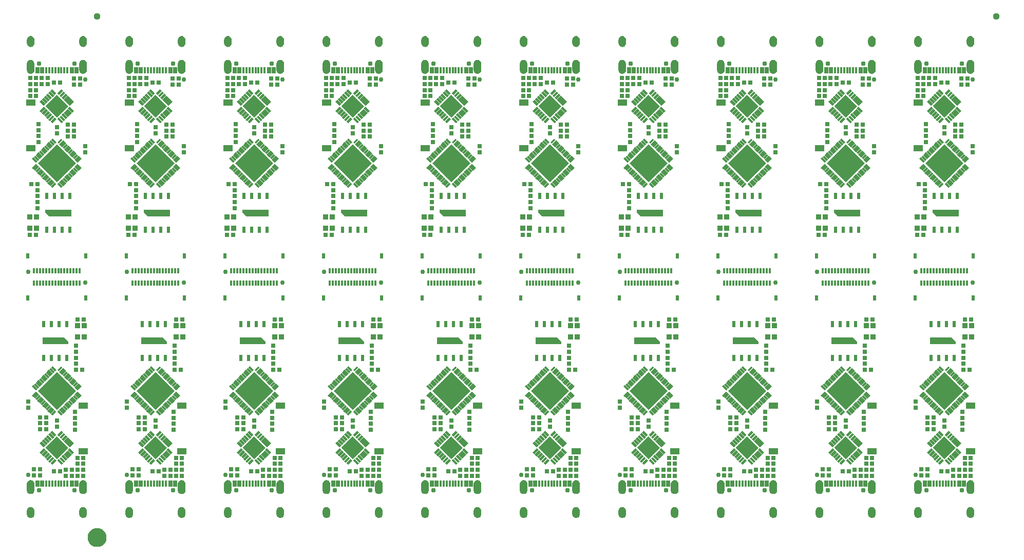
<source format=gts>
G04 EAGLE Gerber RS-274X export*
G75*
%MOMM*%
%FSLAX34Y34*%
%LPD*%
%INSoldermask Top*%
%IPPOS*%
%AMOC8*
5,1,8,0,0,1.08239X$1,22.5*%
G01*
%ADD10C,0.762000*%
%ADD11R,0.427000X0.927000*%
%ADD12R,0.527000X0.927000*%
%ADD13R,0.727000X0.727000*%
%ADD14R,0.357000X0.927000*%
%ADD15R,4.427000X4.427000*%
%ADD16R,0.627000X0.977000*%
%ADD17R,1.627000X1.127000*%
%ADD18R,0.427000X1.127000*%
%ADD19R,0.727000X1.127000*%
%ADD20C,0.777000*%
%ADD21R,0.427000X0.977000*%
%ADD22R,2.677000X2.677000*%
%ADD23R,0.827000X0.827000*%
%ADD24C,1.127000*%
%ADD25C,1.270000*%
%ADD26C,1.627000*%

G36*
X1209986Y297668D02*
X1209986Y297668D01*
X1210003Y297666D01*
X1210053Y297687D01*
X1210104Y297702D01*
X1210115Y297715D01*
X1210131Y297722D01*
X1210161Y297767D01*
X1210196Y297808D01*
X1210199Y297825D01*
X1210208Y297839D01*
X1210219Y297913D01*
X1210219Y302013D01*
X1210202Y302070D01*
X1210190Y302129D01*
X1210182Y302140D01*
X1210180Y302147D01*
X1210172Y302154D01*
X1210146Y302189D01*
X1203646Y308689D01*
X1203594Y308718D01*
X1203544Y308751D01*
X1203529Y308753D01*
X1203524Y308756D01*
X1203513Y308755D01*
X1203470Y308762D01*
X1167720Y308762D01*
X1167704Y308757D01*
X1167687Y308760D01*
X1167637Y308738D01*
X1167586Y308723D01*
X1167575Y308710D01*
X1167559Y308703D01*
X1167529Y308658D01*
X1167494Y308617D01*
X1167491Y308600D01*
X1167482Y308586D01*
X1167471Y308513D01*
X1167471Y297913D01*
X1167476Y297896D01*
X1167473Y297879D01*
X1167495Y297830D01*
X1167510Y297778D01*
X1167523Y297767D01*
X1167530Y297751D01*
X1167575Y297722D01*
X1167615Y297686D01*
X1167632Y297684D01*
X1167647Y297674D01*
X1167720Y297663D01*
X1209970Y297663D01*
X1209986Y297668D01*
G37*
G36*
X76896Y509123D02*
X76896Y509123D01*
X76913Y509121D01*
X76963Y509142D01*
X77014Y509157D01*
X77025Y509170D01*
X77041Y509177D01*
X77071Y509222D01*
X77106Y509263D01*
X77109Y509280D01*
X77118Y509294D01*
X77129Y509368D01*
X77129Y519968D01*
X77124Y519984D01*
X77127Y520001D01*
X77105Y520050D01*
X77090Y520102D01*
X77077Y520113D01*
X77070Y520129D01*
X77025Y520158D01*
X76985Y520194D01*
X76968Y520196D01*
X76954Y520206D01*
X76880Y520217D01*
X34630Y520217D01*
X34614Y520212D01*
X34597Y520215D01*
X34547Y520193D01*
X34496Y520178D01*
X34485Y520165D01*
X34469Y520158D01*
X34439Y520113D01*
X34404Y520072D01*
X34401Y520055D01*
X34392Y520041D01*
X34381Y519968D01*
X34381Y515868D01*
X34398Y515810D01*
X34410Y515751D01*
X34418Y515740D01*
X34420Y515733D01*
X34428Y515726D01*
X34454Y515691D01*
X40954Y509191D01*
X41006Y509162D01*
X41057Y509129D01*
X41071Y509127D01*
X41076Y509124D01*
X41087Y509125D01*
X41130Y509118D01*
X76880Y509118D01*
X76896Y509123D01*
G37*
G36*
X727136Y509123D02*
X727136Y509123D01*
X727153Y509121D01*
X727203Y509142D01*
X727254Y509157D01*
X727265Y509170D01*
X727281Y509177D01*
X727311Y509222D01*
X727346Y509263D01*
X727349Y509280D01*
X727358Y509294D01*
X727369Y509368D01*
X727369Y519968D01*
X727364Y519984D01*
X727367Y520001D01*
X727345Y520050D01*
X727330Y520102D01*
X727317Y520113D01*
X727310Y520129D01*
X727265Y520158D01*
X727225Y520194D01*
X727208Y520196D01*
X727194Y520206D01*
X727120Y520217D01*
X684870Y520217D01*
X684854Y520212D01*
X684837Y520215D01*
X684787Y520193D01*
X684736Y520178D01*
X684725Y520165D01*
X684709Y520158D01*
X684679Y520113D01*
X684644Y520072D01*
X684641Y520055D01*
X684632Y520041D01*
X684621Y519968D01*
X684621Y515868D01*
X684638Y515810D01*
X684650Y515751D01*
X684658Y515740D01*
X684660Y515733D01*
X684668Y515726D01*
X684694Y515691D01*
X691194Y509191D01*
X691246Y509162D01*
X691297Y509129D01*
X691311Y509127D01*
X691316Y509124D01*
X691327Y509125D01*
X691370Y509118D01*
X727120Y509118D01*
X727136Y509123D01*
G37*
G36*
X239456Y509123D02*
X239456Y509123D01*
X239473Y509121D01*
X239523Y509142D01*
X239574Y509157D01*
X239585Y509170D01*
X239601Y509177D01*
X239631Y509222D01*
X239666Y509263D01*
X239669Y509280D01*
X239678Y509294D01*
X239689Y509368D01*
X239689Y519968D01*
X239684Y519984D01*
X239687Y520001D01*
X239665Y520050D01*
X239650Y520102D01*
X239637Y520113D01*
X239630Y520129D01*
X239585Y520158D01*
X239545Y520194D01*
X239528Y520196D01*
X239514Y520206D01*
X239440Y520217D01*
X197190Y520217D01*
X197174Y520212D01*
X197157Y520215D01*
X197107Y520193D01*
X197056Y520178D01*
X197045Y520165D01*
X197029Y520158D01*
X196999Y520113D01*
X196964Y520072D01*
X196961Y520055D01*
X196952Y520041D01*
X196941Y519968D01*
X196941Y515868D01*
X196958Y515810D01*
X196970Y515751D01*
X196978Y515740D01*
X196980Y515733D01*
X196988Y515726D01*
X197014Y515691D01*
X203514Y509191D01*
X203566Y509162D01*
X203617Y509129D01*
X203631Y509127D01*
X203636Y509124D01*
X203647Y509125D01*
X203690Y509118D01*
X239440Y509118D01*
X239456Y509123D01*
G37*
G36*
X402016Y509123D02*
X402016Y509123D01*
X402033Y509121D01*
X402083Y509142D01*
X402134Y509157D01*
X402145Y509170D01*
X402161Y509177D01*
X402191Y509222D01*
X402226Y509263D01*
X402229Y509280D01*
X402238Y509294D01*
X402249Y509368D01*
X402249Y519968D01*
X402244Y519984D01*
X402247Y520001D01*
X402225Y520050D01*
X402210Y520102D01*
X402197Y520113D01*
X402190Y520129D01*
X402145Y520158D01*
X402105Y520194D01*
X402088Y520196D01*
X402074Y520206D01*
X402000Y520217D01*
X359750Y520217D01*
X359734Y520212D01*
X359717Y520215D01*
X359667Y520193D01*
X359616Y520178D01*
X359605Y520165D01*
X359589Y520158D01*
X359559Y520113D01*
X359524Y520072D01*
X359521Y520055D01*
X359512Y520041D01*
X359501Y519968D01*
X359501Y515868D01*
X359518Y515810D01*
X359530Y515751D01*
X359538Y515740D01*
X359540Y515733D01*
X359548Y515726D01*
X359574Y515691D01*
X366074Y509191D01*
X366126Y509162D01*
X366177Y509129D01*
X366191Y509127D01*
X366196Y509124D01*
X366207Y509125D01*
X366250Y509118D01*
X402000Y509118D01*
X402016Y509123D01*
G37*
G36*
X1539936Y509123D02*
X1539936Y509123D01*
X1539953Y509121D01*
X1540003Y509142D01*
X1540054Y509157D01*
X1540065Y509170D01*
X1540081Y509177D01*
X1540111Y509222D01*
X1540146Y509263D01*
X1540149Y509280D01*
X1540158Y509294D01*
X1540169Y509368D01*
X1540169Y519968D01*
X1540164Y519984D01*
X1540167Y520001D01*
X1540145Y520050D01*
X1540130Y520102D01*
X1540117Y520113D01*
X1540110Y520129D01*
X1540065Y520158D01*
X1540025Y520194D01*
X1540008Y520196D01*
X1539994Y520206D01*
X1539920Y520217D01*
X1497670Y520217D01*
X1497654Y520212D01*
X1497637Y520215D01*
X1497587Y520193D01*
X1497536Y520178D01*
X1497525Y520165D01*
X1497509Y520158D01*
X1497479Y520113D01*
X1497444Y520072D01*
X1497441Y520055D01*
X1497432Y520041D01*
X1497421Y519968D01*
X1497421Y515868D01*
X1497438Y515810D01*
X1497450Y515751D01*
X1497458Y515740D01*
X1497460Y515733D01*
X1497468Y515726D01*
X1497494Y515691D01*
X1503994Y509191D01*
X1504046Y509162D01*
X1504097Y509129D01*
X1504111Y509127D01*
X1504116Y509124D01*
X1504127Y509125D01*
X1504170Y509118D01*
X1539920Y509118D01*
X1539936Y509123D01*
G37*
G36*
X1052256Y509123D02*
X1052256Y509123D01*
X1052273Y509121D01*
X1052323Y509142D01*
X1052374Y509157D01*
X1052385Y509170D01*
X1052401Y509177D01*
X1052431Y509222D01*
X1052466Y509263D01*
X1052469Y509280D01*
X1052478Y509294D01*
X1052489Y509368D01*
X1052489Y519968D01*
X1052484Y519984D01*
X1052487Y520001D01*
X1052465Y520050D01*
X1052450Y520102D01*
X1052437Y520113D01*
X1052430Y520129D01*
X1052385Y520158D01*
X1052345Y520194D01*
X1052328Y520196D01*
X1052314Y520206D01*
X1052240Y520217D01*
X1009990Y520217D01*
X1009974Y520212D01*
X1009957Y520215D01*
X1009907Y520193D01*
X1009856Y520178D01*
X1009845Y520165D01*
X1009829Y520158D01*
X1009799Y520113D01*
X1009764Y520072D01*
X1009761Y520055D01*
X1009752Y520041D01*
X1009741Y519968D01*
X1009741Y515868D01*
X1009758Y515810D01*
X1009770Y515751D01*
X1009778Y515740D01*
X1009780Y515733D01*
X1009788Y515726D01*
X1009814Y515691D01*
X1016314Y509191D01*
X1016366Y509162D01*
X1016417Y509129D01*
X1016431Y509127D01*
X1016436Y509124D01*
X1016447Y509125D01*
X1016490Y509118D01*
X1052240Y509118D01*
X1052256Y509123D01*
G37*
G36*
X884866Y297668D02*
X884866Y297668D01*
X884883Y297666D01*
X884933Y297687D01*
X884984Y297702D01*
X884995Y297715D01*
X885011Y297722D01*
X885041Y297767D01*
X885076Y297808D01*
X885079Y297825D01*
X885088Y297839D01*
X885099Y297913D01*
X885099Y302013D01*
X885082Y302070D01*
X885070Y302129D01*
X885062Y302140D01*
X885060Y302147D01*
X885052Y302154D01*
X885026Y302189D01*
X878526Y308689D01*
X878474Y308718D01*
X878424Y308751D01*
X878409Y308753D01*
X878404Y308756D01*
X878393Y308755D01*
X878350Y308762D01*
X842600Y308762D01*
X842584Y308757D01*
X842567Y308760D01*
X842517Y308738D01*
X842466Y308723D01*
X842455Y308710D01*
X842439Y308703D01*
X842409Y308658D01*
X842374Y308617D01*
X842371Y308600D01*
X842362Y308586D01*
X842351Y308513D01*
X842351Y297913D01*
X842356Y297896D01*
X842353Y297879D01*
X842375Y297830D01*
X842390Y297778D01*
X842403Y297767D01*
X842410Y297751D01*
X842455Y297722D01*
X842495Y297686D01*
X842512Y297684D01*
X842527Y297674D01*
X842600Y297663D01*
X884850Y297663D01*
X884866Y297668D01*
G37*
G36*
X1377376Y509123D02*
X1377376Y509123D01*
X1377393Y509121D01*
X1377443Y509142D01*
X1377494Y509157D01*
X1377505Y509170D01*
X1377521Y509177D01*
X1377551Y509222D01*
X1377586Y509263D01*
X1377589Y509280D01*
X1377598Y509294D01*
X1377609Y509368D01*
X1377609Y519968D01*
X1377604Y519984D01*
X1377607Y520001D01*
X1377585Y520050D01*
X1377570Y520102D01*
X1377557Y520113D01*
X1377550Y520129D01*
X1377505Y520158D01*
X1377465Y520194D01*
X1377448Y520196D01*
X1377434Y520206D01*
X1377360Y520217D01*
X1335110Y520217D01*
X1335094Y520212D01*
X1335077Y520215D01*
X1335027Y520193D01*
X1334976Y520178D01*
X1334965Y520165D01*
X1334949Y520158D01*
X1334919Y520113D01*
X1334884Y520072D01*
X1334881Y520055D01*
X1334872Y520041D01*
X1334861Y519968D01*
X1334861Y515868D01*
X1334878Y515810D01*
X1334890Y515751D01*
X1334898Y515740D01*
X1334900Y515733D01*
X1334908Y515726D01*
X1334934Y515691D01*
X1341434Y509191D01*
X1341486Y509162D01*
X1341537Y509129D01*
X1341551Y509127D01*
X1341556Y509124D01*
X1341567Y509125D01*
X1341610Y509118D01*
X1377360Y509118D01*
X1377376Y509123D01*
G37*
G36*
X564576Y509123D02*
X564576Y509123D01*
X564593Y509121D01*
X564643Y509142D01*
X564694Y509157D01*
X564705Y509170D01*
X564721Y509177D01*
X564751Y509222D01*
X564786Y509263D01*
X564789Y509280D01*
X564798Y509294D01*
X564809Y509368D01*
X564809Y519968D01*
X564804Y519984D01*
X564807Y520001D01*
X564785Y520050D01*
X564770Y520102D01*
X564757Y520113D01*
X564750Y520129D01*
X564705Y520158D01*
X564665Y520194D01*
X564648Y520196D01*
X564634Y520206D01*
X564560Y520217D01*
X522310Y520217D01*
X522294Y520212D01*
X522277Y520215D01*
X522227Y520193D01*
X522176Y520178D01*
X522165Y520165D01*
X522149Y520158D01*
X522119Y520113D01*
X522084Y520072D01*
X522081Y520055D01*
X522072Y520041D01*
X522061Y519968D01*
X522061Y515868D01*
X522078Y515810D01*
X522090Y515751D01*
X522098Y515740D01*
X522100Y515733D01*
X522108Y515726D01*
X522134Y515691D01*
X528634Y509191D01*
X528686Y509162D01*
X528737Y509129D01*
X528751Y509127D01*
X528756Y509124D01*
X528767Y509125D01*
X528810Y509118D01*
X564560Y509118D01*
X564576Y509123D01*
G37*
G36*
X889696Y509123D02*
X889696Y509123D01*
X889713Y509121D01*
X889763Y509142D01*
X889814Y509157D01*
X889825Y509170D01*
X889841Y509177D01*
X889871Y509222D01*
X889906Y509263D01*
X889909Y509280D01*
X889918Y509294D01*
X889929Y509368D01*
X889929Y519968D01*
X889924Y519984D01*
X889927Y520001D01*
X889905Y520050D01*
X889890Y520102D01*
X889877Y520113D01*
X889870Y520129D01*
X889825Y520158D01*
X889785Y520194D01*
X889768Y520196D01*
X889754Y520206D01*
X889680Y520217D01*
X847430Y520217D01*
X847414Y520212D01*
X847397Y520215D01*
X847347Y520193D01*
X847296Y520178D01*
X847285Y520165D01*
X847269Y520158D01*
X847239Y520113D01*
X847204Y520072D01*
X847201Y520055D01*
X847192Y520041D01*
X847181Y519968D01*
X847181Y515868D01*
X847198Y515810D01*
X847210Y515751D01*
X847218Y515740D01*
X847220Y515733D01*
X847228Y515726D01*
X847254Y515691D01*
X853754Y509191D01*
X853806Y509162D01*
X853857Y509129D01*
X853871Y509127D01*
X853876Y509124D01*
X853887Y509125D01*
X853930Y509118D01*
X889680Y509118D01*
X889696Y509123D01*
G37*
G36*
X397186Y297668D02*
X397186Y297668D01*
X397203Y297666D01*
X397253Y297687D01*
X397304Y297702D01*
X397315Y297715D01*
X397331Y297722D01*
X397361Y297767D01*
X397396Y297808D01*
X397399Y297825D01*
X397408Y297839D01*
X397419Y297913D01*
X397419Y302013D01*
X397402Y302070D01*
X397390Y302129D01*
X397382Y302140D01*
X397380Y302147D01*
X397372Y302154D01*
X397346Y302189D01*
X390846Y308689D01*
X390794Y308718D01*
X390744Y308751D01*
X390729Y308753D01*
X390724Y308756D01*
X390713Y308755D01*
X390670Y308762D01*
X354920Y308762D01*
X354904Y308757D01*
X354887Y308760D01*
X354837Y308738D01*
X354786Y308723D01*
X354775Y308710D01*
X354759Y308703D01*
X354729Y308658D01*
X354694Y308617D01*
X354691Y308600D01*
X354682Y308586D01*
X354671Y308513D01*
X354671Y297913D01*
X354676Y297896D01*
X354673Y297879D01*
X354695Y297830D01*
X354710Y297778D01*
X354723Y297767D01*
X354730Y297751D01*
X354775Y297722D01*
X354815Y297686D01*
X354832Y297684D01*
X354847Y297674D01*
X354920Y297663D01*
X397170Y297663D01*
X397186Y297668D01*
G37*
G36*
X1372546Y297668D02*
X1372546Y297668D01*
X1372563Y297666D01*
X1372613Y297687D01*
X1372664Y297702D01*
X1372675Y297715D01*
X1372691Y297722D01*
X1372721Y297767D01*
X1372756Y297808D01*
X1372759Y297825D01*
X1372768Y297839D01*
X1372779Y297913D01*
X1372779Y302013D01*
X1372762Y302070D01*
X1372750Y302129D01*
X1372742Y302140D01*
X1372740Y302147D01*
X1372732Y302154D01*
X1372706Y302189D01*
X1366206Y308689D01*
X1366154Y308718D01*
X1366104Y308751D01*
X1366089Y308753D01*
X1366084Y308756D01*
X1366073Y308755D01*
X1366030Y308762D01*
X1330280Y308762D01*
X1330264Y308757D01*
X1330247Y308760D01*
X1330197Y308738D01*
X1330146Y308723D01*
X1330135Y308710D01*
X1330119Y308703D01*
X1330089Y308658D01*
X1330054Y308617D01*
X1330051Y308600D01*
X1330042Y308586D01*
X1330031Y308513D01*
X1330031Y297913D01*
X1330036Y297896D01*
X1330033Y297879D01*
X1330055Y297830D01*
X1330070Y297778D01*
X1330083Y297767D01*
X1330090Y297751D01*
X1330135Y297722D01*
X1330175Y297686D01*
X1330192Y297684D01*
X1330207Y297674D01*
X1330280Y297663D01*
X1372530Y297663D01*
X1372546Y297668D01*
G37*
G36*
X1047426Y297668D02*
X1047426Y297668D01*
X1047443Y297666D01*
X1047493Y297687D01*
X1047544Y297702D01*
X1047555Y297715D01*
X1047571Y297722D01*
X1047601Y297767D01*
X1047636Y297808D01*
X1047639Y297825D01*
X1047648Y297839D01*
X1047659Y297913D01*
X1047659Y302013D01*
X1047642Y302070D01*
X1047630Y302129D01*
X1047622Y302140D01*
X1047620Y302147D01*
X1047612Y302154D01*
X1047586Y302189D01*
X1041086Y308689D01*
X1041034Y308718D01*
X1040984Y308751D01*
X1040969Y308753D01*
X1040964Y308756D01*
X1040953Y308755D01*
X1040910Y308762D01*
X1005160Y308762D01*
X1005144Y308757D01*
X1005127Y308760D01*
X1005077Y308738D01*
X1005026Y308723D01*
X1005015Y308710D01*
X1004999Y308703D01*
X1004969Y308658D01*
X1004934Y308617D01*
X1004931Y308600D01*
X1004922Y308586D01*
X1004911Y308513D01*
X1004911Y297913D01*
X1004916Y297896D01*
X1004913Y297879D01*
X1004935Y297830D01*
X1004950Y297778D01*
X1004963Y297767D01*
X1004970Y297751D01*
X1005015Y297722D01*
X1005055Y297686D01*
X1005072Y297684D01*
X1005087Y297674D01*
X1005160Y297663D01*
X1047410Y297663D01*
X1047426Y297668D01*
G37*
G36*
X559746Y297668D02*
X559746Y297668D01*
X559763Y297666D01*
X559813Y297687D01*
X559864Y297702D01*
X559875Y297715D01*
X559891Y297722D01*
X559921Y297767D01*
X559956Y297808D01*
X559959Y297825D01*
X559968Y297839D01*
X559979Y297913D01*
X559979Y302013D01*
X559962Y302070D01*
X559950Y302129D01*
X559942Y302140D01*
X559940Y302147D01*
X559932Y302154D01*
X559906Y302189D01*
X553406Y308689D01*
X553354Y308718D01*
X553304Y308751D01*
X553289Y308753D01*
X553284Y308756D01*
X553273Y308755D01*
X553230Y308762D01*
X517480Y308762D01*
X517464Y308757D01*
X517447Y308760D01*
X517397Y308738D01*
X517346Y308723D01*
X517335Y308710D01*
X517319Y308703D01*
X517289Y308658D01*
X517254Y308617D01*
X517251Y308600D01*
X517242Y308586D01*
X517231Y308513D01*
X517231Y297913D01*
X517236Y297896D01*
X517233Y297879D01*
X517255Y297830D01*
X517270Y297778D01*
X517283Y297767D01*
X517290Y297751D01*
X517335Y297722D01*
X517375Y297686D01*
X517392Y297684D01*
X517407Y297674D01*
X517480Y297663D01*
X559730Y297663D01*
X559746Y297668D01*
G37*
G36*
X234626Y297668D02*
X234626Y297668D01*
X234643Y297666D01*
X234693Y297687D01*
X234744Y297702D01*
X234755Y297715D01*
X234771Y297722D01*
X234801Y297767D01*
X234836Y297808D01*
X234839Y297825D01*
X234848Y297839D01*
X234859Y297913D01*
X234859Y302013D01*
X234842Y302070D01*
X234830Y302129D01*
X234822Y302140D01*
X234820Y302147D01*
X234812Y302154D01*
X234786Y302189D01*
X228286Y308689D01*
X228234Y308718D01*
X228184Y308751D01*
X228169Y308753D01*
X228164Y308756D01*
X228153Y308755D01*
X228110Y308762D01*
X192360Y308762D01*
X192344Y308757D01*
X192327Y308760D01*
X192277Y308738D01*
X192226Y308723D01*
X192215Y308710D01*
X192199Y308703D01*
X192169Y308658D01*
X192134Y308617D01*
X192131Y308600D01*
X192122Y308586D01*
X192111Y308513D01*
X192111Y297913D01*
X192116Y297896D01*
X192113Y297879D01*
X192135Y297830D01*
X192150Y297778D01*
X192163Y297767D01*
X192170Y297751D01*
X192215Y297722D01*
X192255Y297686D01*
X192272Y297684D01*
X192287Y297674D01*
X192360Y297663D01*
X234610Y297663D01*
X234626Y297668D01*
G37*
G36*
X722306Y297668D02*
X722306Y297668D01*
X722323Y297666D01*
X722373Y297687D01*
X722424Y297702D01*
X722435Y297715D01*
X722451Y297722D01*
X722481Y297767D01*
X722516Y297808D01*
X722519Y297825D01*
X722528Y297839D01*
X722539Y297913D01*
X722539Y302013D01*
X722522Y302070D01*
X722510Y302129D01*
X722502Y302140D01*
X722500Y302147D01*
X722492Y302154D01*
X722466Y302189D01*
X715966Y308689D01*
X715914Y308718D01*
X715864Y308751D01*
X715849Y308753D01*
X715844Y308756D01*
X715833Y308755D01*
X715790Y308762D01*
X680040Y308762D01*
X680024Y308757D01*
X680007Y308760D01*
X679957Y308738D01*
X679906Y308723D01*
X679895Y308710D01*
X679879Y308703D01*
X679849Y308658D01*
X679814Y308617D01*
X679811Y308600D01*
X679802Y308586D01*
X679791Y308513D01*
X679791Y297913D01*
X679796Y297896D01*
X679793Y297879D01*
X679815Y297830D01*
X679830Y297778D01*
X679843Y297767D01*
X679850Y297751D01*
X679895Y297722D01*
X679935Y297686D01*
X679952Y297684D01*
X679967Y297674D01*
X680040Y297663D01*
X722290Y297663D01*
X722306Y297668D01*
G37*
G36*
X1535106Y297668D02*
X1535106Y297668D01*
X1535123Y297666D01*
X1535173Y297687D01*
X1535224Y297702D01*
X1535235Y297715D01*
X1535251Y297722D01*
X1535281Y297767D01*
X1535316Y297808D01*
X1535319Y297825D01*
X1535328Y297839D01*
X1535339Y297913D01*
X1535339Y302013D01*
X1535322Y302070D01*
X1535310Y302129D01*
X1535302Y302140D01*
X1535300Y302147D01*
X1535292Y302154D01*
X1535266Y302189D01*
X1528766Y308689D01*
X1528714Y308718D01*
X1528664Y308751D01*
X1528649Y308753D01*
X1528644Y308756D01*
X1528633Y308755D01*
X1528590Y308762D01*
X1492840Y308762D01*
X1492824Y308757D01*
X1492807Y308760D01*
X1492757Y308738D01*
X1492706Y308723D01*
X1492695Y308710D01*
X1492679Y308703D01*
X1492649Y308658D01*
X1492614Y308617D01*
X1492611Y308600D01*
X1492602Y308586D01*
X1492591Y308513D01*
X1492591Y297913D01*
X1492596Y297896D01*
X1492593Y297879D01*
X1492615Y297830D01*
X1492630Y297778D01*
X1492643Y297767D01*
X1492650Y297751D01*
X1492695Y297722D01*
X1492735Y297686D01*
X1492752Y297684D01*
X1492767Y297674D01*
X1492840Y297663D01*
X1535090Y297663D01*
X1535106Y297668D01*
G37*
G36*
X72066Y297668D02*
X72066Y297668D01*
X72083Y297666D01*
X72133Y297687D01*
X72184Y297702D01*
X72195Y297715D01*
X72211Y297722D01*
X72241Y297767D01*
X72276Y297808D01*
X72279Y297825D01*
X72288Y297839D01*
X72299Y297913D01*
X72299Y302013D01*
X72282Y302070D01*
X72270Y302129D01*
X72262Y302140D01*
X72260Y302147D01*
X72252Y302154D01*
X72226Y302189D01*
X65726Y308689D01*
X65674Y308718D01*
X65624Y308751D01*
X65609Y308753D01*
X65604Y308756D01*
X65593Y308755D01*
X65550Y308762D01*
X29800Y308762D01*
X29784Y308757D01*
X29767Y308760D01*
X29717Y308738D01*
X29666Y308723D01*
X29655Y308710D01*
X29639Y308703D01*
X29609Y308658D01*
X29574Y308617D01*
X29571Y308600D01*
X29562Y308586D01*
X29551Y308513D01*
X29551Y297913D01*
X29556Y297896D01*
X29553Y297879D01*
X29575Y297830D01*
X29590Y297778D01*
X29603Y297767D01*
X29610Y297751D01*
X29655Y297722D01*
X29695Y297686D01*
X29712Y297684D01*
X29727Y297674D01*
X29800Y297663D01*
X72050Y297663D01*
X72066Y297668D01*
G37*
G36*
X1214816Y509123D02*
X1214816Y509123D01*
X1214833Y509121D01*
X1214883Y509142D01*
X1214934Y509157D01*
X1214945Y509170D01*
X1214961Y509177D01*
X1214991Y509222D01*
X1215026Y509263D01*
X1215029Y509280D01*
X1215038Y509294D01*
X1215049Y509368D01*
X1215049Y519968D01*
X1215044Y519984D01*
X1215047Y520001D01*
X1215025Y520050D01*
X1215010Y520102D01*
X1214997Y520113D01*
X1214990Y520129D01*
X1214945Y520158D01*
X1214905Y520194D01*
X1214888Y520196D01*
X1214874Y520206D01*
X1214800Y520217D01*
X1172550Y520217D01*
X1172534Y520212D01*
X1172517Y520215D01*
X1172467Y520193D01*
X1172416Y520178D01*
X1172405Y520165D01*
X1172389Y520158D01*
X1172359Y520113D01*
X1172324Y520072D01*
X1172321Y520055D01*
X1172312Y520041D01*
X1172301Y519968D01*
X1172301Y515868D01*
X1172318Y515810D01*
X1172330Y515751D01*
X1172338Y515740D01*
X1172340Y515733D01*
X1172348Y515726D01*
X1172374Y515691D01*
X1178874Y509191D01*
X1178926Y509162D01*
X1178977Y509129D01*
X1178991Y509127D01*
X1178996Y509124D01*
X1179007Y509125D01*
X1179050Y509118D01*
X1214800Y509118D01*
X1214816Y509123D01*
G37*
G36*
X11274Y744428D02*
X11274Y744428D01*
X11279Y744433D01*
X11283Y744429D01*
X12380Y744716D01*
X12384Y744722D01*
X12389Y744719D01*
X13408Y745214D01*
X13411Y745220D01*
X13416Y745219D01*
X14319Y745903D01*
X14321Y745910D01*
X14326Y745910D01*
X15079Y746757D01*
X15079Y746764D01*
X15084Y746765D01*
X15657Y747742D01*
X15656Y747745D01*
X15657Y747746D01*
X15656Y747747D01*
X15656Y747749D01*
X15661Y747751D01*
X16032Y748822D01*
X16030Y748827D01*
X16033Y748829D01*
X16032Y748830D01*
X16034Y748831D01*
X16189Y749953D01*
X16186Y749958D01*
X16189Y749960D01*
X16189Y761960D01*
X16186Y761965D01*
X16189Y761968D01*
X15984Y763235D01*
X15978Y763241D01*
X15981Y763246D01*
X15499Y764435D01*
X15492Y764439D01*
X15494Y764445D01*
X14760Y765498D01*
X14752Y765500D01*
X14753Y765506D01*
X13803Y766369D01*
X13794Y766370D01*
X13794Y766375D01*
X12675Y767005D01*
X12667Y767004D01*
X12665Y767010D01*
X11435Y767375D01*
X11427Y767372D01*
X11424Y767377D01*
X10143Y767459D01*
X10137Y767459D01*
X8856Y767377D01*
X8850Y767371D01*
X8845Y767375D01*
X7615Y767010D01*
X7610Y767003D01*
X7605Y767005D01*
X6486Y766375D01*
X6483Y766368D01*
X6477Y766369D01*
X5527Y765506D01*
X5526Y765498D01*
X5520Y765498D01*
X4786Y764445D01*
X4786Y764437D01*
X4781Y764435D01*
X4299Y763246D01*
X4301Y763240D01*
X4297Y763237D01*
X4298Y763236D01*
X4296Y763235D01*
X4091Y761968D01*
X4094Y761963D01*
X4091Y761960D01*
X4091Y749960D01*
X4094Y749956D01*
X4091Y749953D01*
X4246Y748831D01*
X4251Y748826D01*
X4248Y748822D01*
X4619Y747751D01*
X4625Y747747D01*
X4623Y747742D01*
X5196Y746765D01*
X5202Y746762D01*
X5201Y746757D01*
X5954Y745910D01*
X5961Y745908D01*
X5961Y745903D01*
X6864Y745219D01*
X6871Y745219D01*
X6872Y745214D01*
X7891Y744719D01*
X7898Y744721D01*
X7900Y744716D01*
X8997Y744429D01*
X9003Y744432D01*
X9006Y744428D01*
X10137Y744361D01*
X10141Y744363D01*
X10143Y744361D01*
X11274Y744428D01*
G37*
G36*
X1560714Y744428D02*
X1560714Y744428D01*
X1560719Y744433D01*
X1560723Y744429D01*
X1561820Y744716D01*
X1561824Y744722D01*
X1561829Y744719D01*
X1562848Y745214D01*
X1562851Y745220D01*
X1562856Y745219D01*
X1563759Y745903D01*
X1563761Y745910D01*
X1563766Y745910D01*
X1564519Y746757D01*
X1564519Y746764D01*
X1564524Y746765D01*
X1565097Y747742D01*
X1565096Y747745D01*
X1565097Y747746D01*
X1565096Y747747D01*
X1565096Y747749D01*
X1565101Y747751D01*
X1565472Y748822D01*
X1565470Y748827D01*
X1565473Y748829D01*
X1565472Y748830D01*
X1565474Y748831D01*
X1565629Y749953D01*
X1565626Y749958D01*
X1565629Y749960D01*
X1565629Y761960D01*
X1565626Y761965D01*
X1565629Y761968D01*
X1565424Y763235D01*
X1565418Y763241D01*
X1565421Y763246D01*
X1564939Y764435D01*
X1564932Y764439D01*
X1564934Y764445D01*
X1564200Y765498D01*
X1564192Y765500D01*
X1564193Y765506D01*
X1563243Y766369D01*
X1563234Y766370D01*
X1563234Y766375D01*
X1562115Y767005D01*
X1562107Y767004D01*
X1562105Y767010D01*
X1560875Y767375D01*
X1560867Y767372D01*
X1560864Y767377D01*
X1559583Y767459D01*
X1559577Y767459D01*
X1558296Y767377D01*
X1558290Y767371D01*
X1558285Y767375D01*
X1557055Y767010D01*
X1557050Y767003D01*
X1557045Y767005D01*
X1555926Y766375D01*
X1555923Y766368D01*
X1555917Y766369D01*
X1554967Y765506D01*
X1554966Y765498D01*
X1554960Y765498D01*
X1554226Y764445D01*
X1554226Y764437D01*
X1554221Y764435D01*
X1553739Y763246D01*
X1553741Y763240D01*
X1553737Y763237D01*
X1553738Y763236D01*
X1553736Y763235D01*
X1553531Y761968D01*
X1553534Y761963D01*
X1553531Y761960D01*
X1553531Y749960D01*
X1553534Y749956D01*
X1553531Y749953D01*
X1553686Y748831D01*
X1553691Y748826D01*
X1553688Y748822D01*
X1554059Y747751D01*
X1554065Y747747D01*
X1554063Y747742D01*
X1554636Y746765D01*
X1554642Y746762D01*
X1554641Y746757D01*
X1555394Y745910D01*
X1555401Y745908D01*
X1555401Y745903D01*
X1556304Y745219D01*
X1556311Y745219D01*
X1556312Y745214D01*
X1557331Y744719D01*
X1557338Y744721D01*
X1557340Y744716D01*
X1558437Y744429D01*
X1558443Y744432D01*
X1558446Y744428D01*
X1559577Y744361D01*
X1559581Y744363D01*
X1559583Y744361D01*
X1560714Y744428D01*
G37*
G36*
X173834Y744428D02*
X173834Y744428D01*
X173839Y744433D01*
X173843Y744429D01*
X174940Y744716D01*
X174944Y744722D01*
X174949Y744719D01*
X175968Y745214D01*
X175971Y745220D01*
X175976Y745219D01*
X176879Y745903D01*
X176881Y745910D01*
X176886Y745910D01*
X177639Y746757D01*
X177639Y746764D01*
X177644Y746765D01*
X178217Y747742D01*
X178216Y747745D01*
X178217Y747746D01*
X178216Y747747D01*
X178216Y747749D01*
X178221Y747751D01*
X178592Y748822D01*
X178590Y748827D01*
X178593Y748829D01*
X178592Y748830D01*
X178594Y748831D01*
X178749Y749953D01*
X178746Y749958D01*
X178749Y749960D01*
X178749Y761960D01*
X178746Y761965D01*
X178749Y761968D01*
X178544Y763235D01*
X178538Y763241D01*
X178541Y763246D01*
X178059Y764435D01*
X178052Y764439D01*
X178054Y764445D01*
X177320Y765498D01*
X177312Y765500D01*
X177313Y765506D01*
X176363Y766369D01*
X176354Y766370D01*
X176354Y766375D01*
X175235Y767005D01*
X175227Y767004D01*
X175225Y767010D01*
X173995Y767375D01*
X173987Y767372D01*
X173984Y767377D01*
X172703Y767459D01*
X172697Y767459D01*
X171416Y767377D01*
X171410Y767371D01*
X171405Y767375D01*
X170175Y767010D01*
X170170Y767003D01*
X170165Y767005D01*
X169046Y766375D01*
X169043Y766368D01*
X169037Y766369D01*
X168087Y765506D01*
X168086Y765498D01*
X168080Y765498D01*
X167346Y764445D01*
X167346Y764437D01*
X167341Y764435D01*
X166859Y763246D01*
X166861Y763240D01*
X166857Y763237D01*
X166858Y763236D01*
X166856Y763235D01*
X166651Y761968D01*
X166654Y761963D01*
X166651Y761960D01*
X166651Y749960D01*
X166654Y749956D01*
X166651Y749953D01*
X166806Y748831D01*
X166811Y748826D01*
X166808Y748822D01*
X167179Y747751D01*
X167185Y747747D01*
X167183Y747742D01*
X167756Y746765D01*
X167762Y746762D01*
X167761Y746757D01*
X168514Y745910D01*
X168521Y745908D01*
X168521Y745903D01*
X169424Y745219D01*
X169431Y745219D01*
X169432Y745214D01*
X170451Y744719D01*
X170458Y744721D01*
X170460Y744716D01*
X171557Y744429D01*
X171563Y744432D01*
X171566Y744428D01*
X172697Y744361D01*
X172701Y744363D01*
X172703Y744361D01*
X173834Y744428D01*
G37*
G36*
X1311754Y744428D02*
X1311754Y744428D01*
X1311759Y744433D01*
X1311763Y744429D01*
X1312860Y744716D01*
X1312864Y744722D01*
X1312869Y744719D01*
X1313888Y745214D01*
X1313891Y745220D01*
X1313896Y745219D01*
X1314799Y745903D01*
X1314801Y745910D01*
X1314806Y745910D01*
X1315559Y746757D01*
X1315559Y746764D01*
X1315564Y746765D01*
X1316137Y747742D01*
X1316136Y747745D01*
X1316137Y747746D01*
X1316136Y747747D01*
X1316136Y747749D01*
X1316141Y747751D01*
X1316512Y748822D01*
X1316510Y748827D01*
X1316513Y748829D01*
X1316512Y748830D01*
X1316514Y748831D01*
X1316669Y749953D01*
X1316666Y749958D01*
X1316669Y749960D01*
X1316669Y761960D01*
X1316666Y761965D01*
X1316669Y761968D01*
X1316464Y763235D01*
X1316458Y763241D01*
X1316461Y763246D01*
X1315979Y764435D01*
X1315972Y764439D01*
X1315974Y764445D01*
X1315240Y765498D01*
X1315232Y765500D01*
X1315233Y765506D01*
X1314283Y766369D01*
X1314274Y766370D01*
X1314274Y766375D01*
X1313155Y767005D01*
X1313147Y767004D01*
X1313145Y767010D01*
X1311915Y767375D01*
X1311907Y767372D01*
X1311904Y767377D01*
X1310623Y767459D01*
X1310617Y767459D01*
X1309336Y767377D01*
X1309330Y767371D01*
X1309325Y767375D01*
X1308095Y767010D01*
X1308090Y767003D01*
X1308085Y767005D01*
X1306966Y766375D01*
X1306963Y766368D01*
X1306957Y766369D01*
X1306007Y765506D01*
X1306006Y765498D01*
X1306000Y765498D01*
X1305266Y764445D01*
X1305266Y764437D01*
X1305261Y764435D01*
X1304779Y763246D01*
X1304781Y763240D01*
X1304777Y763237D01*
X1304778Y763236D01*
X1304776Y763235D01*
X1304571Y761968D01*
X1304574Y761963D01*
X1304571Y761960D01*
X1304571Y749960D01*
X1304574Y749956D01*
X1304571Y749953D01*
X1304726Y748831D01*
X1304731Y748826D01*
X1304728Y748822D01*
X1305099Y747751D01*
X1305105Y747747D01*
X1305103Y747742D01*
X1305676Y746765D01*
X1305682Y746762D01*
X1305681Y746757D01*
X1306434Y745910D01*
X1306441Y745908D01*
X1306441Y745903D01*
X1307344Y745219D01*
X1307351Y745219D01*
X1307352Y745214D01*
X1308371Y744719D01*
X1308378Y744721D01*
X1308380Y744716D01*
X1309477Y744429D01*
X1309483Y744432D01*
X1309486Y744428D01*
X1310617Y744361D01*
X1310621Y744363D01*
X1310623Y744361D01*
X1311754Y744428D01*
G37*
G36*
X1073034Y744428D02*
X1073034Y744428D01*
X1073039Y744433D01*
X1073043Y744429D01*
X1074140Y744716D01*
X1074144Y744722D01*
X1074149Y744719D01*
X1075168Y745214D01*
X1075171Y745220D01*
X1075176Y745219D01*
X1076079Y745903D01*
X1076081Y745910D01*
X1076086Y745910D01*
X1076839Y746757D01*
X1076839Y746764D01*
X1076844Y746765D01*
X1077417Y747742D01*
X1077416Y747745D01*
X1077417Y747746D01*
X1077416Y747747D01*
X1077416Y747749D01*
X1077421Y747751D01*
X1077792Y748822D01*
X1077790Y748827D01*
X1077793Y748829D01*
X1077792Y748830D01*
X1077794Y748831D01*
X1077949Y749953D01*
X1077946Y749958D01*
X1077949Y749960D01*
X1077949Y761960D01*
X1077946Y761965D01*
X1077949Y761968D01*
X1077744Y763235D01*
X1077738Y763241D01*
X1077741Y763246D01*
X1077259Y764435D01*
X1077252Y764439D01*
X1077254Y764445D01*
X1076520Y765498D01*
X1076512Y765500D01*
X1076513Y765506D01*
X1075563Y766369D01*
X1075554Y766370D01*
X1075554Y766375D01*
X1074435Y767005D01*
X1074427Y767004D01*
X1074425Y767010D01*
X1073195Y767375D01*
X1073187Y767372D01*
X1073184Y767377D01*
X1071903Y767459D01*
X1071897Y767459D01*
X1070616Y767377D01*
X1070610Y767371D01*
X1070605Y767375D01*
X1069375Y767010D01*
X1069370Y767003D01*
X1069365Y767005D01*
X1068246Y766375D01*
X1068243Y766368D01*
X1068237Y766369D01*
X1067287Y765506D01*
X1067286Y765498D01*
X1067280Y765498D01*
X1066546Y764445D01*
X1066546Y764437D01*
X1066541Y764435D01*
X1066059Y763246D01*
X1066061Y763240D01*
X1066057Y763237D01*
X1066058Y763236D01*
X1066056Y763235D01*
X1065851Y761968D01*
X1065854Y761963D01*
X1065851Y761960D01*
X1065851Y749960D01*
X1065854Y749956D01*
X1065851Y749953D01*
X1066006Y748831D01*
X1066011Y748826D01*
X1066008Y748822D01*
X1066379Y747751D01*
X1066385Y747747D01*
X1066383Y747742D01*
X1066956Y746765D01*
X1066962Y746762D01*
X1066961Y746757D01*
X1067714Y745910D01*
X1067721Y745908D01*
X1067721Y745903D01*
X1068624Y745219D01*
X1068631Y745219D01*
X1068632Y745214D01*
X1069651Y744719D01*
X1069658Y744721D01*
X1069660Y744716D01*
X1070757Y744429D01*
X1070763Y744432D01*
X1070766Y744428D01*
X1071897Y744361D01*
X1071901Y744363D01*
X1071903Y744361D01*
X1073034Y744428D01*
G37*
G36*
X986634Y744428D02*
X986634Y744428D01*
X986639Y744433D01*
X986643Y744429D01*
X987740Y744716D01*
X987744Y744722D01*
X987749Y744719D01*
X988768Y745214D01*
X988771Y745220D01*
X988776Y745219D01*
X989679Y745903D01*
X989681Y745910D01*
X989686Y745910D01*
X990439Y746757D01*
X990439Y746764D01*
X990444Y746765D01*
X991017Y747742D01*
X991016Y747745D01*
X991017Y747746D01*
X991016Y747747D01*
X991016Y747749D01*
X991021Y747751D01*
X991392Y748822D01*
X991390Y748827D01*
X991393Y748829D01*
X991392Y748830D01*
X991394Y748831D01*
X991549Y749953D01*
X991546Y749958D01*
X991549Y749960D01*
X991549Y761960D01*
X991546Y761965D01*
X991549Y761968D01*
X991344Y763235D01*
X991338Y763241D01*
X991341Y763246D01*
X990859Y764435D01*
X990852Y764439D01*
X990854Y764445D01*
X990120Y765498D01*
X990112Y765500D01*
X990113Y765506D01*
X989163Y766369D01*
X989154Y766370D01*
X989154Y766375D01*
X988035Y767005D01*
X988027Y767004D01*
X988025Y767010D01*
X986795Y767375D01*
X986787Y767372D01*
X986784Y767377D01*
X985503Y767459D01*
X985497Y767459D01*
X984216Y767377D01*
X984210Y767371D01*
X984205Y767375D01*
X982975Y767010D01*
X982970Y767003D01*
X982965Y767005D01*
X981846Y766375D01*
X981843Y766368D01*
X981837Y766369D01*
X980887Y765506D01*
X980886Y765498D01*
X980880Y765498D01*
X980146Y764445D01*
X980146Y764437D01*
X980141Y764435D01*
X979659Y763246D01*
X979661Y763240D01*
X979657Y763237D01*
X979658Y763236D01*
X979656Y763235D01*
X979451Y761968D01*
X979454Y761963D01*
X979451Y761960D01*
X979451Y749960D01*
X979454Y749956D01*
X979451Y749953D01*
X979606Y748831D01*
X979611Y748826D01*
X979608Y748822D01*
X979979Y747751D01*
X979985Y747747D01*
X979983Y747742D01*
X980556Y746765D01*
X980562Y746762D01*
X980561Y746757D01*
X981314Y745910D01*
X981321Y745908D01*
X981321Y745903D01*
X982224Y745219D01*
X982231Y745219D01*
X982232Y745214D01*
X983251Y744719D01*
X983258Y744721D01*
X983260Y744716D01*
X984357Y744429D01*
X984363Y744432D01*
X984366Y744428D01*
X985497Y744361D01*
X985501Y744363D01*
X985503Y744361D01*
X986634Y744428D01*
G37*
G36*
X1398154Y744428D02*
X1398154Y744428D01*
X1398159Y744433D01*
X1398163Y744429D01*
X1399260Y744716D01*
X1399264Y744722D01*
X1399269Y744719D01*
X1400288Y745214D01*
X1400291Y745220D01*
X1400296Y745219D01*
X1401199Y745903D01*
X1401201Y745910D01*
X1401206Y745910D01*
X1401959Y746757D01*
X1401959Y746764D01*
X1401964Y746765D01*
X1402537Y747742D01*
X1402536Y747745D01*
X1402537Y747746D01*
X1402536Y747747D01*
X1402536Y747749D01*
X1402541Y747751D01*
X1402912Y748822D01*
X1402910Y748827D01*
X1402913Y748829D01*
X1402912Y748830D01*
X1402914Y748831D01*
X1403069Y749953D01*
X1403066Y749958D01*
X1403069Y749960D01*
X1403069Y761960D01*
X1403066Y761965D01*
X1403069Y761968D01*
X1402864Y763235D01*
X1402858Y763241D01*
X1402861Y763246D01*
X1402379Y764435D01*
X1402372Y764439D01*
X1402374Y764445D01*
X1401640Y765498D01*
X1401632Y765500D01*
X1401633Y765506D01*
X1400683Y766369D01*
X1400674Y766370D01*
X1400674Y766375D01*
X1399555Y767005D01*
X1399547Y767004D01*
X1399545Y767010D01*
X1398315Y767375D01*
X1398307Y767372D01*
X1398304Y767377D01*
X1397023Y767459D01*
X1397017Y767459D01*
X1395736Y767377D01*
X1395730Y767371D01*
X1395725Y767375D01*
X1394495Y767010D01*
X1394490Y767003D01*
X1394485Y767005D01*
X1393366Y766375D01*
X1393363Y766368D01*
X1393357Y766369D01*
X1392407Y765506D01*
X1392406Y765498D01*
X1392400Y765498D01*
X1391666Y764445D01*
X1391666Y764437D01*
X1391661Y764435D01*
X1391179Y763246D01*
X1391181Y763240D01*
X1391177Y763237D01*
X1391178Y763236D01*
X1391176Y763235D01*
X1390971Y761968D01*
X1390974Y761963D01*
X1390971Y761960D01*
X1390971Y749960D01*
X1390974Y749956D01*
X1390971Y749953D01*
X1391126Y748831D01*
X1391131Y748826D01*
X1391128Y748822D01*
X1391499Y747751D01*
X1391505Y747747D01*
X1391503Y747742D01*
X1392076Y746765D01*
X1392082Y746762D01*
X1392081Y746757D01*
X1392834Y745910D01*
X1392841Y745908D01*
X1392841Y745903D01*
X1393744Y745219D01*
X1393751Y745219D01*
X1393752Y745214D01*
X1394771Y744719D01*
X1394778Y744721D01*
X1394780Y744716D01*
X1395877Y744429D01*
X1395883Y744432D01*
X1395886Y744428D01*
X1397017Y744361D01*
X1397021Y744363D01*
X1397023Y744361D01*
X1398154Y744428D01*
G37*
G36*
X498954Y744428D02*
X498954Y744428D01*
X498959Y744433D01*
X498963Y744429D01*
X500060Y744716D01*
X500064Y744722D01*
X500069Y744719D01*
X501088Y745214D01*
X501091Y745220D01*
X501096Y745219D01*
X501999Y745903D01*
X502001Y745910D01*
X502006Y745910D01*
X502759Y746757D01*
X502759Y746764D01*
X502764Y746765D01*
X503337Y747742D01*
X503336Y747745D01*
X503337Y747746D01*
X503336Y747747D01*
X503336Y747749D01*
X503341Y747751D01*
X503712Y748822D01*
X503710Y748827D01*
X503713Y748829D01*
X503712Y748830D01*
X503714Y748831D01*
X503869Y749953D01*
X503866Y749958D01*
X503869Y749960D01*
X503869Y761960D01*
X503866Y761965D01*
X503869Y761968D01*
X503664Y763235D01*
X503658Y763241D01*
X503661Y763246D01*
X503179Y764435D01*
X503172Y764439D01*
X503174Y764445D01*
X502440Y765498D01*
X502432Y765500D01*
X502433Y765506D01*
X501483Y766369D01*
X501474Y766370D01*
X501474Y766375D01*
X500355Y767005D01*
X500347Y767004D01*
X500345Y767010D01*
X499115Y767375D01*
X499107Y767372D01*
X499104Y767377D01*
X497823Y767459D01*
X497817Y767459D01*
X496536Y767377D01*
X496530Y767371D01*
X496525Y767375D01*
X495295Y767010D01*
X495290Y767003D01*
X495285Y767005D01*
X494166Y766375D01*
X494163Y766368D01*
X494157Y766369D01*
X493207Y765506D01*
X493206Y765498D01*
X493200Y765498D01*
X492466Y764445D01*
X492466Y764437D01*
X492461Y764435D01*
X491979Y763246D01*
X491981Y763240D01*
X491977Y763237D01*
X491978Y763236D01*
X491976Y763235D01*
X491771Y761968D01*
X491774Y761963D01*
X491771Y761960D01*
X491771Y749960D01*
X491774Y749956D01*
X491771Y749953D01*
X491926Y748831D01*
X491931Y748826D01*
X491928Y748822D01*
X492299Y747751D01*
X492305Y747747D01*
X492303Y747742D01*
X492876Y746765D01*
X492882Y746762D01*
X492881Y746757D01*
X493634Y745910D01*
X493641Y745908D01*
X493641Y745903D01*
X494544Y745219D01*
X494551Y745219D01*
X494552Y745214D01*
X495571Y744719D01*
X495578Y744721D01*
X495580Y744716D01*
X496677Y744429D01*
X496683Y744432D01*
X496686Y744428D01*
X497817Y744361D01*
X497821Y744363D01*
X497823Y744361D01*
X498954Y744428D01*
G37*
G36*
X1474314Y744428D02*
X1474314Y744428D01*
X1474319Y744433D01*
X1474323Y744429D01*
X1475420Y744716D01*
X1475424Y744722D01*
X1475429Y744719D01*
X1476448Y745214D01*
X1476451Y745220D01*
X1476456Y745219D01*
X1477359Y745903D01*
X1477361Y745910D01*
X1477366Y745910D01*
X1478119Y746757D01*
X1478119Y746764D01*
X1478124Y746765D01*
X1478697Y747742D01*
X1478696Y747745D01*
X1478697Y747746D01*
X1478696Y747747D01*
X1478696Y747749D01*
X1478701Y747751D01*
X1479072Y748822D01*
X1479070Y748827D01*
X1479073Y748829D01*
X1479072Y748830D01*
X1479074Y748831D01*
X1479229Y749953D01*
X1479226Y749958D01*
X1479229Y749960D01*
X1479229Y761960D01*
X1479226Y761965D01*
X1479229Y761968D01*
X1479024Y763235D01*
X1479018Y763241D01*
X1479021Y763246D01*
X1478539Y764435D01*
X1478532Y764439D01*
X1478534Y764445D01*
X1477800Y765498D01*
X1477792Y765500D01*
X1477793Y765506D01*
X1476843Y766369D01*
X1476834Y766370D01*
X1476834Y766375D01*
X1475715Y767005D01*
X1475707Y767004D01*
X1475705Y767010D01*
X1474475Y767375D01*
X1474467Y767372D01*
X1474464Y767377D01*
X1473183Y767459D01*
X1473177Y767459D01*
X1471896Y767377D01*
X1471890Y767371D01*
X1471885Y767375D01*
X1470655Y767010D01*
X1470650Y767003D01*
X1470645Y767005D01*
X1469526Y766375D01*
X1469523Y766368D01*
X1469517Y766369D01*
X1468567Y765506D01*
X1468566Y765498D01*
X1468560Y765498D01*
X1467826Y764445D01*
X1467826Y764437D01*
X1467821Y764435D01*
X1467339Y763246D01*
X1467341Y763240D01*
X1467337Y763237D01*
X1467338Y763236D01*
X1467336Y763235D01*
X1467131Y761968D01*
X1467134Y761963D01*
X1467131Y761960D01*
X1467131Y749960D01*
X1467134Y749956D01*
X1467131Y749953D01*
X1467286Y748831D01*
X1467291Y748826D01*
X1467288Y748822D01*
X1467659Y747751D01*
X1467665Y747747D01*
X1467663Y747742D01*
X1468236Y746765D01*
X1468242Y746762D01*
X1468241Y746757D01*
X1468994Y745910D01*
X1469001Y745908D01*
X1469001Y745903D01*
X1469904Y745219D01*
X1469911Y745219D01*
X1469912Y745214D01*
X1470931Y744719D01*
X1470938Y744721D01*
X1470940Y744716D01*
X1472037Y744429D01*
X1472043Y744432D01*
X1472046Y744428D01*
X1473177Y744361D01*
X1473181Y744363D01*
X1473183Y744361D01*
X1474314Y744428D01*
G37*
G36*
X336394Y744428D02*
X336394Y744428D01*
X336399Y744433D01*
X336403Y744429D01*
X337500Y744716D01*
X337504Y744722D01*
X337509Y744719D01*
X338528Y745214D01*
X338531Y745220D01*
X338536Y745219D01*
X339439Y745903D01*
X339441Y745910D01*
X339446Y745910D01*
X340199Y746757D01*
X340199Y746764D01*
X340204Y746765D01*
X340777Y747742D01*
X340776Y747745D01*
X340777Y747746D01*
X340776Y747747D01*
X340776Y747749D01*
X340781Y747751D01*
X341152Y748822D01*
X341150Y748827D01*
X341153Y748829D01*
X341152Y748830D01*
X341154Y748831D01*
X341309Y749953D01*
X341306Y749958D01*
X341309Y749960D01*
X341309Y761960D01*
X341306Y761965D01*
X341309Y761968D01*
X341104Y763235D01*
X341098Y763241D01*
X341101Y763246D01*
X340619Y764435D01*
X340612Y764439D01*
X340614Y764445D01*
X339880Y765498D01*
X339872Y765500D01*
X339873Y765506D01*
X338923Y766369D01*
X338914Y766370D01*
X338914Y766375D01*
X337795Y767005D01*
X337787Y767004D01*
X337785Y767010D01*
X336555Y767375D01*
X336547Y767372D01*
X336544Y767377D01*
X335263Y767459D01*
X335257Y767459D01*
X333976Y767377D01*
X333970Y767371D01*
X333965Y767375D01*
X332735Y767010D01*
X332730Y767003D01*
X332725Y767005D01*
X331606Y766375D01*
X331603Y766368D01*
X331597Y766369D01*
X330647Y765506D01*
X330646Y765498D01*
X330640Y765498D01*
X329906Y764445D01*
X329906Y764437D01*
X329901Y764435D01*
X329419Y763246D01*
X329421Y763240D01*
X329417Y763237D01*
X329418Y763236D01*
X329416Y763235D01*
X329211Y761968D01*
X329214Y761963D01*
X329211Y761960D01*
X329211Y749960D01*
X329214Y749956D01*
X329211Y749953D01*
X329366Y748831D01*
X329371Y748826D01*
X329368Y748822D01*
X329739Y747751D01*
X329745Y747747D01*
X329743Y747742D01*
X330316Y746765D01*
X330322Y746762D01*
X330321Y746757D01*
X331074Y745910D01*
X331081Y745908D01*
X331081Y745903D01*
X331984Y745219D01*
X331991Y745219D01*
X331992Y745214D01*
X333011Y744719D01*
X333018Y744721D01*
X333020Y744716D01*
X334117Y744429D01*
X334123Y744432D01*
X334126Y744428D01*
X335257Y744361D01*
X335261Y744363D01*
X335263Y744361D01*
X336394Y744428D01*
G37*
G36*
X747914Y744428D02*
X747914Y744428D01*
X747919Y744433D01*
X747923Y744429D01*
X749020Y744716D01*
X749024Y744722D01*
X749029Y744719D01*
X750048Y745214D01*
X750051Y745220D01*
X750056Y745219D01*
X750959Y745903D01*
X750961Y745910D01*
X750966Y745910D01*
X751719Y746757D01*
X751719Y746764D01*
X751724Y746765D01*
X752297Y747742D01*
X752296Y747745D01*
X752297Y747746D01*
X752296Y747747D01*
X752296Y747749D01*
X752301Y747751D01*
X752672Y748822D01*
X752670Y748827D01*
X752673Y748829D01*
X752672Y748830D01*
X752674Y748831D01*
X752829Y749953D01*
X752826Y749958D01*
X752829Y749960D01*
X752829Y761960D01*
X752826Y761965D01*
X752829Y761968D01*
X752624Y763235D01*
X752618Y763241D01*
X752621Y763246D01*
X752139Y764435D01*
X752132Y764439D01*
X752134Y764445D01*
X751400Y765498D01*
X751392Y765500D01*
X751393Y765506D01*
X750443Y766369D01*
X750434Y766370D01*
X750434Y766375D01*
X749315Y767005D01*
X749307Y767004D01*
X749305Y767010D01*
X748075Y767375D01*
X748067Y767372D01*
X748064Y767377D01*
X746783Y767459D01*
X746777Y767459D01*
X745496Y767377D01*
X745490Y767371D01*
X745485Y767375D01*
X744255Y767010D01*
X744250Y767003D01*
X744245Y767005D01*
X743126Y766375D01*
X743123Y766368D01*
X743117Y766369D01*
X742167Y765506D01*
X742166Y765498D01*
X742160Y765498D01*
X741426Y764445D01*
X741426Y764437D01*
X741421Y764435D01*
X740939Y763246D01*
X740941Y763240D01*
X740937Y763237D01*
X740938Y763236D01*
X740936Y763235D01*
X740731Y761968D01*
X740734Y761963D01*
X740731Y761960D01*
X740731Y749960D01*
X740734Y749956D01*
X740731Y749953D01*
X740886Y748831D01*
X740891Y748826D01*
X740888Y748822D01*
X741259Y747751D01*
X741265Y747747D01*
X741263Y747742D01*
X741836Y746765D01*
X741842Y746762D01*
X741841Y746757D01*
X742594Y745910D01*
X742601Y745908D01*
X742601Y745903D01*
X743504Y745219D01*
X743511Y745219D01*
X743512Y745214D01*
X744531Y744719D01*
X744538Y744721D01*
X744540Y744716D01*
X745637Y744429D01*
X745643Y744432D01*
X745646Y744428D01*
X746777Y744361D01*
X746781Y744363D01*
X746783Y744361D01*
X747914Y744428D01*
G37*
G36*
X1149194Y744428D02*
X1149194Y744428D01*
X1149199Y744433D01*
X1149203Y744429D01*
X1150300Y744716D01*
X1150304Y744722D01*
X1150309Y744719D01*
X1151328Y745214D01*
X1151331Y745220D01*
X1151336Y745219D01*
X1152239Y745903D01*
X1152241Y745910D01*
X1152246Y745910D01*
X1152999Y746757D01*
X1152999Y746764D01*
X1153004Y746765D01*
X1153577Y747742D01*
X1153576Y747745D01*
X1153577Y747746D01*
X1153576Y747747D01*
X1153576Y747749D01*
X1153581Y747751D01*
X1153952Y748822D01*
X1153950Y748827D01*
X1153953Y748829D01*
X1153952Y748830D01*
X1153954Y748831D01*
X1154109Y749953D01*
X1154106Y749958D01*
X1154109Y749960D01*
X1154109Y761960D01*
X1154106Y761965D01*
X1154109Y761968D01*
X1153904Y763235D01*
X1153898Y763241D01*
X1153901Y763246D01*
X1153419Y764435D01*
X1153412Y764439D01*
X1153414Y764445D01*
X1152680Y765498D01*
X1152672Y765500D01*
X1152673Y765506D01*
X1151723Y766369D01*
X1151714Y766370D01*
X1151714Y766375D01*
X1150595Y767005D01*
X1150587Y767004D01*
X1150585Y767010D01*
X1149355Y767375D01*
X1149347Y767372D01*
X1149344Y767377D01*
X1148063Y767459D01*
X1148057Y767459D01*
X1146776Y767377D01*
X1146770Y767371D01*
X1146765Y767375D01*
X1145535Y767010D01*
X1145530Y767003D01*
X1145525Y767005D01*
X1144406Y766375D01*
X1144403Y766368D01*
X1144397Y766369D01*
X1143447Y765506D01*
X1143446Y765498D01*
X1143440Y765498D01*
X1142706Y764445D01*
X1142706Y764437D01*
X1142701Y764435D01*
X1142219Y763246D01*
X1142221Y763240D01*
X1142217Y763237D01*
X1142218Y763236D01*
X1142216Y763235D01*
X1142011Y761968D01*
X1142014Y761963D01*
X1142011Y761960D01*
X1142011Y749960D01*
X1142014Y749956D01*
X1142011Y749953D01*
X1142166Y748831D01*
X1142171Y748826D01*
X1142168Y748822D01*
X1142539Y747751D01*
X1142545Y747747D01*
X1142543Y747742D01*
X1143116Y746765D01*
X1143122Y746762D01*
X1143121Y746757D01*
X1143874Y745910D01*
X1143881Y745908D01*
X1143881Y745903D01*
X1144784Y745219D01*
X1144791Y745219D01*
X1144792Y745214D01*
X1145811Y744719D01*
X1145818Y744721D01*
X1145820Y744716D01*
X1146917Y744429D01*
X1146923Y744432D01*
X1146926Y744428D01*
X1148057Y744361D01*
X1148061Y744363D01*
X1148063Y744361D01*
X1149194Y744428D01*
G37*
G36*
X585354Y744428D02*
X585354Y744428D01*
X585359Y744433D01*
X585363Y744429D01*
X586460Y744716D01*
X586464Y744722D01*
X586469Y744719D01*
X587488Y745214D01*
X587491Y745220D01*
X587496Y745219D01*
X588399Y745903D01*
X588401Y745910D01*
X588406Y745910D01*
X589159Y746757D01*
X589159Y746764D01*
X589164Y746765D01*
X589737Y747742D01*
X589736Y747745D01*
X589737Y747746D01*
X589736Y747747D01*
X589736Y747749D01*
X589741Y747751D01*
X590112Y748822D01*
X590110Y748827D01*
X590113Y748829D01*
X590112Y748830D01*
X590114Y748831D01*
X590269Y749953D01*
X590266Y749958D01*
X590269Y749960D01*
X590269Y761960D01*
X590266Y761965D01*
X590269Y761968D01*
X590064Y763235D01*
X590058Y763241D01*
X590061Y763246D01*
X589579Y764435D01*
X589572Y764439D01*
X589574Y764445D01*
X588840Y765498D01*
X588832Y765500D01*
X588833Y765506D01*
X587883Y766369D01*
X587874Y766370D01*
X587874Y766375D01*
X586755Y767005D01*
X586747Y767004D01*
X586745Y767010D01*
X585515Y767375D01*
X585507Y767372D01*
X585504Y767377D01*
X584223Y767459D01*
X584217Y767459D01*
X582936Y767377D01*
X582930Y767371D01*
X582925Y767375D01*
X581695Y767010D01*
X581690Y767003D01*
X581685Y767005D01*
X580566Y766375D01*
X580563Y766368D01*
X580557Y766369D01*
X579607Y765506D01*
X579606Y765498D01*
X579600Y765498D01*
X578866Y764445D01*
X578866Y764437D01*
X578861Y764435D01*
X578379Y763246D01*
X578381Y763240D01*
X578377Y763237D01*
X578378Y763236D01*
X578376Y763235D01*
X578171Y761968D01*
X578174Y761963D01*
X578171Y761960D01*
X578171Y749960D01*
X578174Y749956D01*
X578171Y749953D01*
X578326Y748831D01*
X578331Y748826D01*
X578328Y748822D01*
X578699Y747751D01*
X578705Y747747D01*
X578703Y747742D01*
X579276Y746765D01*
X579282Y746762D01*
X579281Y746757D01*
X580034Y745910D01*
X580041Y745908D01*
X580041Y745903D01*
X580944Y745219D01*
X580951Y745219D01*
X580952Y745214D01*
X581971Y744719D01*
X581978Y744721D01*
X581980Y744716D01*
X583077Y744429D01*
X583083Y744432D01*
X583086Y744428D01*
X584217Y744361D01*
X584221Y744363D01*
X584223Y744361D01*
X585354Y744428D01*
G37*
G36*
X661514Y744428D02*
X661514Y744428D01*
X661519Y744433D01*
X661523Y744429D01*
X662620Y744716D01*
X662624Y744722D01*
X662629Y744719D01*
X663648Y745214D01*
X663651Y745220D01*
X663656Y745219D01*
X664559Y745903D01*
X664561Y745910D01*
X664566Y745910D01*
X665319Y746757D01*
X665319Y746764D01*
X665324Y746765D01*
X665897Y747742D01*
X665896Y747745D01*
X665897Y747746D01*
X665896Y747747D01*
X665896Y747749D01*
X665901Y747751D01*
X666272Y748822D01*
X666270Y748827D01*
X666273Y748829D01*
X666272Y748830D01*
X666274Y748831D01*
X666429Y749953D01*
X666426Y749958D01*
X666429Y749960D01*
X666429Y761960D01*
X666426Y761965D01*
X666429Y761968D01*
X666224Y763235D01*
X666218Y763241D01*
X666221Y763246D01*
X665739Y764435D01*
X665732Y764439D01*
X665734Y764445D01*
X665000Y765498D01*
X664992Y765500D01*
X664993Y765506D01*
X664043Y766369D01*
X664034Y766370D01*
X664034Y766375D01*
X662915Y767005D01*
X662907Y767004D01*
X662905Y767010D01*
X661675Y767375D01*
X661667Y767372D01*
X661664Y767377D01*
X660383Y767459D01*
X660377Y767459D01*
X659096Y767377D01*
X659090Y767371D01*
X659085Y767375D01*
X657855Y767010D01*
X657850Y767003D01*
X657845Y767005D01*
X656726Y766375D01*
X656723Y766368D01*
X656717Y766369D01*
X655767Y765506D01*
X655766Y765498D01*
X655760Y765498D01*
X655026Y764445D01*
X655026Y764437D01*
X655021Y764435D01*
X654539Y763246D01*
X654541Y763240D01*
X654537Y763237D01*
X654538Y763236D01*
X654536Y763235D01*
X654331Y761968D01*
X654334Y761963D01*
X654331Y761960D01*
X654331Y749960D01*
X654334Y749956D01*
X654331Y749953D01*
X654486Y748831D01*
X654491Y748826D01*
X654488Y748822D01*
X654859Y747751D01*
X654865Y747747D01*
X654863Y747742D01*
X655436Y746765D01*
X655442Y746762D01*
X655441Y746757D01*
X656194Y745910D01*
X656201Y745908D01*
X656201Y745903D01*
X657104Y745219D01*
X657111Y745219D01*
X657112Y745214D01*
X658131Y744719D01*
X658138Y744721D01*
X658140Y744716D01*
X659237Y744429D01*
X659243Y744432D01*
X659246Y744428D01*
X660377Y744361D01*
X660381Y744363D01*
X660383Y744361D01*
X661514Y744428D01*
G37*
G36*
X422794Y744428D02*
X422794Y744428D01*
X422799Y744433D01*
X422803Y744429D01*
X423900Y744716D01*
X423904Y744722D01*
X423909Y744719D01*
X424928Y745214D01*
X424931Y745220D01*
X424936Y745219D01*
X425839Y745903D01*
X425841Y745910D01*
X425846Y745910D01*
X426599Y746757D01*
X426599Y746764D01*
X426604Y746765D01*
X427177Y747742D01*
X427176Y747745D01*
X427177Y747746D01*
X427176Y747747D01*
X427176Y747749D01*
X427181Y747751D01*
X427552Y748822D01*
X427550Y748827D01*
X427553Y748829D01*
X427552Y748830D01*
X427554Y748831D01*
X427709Y749953D01*
X427706Y749958D01*
X427709Y749960D01*
X427709Y761960D01*
X427706Y761965D01*
X427709Y761968D01*
X427504Y763235D01*
X427498Y763241D01*
X427501Y763246D01*
X427019Y764435D01*
X427012Y764439D01*
X427014Y764445D01*
X426280Y765498D01*
X426272Y765500D01*
X426273Y765506D01*
X425323Y766369D01*
X425314Y766370D01*
X425314Y766375D01*
X424195Y767005D01*
X424187Y767004D01*
X424185Y767010D01*
X422955Y767375D01*
X422947Y767372D01*
X422944Y767377D01*
X421663Y767459D01*
X421657Y767459D01*
X420376Y767377D01*
X420370Y767371D01*
X420365Y767375D01*
X419135Y767010D01*
X419130Y767003D01*
X419125Y767005D01*
X418006Y766375D01*
X418003Y766368D01*
X417997Y766369D01*
X417047Y765506D01*
X417046Y765498D01*
X417040Y765498D01*
X416306Y764445D01*
X416306Y764437D01*
X416301Y764435D01*
X415819Y763246D01*
X415821Y763240D01*
X415817Y763237D01*
X415818Y763236D01*
X415816Y763235D01*
X415611Y761968D01*
X415614Y761963D01*
X415611Y761960D01*
X415611Y749960D01*
X415614Y749956D01*
X415611Y749953D01*
X415766Y748831D01*
X415771Y748826D01*
X415768Y748822D01*
X416139Y747751D01*
X416145Y747747D01*
X416143Y747742D01*
X416716Y746765D01*
X416722Y746762D01*
X416721Y746757D01*
X417474Y745910D01*
X417481Y745908D01*
X417481Y745903D01*
X418384Y745219D01*
X418391Y745219D01*
X418392Y745214D01*
X419411Y744719D01*
X419418Y744721D01*
X419420Y744716D01*
X420517Y744429D01*
X420523Y744432D01*
X420526Y744428D01*
X421657Y744361D01*
X421661Y744363D01*
X421663Y744361D01*
X422794Y744428D01*
G37*
G36*
X1235594Y744428D02*
X1235594Y744428D01*
X1235599Y744433D01*
X1235603Y744429D01*
X1236700Y744716D01*
X1236704Y744722D01*
X1236709Y744719D01*
X1237728Y745214D01*
X1237731Y745220D01*
X1237736Y745219D01*
X1238639Y745903D01*
X1238641Y745910D01*
X1238646Y745910D01*
X1239399Y746757D01*
X1239399Y746764D01*
X1239404Y746765D01*
X1239977Y747742D01*
X1239976Y747745D01*
X1239977Y747746D01*
X1239976Y747747D01*
X1239976Y747749D01*
X1239981Y747751D01*
X1240352Y748822D01*
X1240350Y748827D01*
X1240353Y748829D01*
X1240352Y748830D01*
X1240354Y748831D01*
X1240509Y749953D01*
X1240506Y749958D01*
X1240509Y749960D01*
X1240509Y761960D01*
X1240506Y761965D01*
X1240509Y761968D01*
X1240304Y763235D01*
X1240298Y763241D01*
X1240301Y763246D01*
X1239819Y764435D01*
X1239812Y764439D01*
X1239814Y764445D01*
X1239080Y765498D01*
X1239072Y765500D01*
X1239073Y765506D01*
X1238123Y766369D01*
X1238114Y766370D01*
X1238114Y766375D01*
X1236995Y767005D01*
X1236987Y767004D01*
X1236985Y767010D01*
X1235755Y767375D01*
X1235747Y767372D01*
X1235744Y767377D01*
X1234463Y767459D01*
X1234457Y767459D01*
X1233176Y767377D01*
X1233170Y767371D01*
X1233165Y767375D01*
X1231935Y767010D01*
X1231930Y767003D01*
X1231925Y767005D01*
X1230806Y766375D01*
X1230803Y766368D01*
X1230797Y766369D01*
X1229847Y765506D01*
X1229846Y765498D01*
X1229840Y765498D01*
X1229106Y764445D01*
X1229106Y764437D01*
X1229101Y764435D01*
X1228619Y763246D01*
X1228621Y763240D01*
X1228617Y763237D01*
X1228618Y763236D01*
X1228616Y763235D01*
X1228411Y761968D01*
X1228414Y761963D01*
X1228411Y761960D01*
X1228411Y749960D01*
X1228414Y749956D01*
X1228411Y749953D01*
X1228566Y748831D01*
X1228571Y748826D01*
X1228568Y748822D01*
X1228939Y747751D01*
X1228945Y747747D01*
X1228943Y747742D01*
X1229516Y746765D01*
X1229522Y746762D01*
X1229521Y746757D01*
X1230274Y745910D01*
X1230281Y745908D01*
X1230281Y745903D01*
X1231184Y745219D01*
X1231191Y745219D01*
X1231192Y745214D01*
X1232211Y744719D01*
X1232218Y744721D01*
X1232220Y744716D01*
X1233317Y744429D01*
X1233323Y744432D01*
X1233326Y744428D01*
X1234457Y744361D01*
X1234461Y744363D01*
X1234463Y744361D01*
X1235594Y744428D01*
G37*
G36*
X97674Y744428D02*
X97674Y744428D01*
X97679Y744433D01*
X97683Y744429D01*
X98780Y744716D01*
X98784Y744722D01*
X98789Y744719D01*
X99808Y745214D01*
X99811Y745220D01*
X99816Y745219D01*
X100719Y745903D01*
X100721Y745910D01*
X100726Y745910D01*
X101479Y746757D01*
X101479Y746764D01*
X101484Y746765D01*
X102057Y747742D01*
X102056Y747745D01*
X102057Y747746D01*
X102056Y747747D01*
X102056Y747749D01*
X102061Y747751D01*
X102432Y748822D01*
X102430Y748827D01*
X102433Y748829D01*
X102432Y748830D01*
X102434Y748831D01*
X102589Y749953D01*
X102586Y749958D01*
X102589Y749960D01*
X102589Y761960D01*
X102586Y761965D01*
X102589Y761968D01*
X102384Y763235D01*
X102378Y763241D01*
X102381Y763246D01*
X101899Y764435D01*
X101892Y764439D01*
X101894Y764445D01*
X101160Y765498D01*
X101152Y765500D01*
X101153Y765506D01*
X100203Y766369D01*
X100194Y766370D01*
X100194Y766375D01*
X99075Y767005D01*
X99067Y767004D01*
X99065Y767010D01*
X97835Y767375D01*
X97827Y767372D01*
X97824Y767377D01*
X96543Y767459D01*
X96537Y767459D01*
X95256Y767377D01*
X95250Y767371D01*
X95245Y767375D01*
X94015Y767010D01*
X94010Y767003D01*
X94005Y767005D01*
X92886Y766375D01*
X92883Y766368D01*
X92877Y766369D01*
X91927Y765506D01*
X91926Y765498D01*
X91920Y765498D01*
X91186Y764445D01*
X91186Y764437D01*
X91181Y764435D01*
X90699Y763246D01*
X90701Y763240D01*
X90697Y763237D01*
X90698Y763236D01*
X90696Y763235D01*
X90491Y761968D01*
X90494Y761963D01*
X90491Y761960D01*
X90491Y749960D01*
X90494Y749956D01*
X90491Y749953D01*
X90646Y748831D01*
X90651Y748826D01*
X90648Y748822D01*
X91019Y747751D01*
X91025Y747747D01*
X91023Y747742D01*
X91596Y746765D01*
X91602Y746762D01*
X91601Y746757D01*
X92354Y745910D01*
X92361Y745908D01*
X92361Y745903D01*
X93264Y745219D01*
X93271Y745219D01*
X93272Y745214D01*
X94291Y744719D01*
X94298Y744721D01*
X94300Y744716D01*
X95397Y744429D01*
X95403Y744432D01*
X95406Y744428D01*
X96537Y744361D01*
X96541Y744363D01*
X96543Y744361D01*
X97674Y744428D01*
G37*
G36*
X824074Y744428D02*
X824074Y744428D01*
X824079Y744433D01*
X824083Y744429D01*
X825180Y744716D01*
X825184Y744722D01*
X825189Y744719D01*
X826208Y745214D01*
X826211Y745220D01*
X826216Y745219D01*
X827119Y745903D01*
X827121Y745910D01*
X827126Y745910D01*
X827879Y746757D01*
X827879Y746764D01*
X827884Y746765D01*
X828457Y747742D01*
X828456Y747745D01*
X828457Y747746D01*
X828456Y747747D01*
X828456Y747749D01*
X828461Y747751D01*
X828832Y748822D01*
X828830Y748827D01*
X828833Y748829D01*
X828832Y748830D01*
X828834Y748831D01*
X828989Y749953D01*
X828986Y749958D01*
X828989Y749960D01*
X828989Y761960D01*
X828986Y761965D01*
X828989Y761968D01*
X828784Y763235D01*
X828778Y763241D01*
X828781Y763246D01*
X828299Y764435D01*
X828292Y764439D01*
X828294Y764445D01*
X827560Y765498D01*
X827552Y765500D01*
X827553Y765506D01*
X826603Y766369D01*
X826594Y766370D01*
X826594Y766375D01*
X825475Y767005D01*
X825467Y767004D01*
X825465Y767010D01*
X824235Y767375D01*
X824227Y767372D01*
X824224Y767377D01*
X822943Y767459D01*
X822937Y767459D01*
X821656Y767377D01*
X821650Y767371D01*
X821645Y767375D01*
X820415Y767010D01*
X820410Y767003D01*
X820405Y767005D01*
X819286Y766375D01*
X819283Y766368D01*
X819277Y766369D01*
X818327Y765506D01*
X818326Y765498D01*
X818320Y765498D01*
X817586Y764445D01*
X817586Y764437D01*
X817581Y764435D01*
X817099Y763246D01*
X817101Y763240D01*
X817097Y763237D01*
X817098Y763236D01*
X817096Y763235D01*
X816891Y761968D01*
X816894Y761963D01*
X816891Y761960D01*
X816891Y749960D01*
X816894Y749956D01*
X816891Y749953D01*
X817046Y748831D01*
X817051Y748826D01*
X817048Y748822D01*
X817419Y747751D01*
X817425Y747747D01*
X817423Y747742D01*
X817996Y746765D01*
X818002Y746762D01*
X818001Y746757D01*
X818754Y745910D01*
X818761Y745908D01*
X818761Y745903D01*
X819664Y745219D01*
X819671Y745219D01*
X819672Y745214D01*
X820691Y744719D01*
X820698Y744721D01*
X820700Y744716D01*
X821797Y744429D01*
X821803Y744432D01*
X821806Y744428D01*
X822937Y744361D01*
X822941Y744363D01*
X822943Y744361D01*
X824074Y744428D01*
G37*
G36*
X260234Y744428D02*
X260234Y744428D01*
X260239Y744433D01*
X260243Y744429D01*
X261340Y744716D01*
X261344Y744722D01*
X261349Y744719D01*
X262368Y745214D01*
X262371Y745220D01*
X262376Y745219D01*
X263279Y745903D01*
X263281Y745910D01*
X263286Y745910D01*
X264039Y746757D01*
X264039Y746764D01*
X264044Y746765D01*
X264617Y747742D01*
X264616Y747745D01*
X264617Y747746D01*
X264616Y747747D01*
X264616Y747749D01*
X264621Y747751D01*
X264992Y748822D01*
X264990Y748827D01*
X264993Y748829D01*
X264992Y748830D01*
X264994Y748831D01*
X265149Y749953D01*
X265146Y749958D01*
X265149Y749960D01*
X265149Y761960D01*
X265146Y761965D01*
X265149Y761968D01*
X264944Y763235D01*
X264938Y763241D01*
X264941Y763246D01*
X264459Y764435D01*
X264452Y764439D01*
X264454Y764445D01*
X263720Y765498D01*
X263712Y765500D01*
X263713Y765506D01*
X262763Y766369D01*
X262754Y766370D01*
X262754Y766375D01*
X261635Y767005D01*
X261627Y767004D01*
X261625Y767010D01*
X260395Y767375D01*
X260387Y767372D01*
X260384Y767377D01*
X259103Y767459D01*
X259097Y767459D01*
X257816Y767377D01*
X257810Y767371D01*
X257805Y767375D01*
X256575Y767010D01*
X256570Y767003D01*
X256565Y767005D01*
X255446Y766375D01*
X255443Y766368D01*
X255437Y766369D01*
X254487Y765506D01*
X254486Y765498D01*
X254480Y765498D01*
X253746Y764445D01*
X253746Y764437D01*
X253741Y764435D01*
X253259Y763246D01*
X253261Y763240D01*
X253257Y763237D01*
X253258Y763236D01*
X253256Y763235D01*
X253051Y761968D01*
X253054Y761963D01*
X253051Y761960D01*
X253051Y749960D01*
X253054Y749956D01*
X253051Y749953D01*
X253206Y748831D01*
X253211Y748826D01*
X253208Y748822D01*
X253579Y747751D01*
X253585Y747747D01*
X253583Y747742D01*
X254156Y746765D01*
X254162Y746762D01*
X254161Y746757D01*
X254914Y745910D01*
X254921Y745908D01*
X254921Y745903D01*
X255824Y745219D01*
X255831Y745219D01*
X255832Y745214D01*
X256851Y744719D01*
X256858Y744721D01*
X256860Y744716D01*
X257957Y744429D01*
X257963Y744432D01*
X257966Y744428D01*
X259097Y744361D01*
X259101Y744363D01*
X259103Y744361D01*
X260234Y744428D01*
G37*
G36*
X910474Y744428D02*
X910474Y744428D01*
X910479Y744433D01*
X910483Y744429D01*
X911580Y744716D01*
X911584Y744722D01*
X911589Y744719D01*
X912608Y745214D01*
X912611Y745220D01*
X912616Y745219D01*
X913519Y745903D01*
X913521Y745910D01*
X913526Y745910D01*
X914279Y746757D01*
X914279Y746764D01*
X914284Y746765D01*
X914857Y747742D01*
X914856Y747745D01*
X914857Y747746D01*
X914856Y747747D01*
X914856Y747749D01*
X914861Y747751D01*
X915232Y748822D01*
X915230Y748827D01*
X915233Y748829D01*
X915232Y748830D01*
X915234Y748831D01*
X915389Y749953D01*
X915386Y749958D01*
X915389Y749960D01*
X915389Y761960D01*
X915386Y761965D01*
X915389Y761968D01*
X915184Y763235D01*
X915178Y763241D01*
X915181Y763246D01*
X914699Y764435D01*
X914692Y764439D01*
X914694Y764445D01*
X913960Y765498D01*
X913952Y765500D01*
X913953Y765506D01*
X913003Y766369D01*
X912994Y766370D01*
X912994Y766375D01*
X911875Y767005D01*
X911867Y767004D01*
X911865Y767010D01*
X910635Y767375D01*
X910627Y767372D01*
X910624Y767377D01*
X909343Y767459D01*
X909337Y767459D01*
X908056Y767377D01*
X908050Y767371D01*
X908045Y767375D01*
X906815Y767010D01*
X906810Y767003D01*
X906805Y767005D01*
X905686Y766375D01*
X905683Y766368D01*
X905677Y766369D01*
X904727Y765506D01*
X904726Y765498D01*
X904720Y765498D01*
X903986Y764445D01*
X903986Y764437D01*
X903981Y764435D01*
X903499Y763246D01*
X903501Y763240D01*
X903497Y763237D01*
X903498Y763236D01*
X903496Y763235D01*
X903291Y761968D01*
X903294Y761963D01*
X903291Y761960D01*
X903291Y749960D01*
X903294Y749956D01*
X903291Y749953D01*
X903446Y748831D01*
X903451Y748826D01*
X903448Y748822D01*
X903819Y747751D01*
X903825Y747747D01*
X903823Y747742D01*
X904396Y746765D01*
X904402Y746762D01*
X904401Y746757D01*
X905154Y745910D01*
X905161Y745908D01*
X905161Y745903D01*
X906064Y745219D01*
X906071Y745219D01*
X906072Y745214D01*
X907091Y744719D01*
X907098Y744721D01*
X907100Y744716D01*
X908197Y744429D01*
X908203Y744432D01*
X908206Y744428D01*
X909337Y744361D01*
X909341Y744363D01*
X909343Y744361D01*
X910474Y744428D01*
G37*
G36*
X824224Y50503D02*
X824224Y50503D01*
X824230Y50509D01*
X824235Y50505D01*
X825465Y50870D01*
X825470Y50877D01*
X825475Y50875D01*
X826594Y51505D01*
X826597Y51512D01*
X826603Y51511D01*
X827553Y52374D01*
X827554Y52382D01*
X827560Y52382D01*
X828294Y53435D01*
X828294Y53443D01*
X828299Y53445D01*
X828781Y54635D01*
X828779Y54640D01*
X828783Y54643D01*
X828782Y54644D01*
X828784Y54645D01*
X828989Y55912D01*
X828986Y55917D01*
X828989Y55920D01*
X828989Y67920D01*
X828986Y67924D01*
X828989Y67927D01*
X828834Y69049D01*
X828829Y69054D01*
X828832Y69058D01*
X828461Y70129D01*
X828455Y70133D01*
X828457Y70138D01*
X827884Y71115D01*
X827878Y71118D01*
X827879Y71123D01*
X827126Y71970D01*
X827119Y71972D01*
X827119Y71977D01*
X826216Y72661D01*
X826209Y72661D01*
X826208Y72666D01*
X825189Y73161D01*
X825182Y73159D01*
X825180Y73164D01*
X824083Y73451D01*
X824077Y73448D01*
X824074Y73452D01*
X822943Y73519D01*
X822937Y73519D01*
X821806Y73452D01*
X821801Y73447D01*
X821797Y73451D01*
X820700Y73164D01*
X820696Y73158D01*
X820691Y73161D01*
X819672Y72666D01*
X819669Y72660D01*
X819664Y72661D01*
X818761Y71977D01*
X818759Y71970D01*
X818754Y71970D01*
X818001Y71123D01*
X818001Y71116D01*
X817996Y71115D01*
X817423Y70138D01*
X817424Y70135D01*
X817423Y70134D01*
X817424Y70133D01*
X817424Y70131D01*
X817419Y70129D01*
X817048Y69058D01*
X817050Y69053D01*
X817047Y69051D01*
X817047Y69050D01*
X817046Y69049D01*
X816891Y67927D01*
X816894Y67922D01*
X816891Y67920D01*
X816891Y55920D01*
X816894Y55915D01*
X816891Y55912D01*
X817096Y54645D01*
X817102Y54639D01*
X817099Y54635D01*
X817581Y53445D01*
X817588Y53441D01*
X817586Y53435D01*
X818320Y52382D01*
X818328Y52380D01*
X818327Y52374D01*
X819277Y51511D01*
X819286Y51510D01*
X819286Y51505D01*
X820405Y50875D01*
X820413Y50876D01*
X820415Y50870D01*
X821645Y50505D01*
X821653Y50508D01*
X821656Y50503D01*
X822937Y50421D01*
X822941Y50424D01*
X822943Y50421D01*
X824224Y50503D01*
G37*
G36*
X1149344Y50503D02*
X1149344Y50503D01*
X1149350Y50509D01*
X1149355Y50505D01*
X1150585Y50870D01*
X1150590Y50877D01*
X1150595Y50875D01*
X1151714Y51505D01*
X1151717Y51512D01*
X1151723Y51511D01*
X1152673Y52374D01*
X1152674Y52382D01*
X1152680Y52382D01*
X1153414Y53435D01*
X1153414Y53443D01*
X1153419Y53445D01*
X1153901Y54635D01*
X1153899Y54640D01*
X1153903Y54643D01*
X1153902Y54644D01*
X1153904Y54645D01*
X1154109Y55912D01*
X1154106Y55917D01*
X1154109Y55920D01*
X1154109Y67920D01*
X1154106Y67924D01*
X1154109Y67927D01*
X1153954Y69049D01*
X1153949Y69054D01*
X1153952Y69058D01*
X1153581Y70129D01*
X1153575Y70133D01*
X1153577Y70138D01*
X1153004Y71115D01*
X1152998Y71118D01*
X1152999Y71123D01*
X1152246Y71970D01*
X1152239Y71972D01*
X1152239Y71977D01*
X1151336Y72661D01*
X1151329Y72661D01*
X1151328Y72666D01*
X1150309Y73161D01*
X1150302Y73159D01*
X1150300Y73164D01*
X1149203Y73451D01*
X1149197Y73448D01*
X1149194Y73452D01*
X1148063Y73519D01*
X1148057Y73519D01*
X1146926Y73452D01*
X1146921Y73447D01*
X1146917Y73451D01*
X1145820Y73164D01*
X1145816Y73158D01*
X1145811Y73161D01*
X1144792Y72666D01*
X1144789Y72660D01*
X1144784Y72661D01*
X1143881Y71977D01*
X1143879Y71970D01*
X1143874Y71970D01*
X1143121Y71123D01*
X1143121Y71116D01*
X1143116Y71115D01*
X1142543Y70138D01*
X1142544Y70135D01*
X1142543Y70134D01*
X1142544Y70133D01*
X1142544Y70131D01*
X1142539Y70129D01*
X1142168Y69058D01*
X1142170Y69053D01*
X1142167Y69051D01*
X1142167Y69050D01*
X1142166Y69049D01*
X1142011Y67927D01*
X1142014Y67922D01*
X1142011Y67920D01*
X1142011Y55920D01*
X1142014Y55915D01*
X1142011Y55912D01*
X1142216Y54645D01*
X1142222Y54639D01*
X1142219Y54635D01*
X1142701Y53445D01*
X1142708Y53441D01*
X1142706Y53435D01*
X1143440Y52382D01*
X1143448Y52380D01*
X1143447Y52374D01*
X1144397Y51511D01*
X1144406Y51510D01*
X1144406Y51505D01*
X1145525Y50875D01*
X1145533Y50876D01*
X1145535Y50870D01*
X1146765Y50505D01*
X1146773Y50508D01*
X1146776Y50503D01*
X1148057Y50421D01*
X1148061Y50424D01*
X1148063Y50421D01*
X1149344Y50503D01*
G37*
G36*
X1474464Y50503D02*
X1474464Y50503D01*
X1474470Y50509D01*
X1474475Y50505D01*
X1475705Y50870D01*
X1475710Y50877D01*
X1475715Y50875D01*
X1476834Y51505D01*
X1476837Y51512D01*
X1476843Y51511D01*
X1477793Y52374D01*
X1477794Y52382D01*
X1477800Y52382D01*
X1478534Y53435D01*
X1478534Y53443D01*
X1478539Y53445D01*
X1479021Y54635D01*
X1479019Y54640D01*
X1479023Y54643D01*
X1479022Y54644D01*
X1479024Y54645D01*
X1479229Y55912D01*
X1479226Y55917D01*
X1479229Y55920D01*
X1479229Y67920D01*
X1479226Y67924D01*
X1479229Y67927D01*
X1479074Y69049D01*
X1479069Y69054D01*
X1479072Y69058D01*
X1478701Y70129D01*
X1478695Y70133D01*
X1478697Y70138D01*
X1478124Y71115D01*
X1478118Y71118D01*
X1478119Y71123D01*
X1477366Y71970D01*
X1477359Y71972D01*
X1477359Y71977D01*
X1476456Y72661D01*
X1476449Y72661D01*
X1476448Y72666D01*
X1475429Y73161D01*
X1475422Y73159D01*
X1475420Y73164D01*
X1474323Y73451D01*
X1474317Y73448D01*
X1474314Y73452D01*
X1473183Y73519D01*
X1473177Y73519D01*
X1472046Y73452D01*
X1472041Y73447D01*
X1472037Y73451D01*
X1470940Y73164D01*
X1470936Y73158D01*
X1470931Y73161D01*
X1469912Y72666D01*
X1469909Y72660D01*
X1469904Y72661D01*
X1469001Y71977D01*
X1468999Y71970D01*
X1468994Y71970D01*
X1468241Y71123D01*
X1468241Y71116D01*
X1468236Y71115D01*
X1467663Y70138D01*
X1467664Y70135D01*
X1467663Y70134D01*
X1467664Y70133D01*
X1467664Y70131D01*
X1467659Y70129D01*
X1467288Y69058D01*
X1467290Y69053D01*
X1467287Y69051D01*
X1467287Y69050D01*
X1467286Y69049D01*
X1467131Y67927D01*
X1467134Y67922D01*
X1467131Y67920D01*
X1467131Y55920D01*
X1467134Y55915D01*
X1467131Y55912D01*
X1467336Y54645D01*
X1467342Y54639D01*
X1467339Y54635D01*
X1467821Y53445D01*
X1467828Y53441D01*
X1467826Y53435D01*
X1468560Y52382D01*
X1468568Y52380D01*
X1468567Y52374D01*
X1469517Y51511D01*
X1469526Y51510D01*
X1469526Y51505D01*
X1470645Y50875D01*
X1470653Y50876D01*
X1470655Y50870D01*
X1471885Y50505D01*
X1471893Y50508D01*
X1471896Y50503D01*
X1473177Y50421D01*
X1473181Y50424D01*
X1473183Y50421D01*
X1474464Y50503D01*
G37*
G36*
X173984Y50503D02*
X173984Y50503D01*
X173990Y50509D01*
X173995Y50505D01*
X175225Y50870D01*
X175230Y50877D01*
X175235Y50875D01*
X176354Y51505D01*
X176357Y51512D01*
X176363Y51511D01*
X177313Y52374D01*
X177314Y52382D01*
X177320Y52382D01*
X178054Y53435D01*
X178054Y53443D01*
X178059Y53445D01*
X178541Y54635D01*
X178539Y54640D01*
X178543Y54643D01*
X178542Y54644D01*
X178544Y54645D01*
X178749Y55912D01*
X178746Y55917D01*
X178749Y55920D01*
X178749Y67920D01*
X178746Y67924D01*
X178749Y67927D01*
X178594Y69049D01*
X178589Y69054D01*
X178592Y69058D01*
X178221Y70129D01*
X178215Y70133D01*
X178217Y70138D01*
X177644Y71115D01*
X177638Y71118D01*
X177639Y71123D01*
X176886Y71970D01*
X176879Y71972D01*
X176879Y71977D01*
X175976Y72661D01*
X175969Y72661D01*
X175968Y72666D01*
X174949Y73161D01*
X174942Y73159D01*
X174940Y73164D01*
X173843Y73451D01*
X173837Y73448D01*
X173834Y73452D01*
X172703Y73519D01*
X172697Y73519D01*
X171566Y73452D01*
X171561Y73447D01*
X171557Y73451D01*
X170460Y73164D01*
X170456Y73158D01*
X170451Y73161D01*
X169432Y72666D01*
X169429Y72660D01*
X169424Y72661D01*
X168521Y71977D01*
X168519Y71970D01*
X168514Y71970D01*
X167761Y71123D01*
X167761Y71116D01*
X167756Y71115D01*
X167183Y70138D01*
X167184Y70135D01*
X167183Y70134D01*
X167184Y70133D01*
X167184Y70131D01*
X167179Y70129D01*
X166808Y69058D01*
X166810Y69053D01*
X166807Y69051D01*
X166807Y69050D01*
X166806Y69049D01*
X166651Y67927D01*
X166654Y67922D01*
X166651Y67920D01*
X166651Y55920D01*
X166654Y55915D01*
X166651Y55912D01*
X166856Y54645D01*
X166862Y54639D01*
X166859Y54635D01*
X167341Y53445D01*
X167348Y53441D01*
X167346Y53435D01*
X168080Y52382D01*
X168088Y52380D01*
X168087Y52374D01*
X169037Y51511D01*
X169046Y51510D01*
X169046Y51505D01*
X170165Y50875D01*
X170173Y50876D01*
X170175Y50870D01*
X171405Y50505D01*
X171413Y50508D01*
X171416Y50503D01*
X172697Y50421D01*
X172701Y50424D01*
X172703Y50421D01*
X173984Y50503D01*
G37*
G36*
X1073184Y50503D02*
X1073184Y50503D01*
X1073190Y50509D01*
X1073195Y50505D01*
X1074425Y50870D01*
X1074430Y50877D01*
X1074435Y50875D01*
X1075554Y51505D01*
X1075557Y51512D01*
X1075563Y51511D01*
X1076513Y52374D01*
X1076514Y52382D01*
X1076520Y52382D01*
X1077254Y53435D01*
X1077254Y53443D01*
X1077259Y53445D01*
X1077741Y54635D01*
X1077739Y54640D01*
X1077743Y54643D01*
X1077742Y54644D01*
X1077744Y54645D01*
X1077949Y55912D01*
X1077946Y55917D01*
X1077949Y55920D01*
X1077949Y67920D01*
X1077946Y67924D01*
X1077949Y67927D01*
X1077794Y69049D01*
X1077789Y69054D01*
X1077792Y69058D01*
X1077421Y70129D01*
X1077415Y70133D01*
X1077417Y70138D01*
X1076844Y71115D01*
X1076838Y71118D01*
X1076839Y71123D01*
X1076086Y71970D01*
X1076079Y71972D01*
X1076079Y71977D01*
X1075176Y72661D01*
X1075169Y72661D01*
X1075168Y72666D01*
X1074149Y73161D01*
X1074142Y73159D01*
X1074140Y73164D01*
X1073043Y73451D01*
X1073037Y73448D01*
X1073034Y73452D01*
X1071903Y73519D01*
X1071897Y73519D01*
X1070766Y73452D01*
X1070761Y73447D01*
X1070757Y73451D01*
X1069660Y73164D01*
X1069656Y73158D01*
X1069651Y73161D01*
X1068632Y72666D01*
X1068629Y72660D01*
X1068624Y72661D01*
X1067721Y71977D01*
X1067719Y71970D01*
X1067714Y71970D01*
X1066961Y71123D01*
X1066961Y71116D01*
X1066956Y71115D01*
X1066383Y70138D01*
X1066384Y70135D01*
X1066383Y70134D01*
X1066384Y70133D01*
X1066384Y70131D01*
X1066379Y70129D01*
X1066008Y69058D01*
X1066010Y69053D01*
X1066007Y69051D01*
X1066007Y69050D01*
X1066006Y69049D01*
X1065851Y67927D01*
X1065854Y67922D01*
X1065851Y67920D01*
X1065851Y55920D01*
X1065854Y55915D01*
X1065851Y55912D01*
X1066056Y54645D01*
X1066062Y54639D01*
X1066059Y54635D01*
X1066541Y53445D01*
X1066548Y53441D01*
X1066546Y53435D01*
X1067280Y52382D01*
X1067288Y52380D01*
X1067287Y52374D01*
X1068237Y51511D01*
X1068246Y51510D01*
X1068246Y51505D01*
X1069365Y50875D01*
X1069373Y50876D01*
X1069375Y50870D01*
X1070605Y50505D01*
X1070613Y50508D01*
X1070616Y50503D01*
X1071897Y50421D01*
X1071901Y50424D01*
X1071903Y50421D01*
X1073184Y50503D01*
G37*
G36*
X1560864Y50503D02*
X1560864Y50503D01*
X1560870Y50509D01*
X1560875Y50505D01*
X1562105Y50870D01*
X1562110Y50877D01*
X1562115Y50875D01*
X1563234Y51505D01*
X1563237Y51512D01*
X1563243Y51511D01*
X1564193Y52374D01*
X1564194Y52382D01*
X1564200Y52382D01*
X1564934Y53435D01*
X1564934Y53443D01*
X1564939Y53445D01*
X1565421Y54635D01*
X1565419Y54640D01*
X1565423Y54643D01*
X1565422Y54644D01*
X1565424Y54645D01*
X1565629Y55912D01*
X1565626Y55917D01*
X1565629Y55920D01*
X1565629Y67920D01*
X1565626Y67924D01*
X1565629Y67927D01*
X1565474Y69049D01*
X1565469Y69054D01*
X1565472Y69058D01*
X1565101Y70129D01*
X1565095Y70133D01*
X1565097Y70138D01*
X1564524Y71115D01*
X1564518Y71118D01*
X1564519Y71123D01*
X1563766Y71970D01*
X1563759Y71972D01*
X1563759Y71977D01*
X1562856Y72661D01*
X1562849Y72661D01*
X1562848Y72666D01*
X1561829Y73161D01*
X1561822Y73159D01*
X1561820Y73164D01*
X1560723Y73451D01*
X1560717Y73448D01*
X1560714Y73452D01*
X1559583Y73519D01*
X1559577Y73519D01*
X1558446Y73452D01*
X1558441Y73447D01*
X1558437Y73451D01*
X1557340Y73164D01*
X1557336Y73158D01*
X1557331Y73161D01*
X1556312Y72666D01*
X1556309Y72660D01*
X1556304Y72661D01*
X1555401Y71977D01*
X1555399Y71970D01*
X1555394Y71970D01*
X1554641Y71123D01*
X1554641Y71116D01*
X1554636Y71115D01*
X1554063Y70138D01*
X1554064Y70135D01*
X1554063Y70134D01*
X1554064Y70133D01*
X1554064Y70131D01*
X1554059Y70129D01*
X1553688Y69058D01*
X1553690Y69053D01*
X1553687Y69051D01*
X1553687Y69050D01*
X1553686Y69049D01*
X1553531Y67927D01*
X1553534Y67922D01*
X1553531Y67920D01*
X1553531Y55920D01*
X1553534Y55915D01*
X1553531Y55912D01*
X1553736Y54645D01*
X1553742Y54639D01*
X1553739Y54635D01*
X1554221Y53445D01*
X1554228Y53441D01*
X1554226Y53435D01*
X1554960Y52382D01*
X1554968Y52380D01*
X1554967Y52374D01*
X1555917Y51511D01*
X1555926Y51510D01*
X1555926Y51505D01*
X1557045Y50875D01*
X1557053Y50876D01*
X1557055Y50870D01*
X1558285Y50505D01*
X1558293Y50508D01*
X1558296Y50503D01*
X1559577Y50421D01*
X1559581Y50424D01*
X1559583Y50421D01*
X1560864Y50503D01*
G37*
G36*
X499104Y50503D02*
X499104Y50503D01*
X499110Y50509D01*
X499115Y50505D01*
X500345Y50870D01*
X500350Y50877D01*
X500355Y50875D01*
X501474Y51505D01*
X501477Y51512D01*
X501483Y51511D01*
X502433Y52374D01*
X502434Y52382D01*
X502440Y52382D01*
X503174Y53435D01*
X503174Y53443D01*
X503179Y53445D01*
X503661Y54635D01*
X503659Y54640D01*
X503663Y54643D01*
X503662Y54644D01*
X503664Y54645D01*
X503869Y55912D01*
X503866Y55917D01*
X503869Y55920D01*
X503869Y67920D01*
X503866Y67924D01*
X503869Y67927D01*
X503714Y69049D01*
X503709Y69054D01*
X503712Y69058D01*
X503341Y70129D01*
X503335Y70133D01*
X503337Y70138D01*
X502764Y71115D01*
X502758Y71118D01*
X502759Y71123D01*
X502006Y71970D01*
X501999Y71972D01*
X501999Y71977D01*
X501096Y72661D01*
X501089Y72661D01*
X501088Y72666D01*
X500069Y73161D01*
X500062Y73159D01*
X500060Y73164D01*
X498963Y73451D01*
X498957Y73448D01*
X498954Y73452D01*
X497823Y73519D01*
X497817Y73519D01*
X496686Y73452D01*
X496681Y73447D01*
X496677Y73451D01*
X495580Y73164D01*
X495576Y73158D01*
X495571Y73161D01*
X494552Y72666D01*
X494549Y72660D01*
X494544Y72661D01*
X493641Y71977D01*
X493639Y71970D01*
X493634Y71970D01*
X492881Y71123D01*
X492881Y71116D01*
X492876Y71115D01*
X492303Y70138D01*
X492304Y70135D01*
X492303Y70134D01*
X492304Y70133D01*
X492304Y70131D01*
X492299Y70129D01*
X491928Y69058D01*
X491930Y69053D01*
X491927Y69051D01*
X491927Y69050D01*
X491926Y69049D01*
X491771Y67927D01*
X491774Y67922D01*
X491771Y67920D01*
X491771Y55920D01*
X491774Y55915D01*
X491771Y55912D01*
X491976Y54645D01*
X491982Y54639D01*
X491979Y54635D01*
X492461Y53445D01*
X492468Y53441D01*
X492466Y53435D01*
X493200Y52382D01*
X493208Y52380D01*
X493207Y52374D01*
X494157Y51511D01*
X494166Y51510D01*
X494166Y51505D01*
X495285Y50875D01*
X495293Y50876D01*
X495295Y50870D01*
X496525Y50505D01*
X496533Y50508D01*
X496536Y50503D01*
X497817Y50421D01*
X497821Y50424D01*
X497823Y50421D01*
X499104Y50503D01*
G37*
G36*
X986784Y50503D02*
X986784Y50503D01*
X986790Y50509D01*
X986795Y50505D01*
X988025Y50870D01*
X988030Y50877D01*
X988035Y50875D01*
X989154Y51505D01*
X989157Y51512D01*
X989163Y51511D01*
X990113Y52374D01*
X990114Y52382D01*
X990120Y52382D01*
X990854Y53435D01*
X990854Y53443D01*
X990859Y53445D01*
X991341Y54635D01*
X991339Y54640D01*
X991343Y54643D01*
X991342Y54644D01*
X991344Y54645D01*
X991549Y55912D01*
X991546Y55917D01*
X991549Y55920D01*
X991549Y67920D01*
X991546Y67924D01*
X991549Y67927D01*
X991394Y69049D01*
X991389Y69054D01*
X991392Y69058D01*
X991021Y70129D01*
X991015Y70133D01*
X991017Y70138D01*
X990444Y71115D01*
X990438Y71118D01*
X990439Y71123D01*
X989686Y71970D01*
X989679Y71972D01*
X989679Y71977D01*
X988776Y72661D01*
X988769Y72661D01*
X988768Y72666D01*
X987749Y73161D01*
X987742Y73159D01*
X987740Y73164D01*
X986643Y73451D01*
X986637Y73448D01*
X986634Y73452D01*
X985503Y73519D01*
X985497Y73519D01*
X984366Y73452D01*
X984361Y73447D01*
X984357Y73451D01*
X983260Y73164D01*
X983256Y73158D01*
X983251Y73161D01*
X982232Y72666D01*
X982229Y72660D01*
X982224Y72661D01*
X981321Y71977D01*
X981319Y71970D01*
X981314Y71970D01*
X980561Y71123D01*
X980561Y71116D01*
X980556Y71115D01*
X979983Y70138D01*
X979984Y70135D01*
X979983Y70134D01*
X979984Y70133D01*
X979984Y70131D01*
X979979Y70129D01*
X979608Y69058D01*
X979610Y69053D01*
X979607Y69051D01*
X979607Y69050D01*
X979606Y69049D01*
X979451Y67927D01*
X979454Y67922D01*
X979451Y67920D01*
X979451Y55920D01*
X979454Y55915D01*
X979451Y55912D01*
X979656Y54645D01*
X979662Y54639D01*
X979659Y54635D01*
X980141Y53445D01*
X980148Y53441D01*
X980146Y53435D01*
X980880Y52382D01*
X980888Y52380D01*
X980887Y52374D01*
X981837Y51511D01*
X981846Y51510D01*
X981846Y51505D01*
X982965Y50875D01*
X982973Y50876D01*
X982975Y50870D01*
X984205Y50505D01*
X984213Y50508D01*
X984216Y50503D01*
X985497Y50421D01*
X985501Y50424D01*
X985503Y50421D01*
X986784Y50503D01*
G37*
G36*
X1235744Y50503D02*
X1235744Y50503D01*
X1235750Y50509D01*
X1235755Y50505D01*
X1236985Y50870D01*
X1236990Y50877D01*
X1236995Y50875D01*
X1238114Y51505D01*
X1238117Y51512D01*
X1238123Y51511D01*
X1239073Y52374D01*
X1239074Y52382D01*
X1239080Y52382D01*
X1239814Y53435D01*
X1239814Y53443D01*
X1239819Y53445D01*
X1240301Y54635D01*
X1240299Y54640D01*
X1240303Y54643D01*
X1240302Y54644D01*
X1240304Y54645D01*
X1240509Y55912D01*
X1240506Y55917D01*
X1240509Y55920D01*
X1240509Y67920D01*
X1240506Y67924D01*
X1240509Y67927D01*
X1240354Y69049D01*
X1240349Y69054D01*
X1240352Y69058D01*
X1239981Y70129D01*
X1239975Y70133D01*
X1239977Y70138D01*
X1239404Y71115D01*
X1239398Y71118D01*
X1239399Y71123D01*
X1238646Y71970D01*
X1238639Y71972D01*
X1238639Y71977D01*
X1237736Y72661D01*
X1237729Y72661D01*
X1237728Y72666D01*
X1236709Y73161D01*
X1236702Y73159D01*
X1236700Y73164D01*
X1235603Y73451D01*
X1235597Y73448D01*
X1235594Y73452D01*
X1234463Y73519D01*
X1234457Y73519D01*
X1233326Y73452D01*
X1233321Y73447D01*
X1233317Y73451D01*
X1232220Y73164D01*
X1232216Y73158D01*
X1232211Y73161D01*
X1231192Y72666D01*
X1231189Y72660D01*
X1231184Y72661D01*
X1230281Y71977D01*
X1230279Y71970D01*
X1230274Y71970D01*
X1229521Y71123D01*
X1229521Y71116D01*
X1229516Y71115D01*
X1228943Y70138D01*
X1228944Y70135D01*
X1228943Y70134D01*
X1228944Y70133D01*
X1228944Y70131D01*
X1228939Y70129D01*
X1228568Y69058D01*
X1228570Y69053D01*
X1228567Y69051D01*
X1228567Y69050D01*
X1228566Y69049D01*
X1228411Y67927D01*
X1228414Y67922D01*
X1228411Y67920D01*
X1228411Y55920D01*
X1228414Y55915D01*
X1228411Y55912D01*
X1228616Y54645D01*
X1228622Y54639D01*
X1228619Y54635D01*
X1229101Y53445D01*
X1229108Y53441D01*
X1229106Y53435D01*
X1229840Y52382D01*
X1229848Y52380D01*
X1229847Y52374D01*
X1230797Y51511D01*
X1230806Y51510D01*
X1230806Y51505D01*
X1231925Y50875D01*
X1231933Y50876D01*
X1231935Y50870D01*
X1233165Y50505D01*
X1233173Y50508D01*
X1233176Y50503D01*
X1234457Y50421D01*
X1234461Y50424D01*
X1234463Y50421D01*
X1235744Y50503D01*
G37*
G36*
X748064Y50503D02*
X748064Y50503D01*
X748070Y50509D01*
X748075Y50505D01*
X749305Y50870D01*
X749310Y50877D01*
X749315Y50875D01*
X750434Y51505D01*
X750437Y51512D01*
X750443Y51511D01*
X751393Y52374D01*
X751394Y52382D01*
X751400Y52382D01*
X752134Y53435D01*
X752134Y53443D01*
X752139Y53445D01*
X752621Y54635D01*
X752619Y54640D01*
X752623Y54643D01*
X752622Y54644D01*
X752624Y54645D01*
X752829Y55912D01*
X752826Y55917D01*
X752829Y55920D01*
X752829Y67920D01*
X752826Y67924D01*
X752829Y67927D01*
X752674Y69049D01*
X752669Y69054D01*
X752672Y69058D01*
X752301Y70129D01*
X752295Y70133D01*
X752297Y70138D01*
X751724Y71115D01*
X751718Y71118D01*
X751719Y71123D01*
X750966Y71970D01*
X750959Y71972D01*
X750959Y71977D01*
X750056Y72661D01*
X750049Y72661D01*
X750048Y72666D01*
X749029Y73161D01*
X749022Y73159D01*
X749020Y73164D01*
X747923Y73451D01*
X747917Y73448D01*
X747914Y73452D01*
X746783Y73519D01*
X746777Y73519D01*
X745646Y73452D01*
X745641Y73447D01*
X745637Y73451D01*
X744540Y73164D01*
X744536Y73158D01*
X744531Y73161D01*
X743512Y72666D01*
X743509Y72660D01*
X743504Y72661D01*
X742601Y71977D01*
X742599Y71970D01*
X742594Y71970D01*
X741841Y71123D01*
X741841Y71116D01*
X741836Y71115D01*
X741263Y70138D01*
X741264Y70135D01*
X741263Y70134D01*
X741264Y70133D01*
X741264Y70131D01*
X741259Y70129D01*
X740888Y69058D01*
X740890Y69053D01*
X740887Y69051D01*
X740887Y69050D01*
X740886Y69049D01*
X740731Y67927D01*
X740734Y67922D01*
X740731Y67920D01*
X740731Y55920D01*
X740734Y55915D01*
X740731Y55912D01*
X740936Y54645D01*
X740942Y54639D01*
X740939Y54635D01*
X741421Y53445D01*
X741428Y53441D01*
X741426Y53435D01*
X742160Y52382D01*
X742168Y52380D01*
X742167Y52374D01*
X743117Y51511D01*
X743126Y51510D01*
X743126Y51505D01*
X744245Y50875D01*
X744253Y50876D01*
X744255Y50870D01*
X745485Y50505D01*
X745493Y50508D01*
X745496Y50503D01*
X746777Y50421D01*
X746781Y50424D01*
X746783Y50421D01*
X748064Y50503D01*
G37*
G36*
X336544Y50503D02*
X336544Y50503D01*
X336550Y50509D01*
X336555Y50505D01*
X337785Y50870D01*
X337790Y50877D01*
X337795Y50875D01*
X338914Y51505D01*
X338917Y51512D01*
X338923Y51511D01*
X339873Y52374D01*
X339874Y52382D01*
X339880Y52382D01*
X340614Y53435D01*
X340614Y53443D01*
X340619Y53445D01*
X341101Y54635D01*
X341099Y54640D01*
X341103Y54643D01*
X341102Y54644D01*
X341104Y54645D01*
X341309Y55912D01*
X341306Y55917D01*
X341309Y55920D01*
X341309Y67920D01*
X341306Y67924D01*
X341309Y67927D01*
X341154Y69049D01*
X341149Y69054D01*
X341152Y69058D01*
X340781Y70129D01*
X340775Y70133D01*
X340777Y70138D01*
X340204Y71115D01*
X340198Y71118D01*
X340199Y71123D01*
X339446Y71970D01*
X339439Y71972D01*
X339439Y71977D01*
X338536Y72661D01*
X338529Y72661D01*
X338528Y72666D01*
X337509Y73161D01*
X337502Y73159D01*
X337500Y73164D01*
X336403Y73451D01*
X336397Y73448D01*
X336394Y73452D01*
X335263Y73519D01*
X335257Y73519D01*
X334126Y73452D01*
X334121Y73447D01*
X334117Y73451D01*
X333020Y73164D01*
X333016Y73158D01*
X333011Y73161D01*
X331992Y72666D01*
X331989Y72660D01*
X331984Y72661D01*
X331081Y71977D01*
X331079Y71970D01*
X331074Y71970D01*
X330321Y71123D01*
X330321Y71116D01*
X330316Y71115D01*
X329743Y70138D01*
X329744Y70135D01*
X329743Y70134D01*
X329744Y70133D01*
X329744Y70131D01*
X329739Y70129D01*
X329368Y69058D01*
X329370Y69053D01*
X329367Y69051D01*
X329367Y69050D01*
X329366Y69049D01*
X329211Y67927D01*
X329214Y67922D01*
X329211Y67920D01*
X329211Y55920D01*
X329214Y55915D01*
X329211Y55912D01*
X329416Y54645D01*
X329422Y54639D01*
X329419Y54635D01*
X329901Y53445D01*
X329908Y53441D01*
X329906Y53435D01*
X330640Y52382D01*
X330648Y52380D01*
X330647Y52374D01*
X331597Y51511D01*
X331606Y51510D01*
X331606Y51505D01*
X332725Y50875D01*
X332733Y50876D01*
X332735Y50870D01*
X333965Y50505D01*
X333973Y50508D01*
X333976Y50503D01*
X335257Y50421D01*
X335261Y50424D01*
X335263Y50421D01*
X336544Y50503D01*
G37*
G36*
X661664Y50503D02*
X661664Y50503D01*
X661670Y50509D01*
X661675Y50505D01*
X662905Y50870D01*
X662910Y50877D01*
X662915Y50875D01*
X664034Y51505D01*
X664037Y51512D01*
X664043Y51511D01*
X664993Y52374D01*
X664994Y52382D01*
X665000Y52382D01*
X665734Y53435D01*
X665734Y53443D01*
X665739Y53445D01*
X666221Y54635D01*
X666219Y54640D01*
X666223Y54643D01*
X666222Y54644D01*
X666224Y54645D01*
X666429Y55912D01*
X666426Y55917D01*
X666429Y55920D01*
X666429Y67920D01*
X666426Y67924D01*
X666429Y67927D01*
X666274Y69049D01*
X666269Y69054D01*
X666272Y69058D01*
X665901Y70129D01*
X665895Y70133D01*
X665897Y70138D01*
X665324Y71115D01*
X665318Y71118D01*
X665319Y71123D01*
X664566Y71970D01*
X664559Y71972D01*
X664559Y71977D01*
X663656Y72661D01*
X663649Y72661D01*
X663648Y72666D01*
X662629Y73161D01*
X662622Y73159D01*
X662620Y73164D01*
X661523Y73451D01*
X661517Y73448D01*
X661514Y73452D01*
X660383Y73519D01*
X660377Y73519D01*
X659246Y73452D01*
X659241Y73447D01*
X659237Y73451D01*
X658140Y73164D01*
X658136Y73158D01*
X658131Y73161D01*
X657112Y72666D01*
X657109Y72660D01*
X657104Y72661D01*
X656201Y71977D01*
X656199Y71970D01*
X656194Y71970D01*
X655441Y71123D01*
X655441Y71116D01*
X655436Y71115D01*
X654863Y70138D01*
X654864Y70135D01*
X654863Y70134D01*
X654864Y70133D01*
X654864Y70131D01*
X654859Y70129D01*
X654488Y69058D01*
X654490Y69053D01*
X654487Y69051D01*
X654487Y69050D01*
X654486Y69049D01*
X654331Y67927D01*
X654334Y67922D01*
X654331Y67920D01*
X654331Y55920D01*
X654334Y55915D01*
X654331Y55912D01*
X654536Y54645D01*
X654542Y54639D01*
X654539Y54635D01*
X655021Y53445D01*
X655028Y53441D01*
X655026Y53435D01*
X655760Y52382D01*
X655768Y52380D01*
X655767Y52374D01*
X656717Y51511D01*
X656726Y51510D01*
X656726Y51505D01*
X657845Y50875D01*
X657853Y50876D01*
X657855Y50870D01*
X659085Y50505D01*
X659093Y50508D01*
X659096Y50503D01*
X660377Y50421D01*
X660381Y50424D01*
X660383Y50421D01*
X661664Y50503D01*
G37*
G36*
X910624Y50503D02*
X910624Y50503D01*
X910630Y50509D01*
X910635Y50505D01*
X911865Y50870D01*
X911870Y50877D01*
X911875Y50875D01*
X912994Y51505D01*
X912997Y51512D01*
X913003Y51511D01*
X913953Y52374D01*
X913954Y52382D01*
X913960Y52382D01*
X914694Y53435D01*
X914694Y53443D01*
X914699Y53445D01*
X915181Y54635D01*
X915179Y54640D01*
X915183Y54643D01*
X915182Y54644D01*
X915184Y54645D01*
X915389Y55912D01*
X915386Y55917D01*
X915389Y55920D01*
X915389Y67920D01*
X915386Y67924D01*
X915389Y67927D01*
X915234Y69049D01*
X915229Y69054D01*
X915232Y69058D01*
X914861Y70129D01*
X914855Y70133D01*
X914857Y70138D01*
X914284Y71115D01*
X914278Y71118D01*
X914279Y71123D01*
X913526Y71970D01*
X913519Y71972D01*
X913519Y71977D01*
X912616Y72661D01*
X912609Y72661D01*
X912608Y72666D01*
X911589Y73161D01*
X911582Y73159D01*
X911580Y73164D01*
X910483Y73451D01*
X910477Y73448D01*
X910474Y73452D01*
X909343Y73519D01*
X909337Y73519D01*
X908206Y73452D01*
X908201Y73447D01*
X908197Y73451D01*
X907100Y73164D01*
X907096Y73158D01*
X907091Y73161D01*
X906072Y72666D01*
X906069Y72660D01*
X906064Y72661D01*
X905161Y71977D01*
X905159Y71970D01*
X905154Y71970D01*
X904401Y71123D01*
X904401Y71116D01*
X904396Y71115D01*
X903823Y70138D01*
X903824Y70135D01*
X903823Y70134D01*
X903824Y70133D01*
X903824Y70131D01*
X903819Y70129D01*
X903448Y69058D01*
X903450Y69053D01*
X903447Y69051D01*
X903447Y69050D01*
X903446Y69049D01*
X903291Y67927D01*
X903294Y67922D01*
X903291Y67920D01*
X903291Y55920D01*
X903294Y55915D01*
X903291Y55912D01*
X903496Y54645D01*
X903502Y54639D01*
X903499Y54635D01*
X903981Y53445D01*
X903988Y53441D01*
X903986Y53435D01*
X904720Y52382D01*
X904728Y52380D01*
X904727Y52374D01*
X905677Y51511D01*
X905686Y51510D01*
X905686Y51505D01*
X906805Y50875D01*
X906813Y50876D01*
X906815Y50870D01*
X908045Y50505D01*
X908053Y50508D01*
X908056Y50503D01*
X909337Y50421D01*
X909341Y50424D01*
X909343Y50421D01*
X910624Y50503D01*
G37*
G36*
X1398304Y50503D02*
X1398304Y50503D01*
X1398310Y50509D01*
X1398315Y50505D01*
X1399545Y50870D01*
X1399550Y50877D01*
X1399555Y50875D01*
X1400674Y51505D01*
X1400677Y51512D01*
X1400683Y51511D01*
X1401633Y52374D01*
X1401634Y52382D01*
X1401640Y52382D01*
X1402374Y53435D01*
X1402374Y53443D01*
X1402379Y53445D01*
X1402861Y54635D01*
X1402859Y54640D01*
X1402863Y54643D01*
X1402862Y54644D01*
X1402864Y54645D01*
X1403069Y55912D01*
X1403066Y55917D01*
X1403069Y55920D01*
X1403069Y67920D01*
X1403066Y67924D01*
X1403069Y67927D01*
X1402914Y69049D01*
X1402909Y69054D01*
X1402912Y69058D01*
X1402541Y70129D01*
X1402535Y70133D01*
X1402537Y70138D01*
X1401964Y71115D01*
X1401958Y71118D01*
X1401959Y71123D01*
X1401206Y71970D01*
X1401199Y71972D01*
X1401199Y71977D01*
X1400296Y72661D01*
X1400289Y72661D01*
X1400288Y72666D01*
X1399269Y73161D01*
X1399262Y73159D01*
X1399260Y73164D01*
X1398163Y73451D01*
X1398157Y73448D01*
X1398154Y73452D01*
X1397023Y73519D01*
X1397017Y73519D01*
X1395886Y73452D01*
X1395881Y73447D01*
X1395877Y73451D01*
X1394780Y73164D01*
X1394776Y73158D01*
X1394771Y73161D01*
X1393752Y72666D01*
X1393749Y72660D01*
X1393744Y72661D01*
X1392841Y71977D01*
X1392839Y71970D01*
X1392834Y71970D01*
X1392081Y71123D01*
X1392081Y71116D01*
X1392076Y71115D01*
X1391503Y70138D01*
X1391504Y70135D01*
X1391503Y70134D01*
X1391504Y70133D01*
X1391504Y70131D01*
X1391499Y70129D01*
X1391128Y69058D01*
X1391130Y69053D01*
X1391127Y69051D01*
X1391127Y69050D01*
X1391126Y69049D01*
X1390971Y67927D01*
X1390974Y67922D01*
X1390971Y67920D01*
X1390971Y55920D01*
X1390974Y55915D01*
X1390971Y55912D01*
X1391176Y54645D01*
X1391182Y54639D01*
X1391179Y54635D01*
X1391661Y53445D01*
X1391668Y53441D01*
X1391666Y53435D01*
X1392400Y52382D01*
X1392408Y52380D01*
X1392407Y52374D01*
X1393357Y51511D01*
X1393366Y51510D01*
X1393366Y51505D01*
X1394485Y50875D01*
X1394493Y50876D01*
X1394495Y50870D01*
X1395725Y50505D01*
X1395733Y50508D01*
X1395736Y50503D01*
X1397017Y50421D01*
X1397021Y50424D01*
X1397023Y50421D01*
X1398304Y50503D01*
G37*
G36*
X1311904Y50503D02*
X1311904Y50503D01*
X1311910Y50509D01*
X1311915Y50505D01*
X1313145Y50870D01*
X1313150Y50877D01*
X1313155Y50875D01*
X1314274Y51505D01*
X1314277Y51512D01*
X1314283Y51511D01*
X1315233Y52374D01*
X1315234Y52382D01*
X1315240Y52382D01*
X1315974Y53435D01*
X1315974Y53443D01*
X1315979Y53445D01*
X1316461Y54635D01*
X1316459Y54640D01*
X1316463Y54643D01*
X1316462Y54644D01*
X1316464Y54645D01*
X1316669Y55912D01*
X1316666Y55917D01*
X1316669Y55920D01*
X1316669Y67920D01*
X1316666Y67924D01*
X1316669Y67927D01*
X1316514Y69049D01*
X1316509Y69054D01*
X1316512Y69058D01*
X1316141Y70129D01*
X1316135Y70133D01*
X1316137Y70138D01*
X1315564Y71115D01*
X1315558Y71118D01*
X1315559Y71123D01*
X1314806Y71970D01*
X1314799Y71972D01*
X1314799Y71977D01*
X1313896Y72661D01*
X1313889Y72661D01*
X1313888Y72666D01*
X1312869Y73161D01*
X1312862Y73159D01*
X1312860Y73164D01*
X1311763Y73451D01*
X1311757Y73448D01*
X1311754Y73452D01*
X1310623Y73519D01*
X1310617Y73519D01*
X1309486Y73452D01*
X1309481Y73447D01*
X1309477Y73451D01*
X1308380Y73164D01*
X1308376Y73158D01*
X1308371Y73161D01*
X1307352Y72666D01*
X1307349Y72660D01*
X1307344Y72661D01*
X1306441Y71977D01*
X1306439Y71970D01*
X1306434Y71970D01*
X1305681Y71123D01*
X1305681Y71116D01*
X1305676Y71115D01*
X1305103Y70138D01*
X1305104Y70135D01*
X1305103Y70134D01*
X1305104Y70133D01*
X1305104Y70131D01*
X1305099Y70129D01*
X1304728Y69058D01*
X1304730Y69053D01*
X1304727Y69051D01*
X1304727Y69050D01*
X1304726Y69049D01*
X1304571Y67927D01*
X1304574Y67922D01*
X1304571Y67920D01*
X1304571Y55920D01*
X1304574Y55915D01*
X1304571Y55912D01*
X1304776Y54645D01*
X1304782Y54639D01*
X1304779Y54635D01*
X1305261Y53445D01*
X1305268Y53441D01*
X1305266Y53435D01*
X1306000Y52382D01*
X1306008Y52380D01*
X1306007Y52374D01*
X1306957Y51511D01*
X1306966Y51510D01*
X1306966Y51505D01*
X1308085Y50875D01*
X1308093Y50876D01*
X1308095Y50870D01*
X1309325Y50505D01*
X1309333Y50508D01*
X1309336Y50503D01*
X1310617Y50421D01*
X1310621Y50424D01*
X1310623Y50421D01*
X1311904Y50503D01*
G37*
G36*
X11424Y50503D02*
X11424Y50503D01*
X11430Y50509D01*
X11435Y50505D01*
X12665Y50870D01*
X12670Y50877D01*
X12675Y50875D01*
X13794Y51505D01*
X13797Y51512D01*
X13803Y51511D01*
X14753Y52374D01*
X14754Y52382D01*
X14760Y52382D01*
X15494Y53435D01*
X15494Y53443D01*
X15499Y53445D01*
X15981Y54635D01*
X15979Y54640D01*
X15983Y54643D01*
X15982Y54644D01*
X15984Y54645D01*
X16189Y55912D01*
X16186Y55917D01*
X16189Y55920D01*
X16189Y67920D01*
X16186Y67924D01*
X16189Y67927D01*
X16034Y69049D01*
X16029Y69054D01*
X16032Y69058D01*
X15661Y70129D01*
X15655Y70133D01*
X15657Y70138D01*
X15084Y71115D01*
X15078Y71118D01*
X15079Y71123D01*
X14326Y71970D01*
X14319Y71972D01*
X14319Y71977D01*
X13416Y72661D01*
X13409Y72661D01*
X13408Y72666D01*
X12389Y73161D01*
X12382Y73159D01*
X12380Y73164D01*
X11283Y73451D01*
X11277Y73448D01*
X11274Y73452D01*
X10143Y73519D01*
X10137Y73519D01*
X9006Y73452D01*
X9001Y73447D01*
X8997Y73451D01*
X7900Y73164D01*
X7896Y73158D01*
X7891Y73161D01*
X6872Y72666D01*
X6869Y72660D01*
X6864Y72661D01*
X5961Y71977D01*
X5959Y71970D01*
X5954Y71970D01*
X5201Y71123D01*
X5201Y71116D01*
X5196Y71115D01*
X4623Y70138D01*
X4624Y70135D01*
X4623Y70134D01*
X4624Y70133D01*
X4624Y70131D01*
X4619Y70129D01*
X4248Y69058D01*
X4250Y69053D01*
X4247Y69051D01*
X4247Y69050D01*
X4246Y69049D01*
X4091Y67927D01*
X4094Y67922D01*
X4091Y67920D01*
X4091Y55920D01*
X4094Y55915D01*
X4091Y55912D01*
X4296Y54645D01*
X4302Y54639D01*
X4299Y54635D01*
X4781Y53445D01*
X4788Y53441D01*
X4786Y53435D01*
X5520Y52382D01*
X5528Y52380D01*
X5527Y52374D01*
X6477Y51511D01*
X6486Y51510D01*
X6486Y51505D01*
X7605Y50875D01*
X7613Y50876D01*
X7615Y50870D01*
X8845Y50505D01*
X8853Y50508D01*
X8856Y50503D01*
X10137Y50421D01*
X10141Y50424D01*
X10143Y50421D01*
X11424Y50503D01*
G37*
G36*
X422944Y50503D02*
X422944Y50503D01*
X422950Y50509D01*
X422955Y50505D01*
X424185Y50870D01*
X424190Y50877D01*
X424195Y50875D01*
X425314Y51505D01*
X425317Y51512D01*
X425323Y51511D01*
X426273Y52374D01*
X426274Y52382D01*
X426280Y52382D01*
X427014Y53435D01*
X427014Y53443D01*
X427019Y53445D01*
X427501Y54635D01*
X427499Y54640D01*
X427503Y54643D01*
X427502Y54644D01*
X427504Y54645D01*
X427709Y55912D01*
X427706Y55917D01*
X427709Y55920D01*
X427709Y67920D01*
X427706Y67924D01*
X427709Y67927D01*
X427554Y69049D01*
X427549Y69054D01*
X427552Y69058D01*
X427181Y70129D01*
X427175Y70133D01*
X427177Y70138D01*
X426604Y71115D01*
X426598Y71118D01*
X426599Y71123D01*
X425846Y71970D01*
X425839Y71972D01*
X425839Y71977D01*
X424936Y72661D01*
X424929Y72661D01*
X424928Y72666D01*
X423909Y73161D01*
X423902Y73159D01*
X423900Y73164D01*
X422803Y73451D01*
X422797Y73448D01*
X422794Y73452D01*
X421663Y73519D01*
X421657Y73519D01*
X420526Y73452D01*
X420521Y73447D01*
X420517Y73451D01*
X419420Y73164D01*
X419416Y73158D01*
X419411Y73161D01*
X418392Y72666D01*
X418389Y72660D01*
X418384Y72661D01*
X417481Y71977D01*
X417479Y71970D01*
X417474Y71970D01*
X416721Y71123D01*
X416721Y71116D01*
X416716Y71115D01*
X416143Y70138D01*
X416144Y70135D01*
X416143Y70134D01*
X416144Y70133D01*
X416144Y70131D01*
X416139Y70129D01*
X415768Y69058D01*
X415770Y69053D01*
X415767Y69051D01*
X415767Y69050D01*
X415766Y69049D01*
X415611Y67927D01*
X415614Y67922D01*
X415611Y67920D01*
X415611Y55920D01*
X415614Y55915D01*
X415611Y55912D01*
X415816Y54645D01*
X415822Y54639D01*
X415819Y54635D01*
X416301Y53445D01*
X416308Y53441D01*
X416306Y53435D01*
X417040Y52382D01*
X417048Y52380D01*
X417047Y52374D01*
X417997Y51511D01*
X418006Y51510D01*
X418006Y51505D01*
X419125Y50875D01*
X419133Y50876D01*
X419135Y50870D01*
X420365Y50505D01*
X420373Y50508D01*
X420376Y50503D01*
X421657Y50421D01*
X421661Y50424D01*
X421663Y50421D01*
X422944Y50503D01*
G37*
G36*
X260384Y50503D02*
X260384Y50503D01*
X260390Y50509D01*
X260395Y50505D01*
X261625Y50870D01*
X261630Y50877D01*
X261635Y50875D01*
X262754Y51505D01*
X262757Y51512D01*
X262763Y51511D01*
X263713Y52374D01*
X263714Y52382D01*
X263720Y52382D01*
X264454Y53435D01*
X264454Y53443D01*
X264459Y53445D01*
X264941Y54635D01*
X264939Y54640D01*
X264943Y54643D01*
X264942Y54644D01*
X264944Y54645D01*
X265149Y55912D01*
X265146Y55917D01*
X265149Y55920D01*
X265149Y67920D01*
X265146Y67924D01*
X265149Y67927D01*
X264994Y69049D01*
X264989Y69054D01*
X264992Y69058D01*
X264621Y70129D01*
X264615Y70133D01*
X264617Y70138D01*
X264044Y71115D01*
X264038Y71118D01*
X264039Y71123D01*
X263286Y71970D01*
X263279Y71972D01*
X263279Y71977D01*
X262376Y72661D01*
X262369Y72661D01*
X262368Y72666D01*
X261349Y73161D01*
X261342Y73159D01*
X261340Y73164D01*
X260243Y73451D01*
X260237Y73448D01*
X260234Y73452D01*
X259103Y73519D01*
X259097Y73519D01*
X257966Y73452D01*
X257961Y73447D01*
X257957Y73451D01*
X256860Y73164D01*
X256856Y73158D01*
X256851Y73161D01*
X255832Y72666D01*
X255829Y72660D01*
X255824Y72661D01*
X254921Y71977D01*
X254919Y71970D01*
X254914Y71970D01*
X254161Y71123D01*
X254161Y71116D01*
X254156Y71115D01*
X253583Y70138D01*
X253584Y70135D01*
X253583Y70134D01*
X253584Y70133D01*
X253584Y70131D01*
X253579Y70129D01*
X253208Y69058D01*
X253210Y69053D01*
X253207Y69051D01*
X253207Y69050D01*
X253206Y69049D01*
X253051Y67927D01*
X253054Y67922D01*
X253051Y67920D01*
X253051Y55920D01*
X253054Y55915D01*
X253051Y55912D01*
X253256Y54645D01*
X253262Y54639D01*
X253259Y54635D01*
X253741Y53445D01*
X253748Y53441D01*
X253746Y53435D01*
X254480Y52382D01*
X254488Y52380D01*
X254487Y52374D01*
X255437Y51511D01*
X255446Y51510D01*
X255446Y51505D01*
X256565Y50875D01*
X256573Y50876D01*
X256575Y50870D01*
X257805Y50505D01*
X257813Y50508D01*
X257816Y50503D01*
X259097Y50421D01*
X259101Y50424D01*
X259103Y50421D01*
X260384Y50503D01*
G37*
G36*
X585504Y50503D02*
X585504Y50503D01*
X585510Y50509D01*
X585515Y50505D01*
X586745Y50870D01*
X586750Y50877D01*
X586755Y50875D01*
X587874Y51505D01*
X587877Y51512D01*
X587883Y51511D01*
X588833Y52374D01*
X588834Y52382D01*
X588840Y52382D01*
X589574Y53435D01*
X589574Y53443D01*
X589579Y53445D01*
X590061Y54635D01*
X590059Y54640D01*
X590063Y54643D01*
X590062Y54644D01*
X590064Y54645D01*
X590269Y55912D01*
X590266Y55917D01*
X590269Y55920D01*
X590269Y67920D01*
X590266Y67924D01*
X590269Y67927D01*
X590114Y69049D01*
X590109Y69054D01*
X590112Y69058D01*
X589741Y70129D01*
X589735Y70133D01*
X589737Y70138D01*
X589164Y71115D01*
X589158Y71118D01*
X589159Y71123D01*
X588406Y71970D01*
X588399Y71972D01*
X588399Y71977D01*
X587496Y72661D01*
X587489Y72661D01*
X587488Y72666D01*
X586469Y73161D01*
X586462Y73159D01*
X586460Y73164D01*
X585363Y73451D01*
X585357Y73448D01*
X585354Y73452D01*
X584223Y73519D01*
X584217Y73519D01*
X583086Y73452D01*
X583081Y73447D01*
X583077Y73451D01*
X581980Y73164D01*
X581976Y73158D01*
X581971Y73161D01*
X580952Y72666D01*
X580949Y72660D01*
X580944Y72661D01*
X580041Y71977D01*
X580039Y71970D01*
X580034Y71970D01*
X579281Y71123D01*
X579281Y71116D01*
X579276Y71115D01*
X578703Y70138D01*
X578704Y70135D01*
X578703Y70134D01*
X578704Y70133D01*
X578704Y70131D01*
X578699Y70129D01*
X578328Y69058D01*
X578330Y69053D01*
X578327Y69051D01*
X578327Y69050D01*
X578326Y69049D01*
X578171Y67927D01*
X578174Y67922D01*
X578171Y67920D01*
X578171Y55920D01*
X578174Y55915D01*
X578171Y55912D01*
X578376Y54645D01*
X578382Y54639D01*
X578379Y54635D01*
X578861Y53445D01*
X578868Y53441D01*
X578866Y53435D01*
X579600Y52382D01*
X579608Y52380D01*
X579607Y52374D01*
X580557Y51511D01*
X580566Y51510D01*
X580566Y51505D01*
X581685Y50875D01*
X581693Y50876D01*
X581695Y50870D01*
X582925Y50505D01*
X582933Y50508D01*
X582936Y50503D01*
X584217Y50421D01*
X584221Y50424D01*
X584223Y50421D01*
X585504Y50503D01*
G37*
G36*
X97824Y50503D02*
X97824Y50503D01*
X97830Y50509D01*
X97835Y50505D01*
X99065Y50870D01*
X99070Y50877D01*
X99075Y50875D01*
X100194Y51505D01*
X100197Y51512D01*
X100203Y51511D01*
X101153Y52374D01*
X101154Y52382D01*
X101160Y52382D01*
X101894Y53435D01*
X101894Y53443D01*
X101899Y53445D01*
X102381Y54635D01*
X102379Y54640D01*
X102383Y54643D01*
X102382Y54644D01*
X102384Y54645D01*
X102589Y55912D01*
X102586Y55917D01*
X102589Y55920D01*
X102589Y67920D01*
X102586Y67924D01*
X102589Y67927D01*
X102434Y69049D01*
X102429Y69054D01*
X102432Y69058D01*
X102061Y70129D01*
X102055Y70133D01*
X102057Y70138D01*
X101484Y71115D01*
X101478Y71118D01*
X101479Y71123D01*
X100726Y71970D01*
X100719Y71972D01*
X100719Y71977D01*
X99816Y72661D01*
X99809Y72661D01*
X99808Y72666D01*
X98789Y73161D01*
X98782Y73159D01*
X98780Y73164D01*
X97683Y73451D01*
X97677Y73448D01*
X97674Y73452D01*
X96543Y73519D01*
X96537Y73519D01*
X95406Y73452D01*
X95401Y73447D01*
X95397Y73451D01*
X94300Y73164D01*
X94296Y73158D01*
X94291Y73161D01*
X93272Y72666D01*
X93269Y72660D01*
X93264Y72661D01*
X92361Y71977D01*
X92359Y71970D01*
X92354Y71970D01*
X91601Y71123D01*
X91601Y71116D01*
X91596Y71115D01*
X91023Y70138D01*
X91024Y70135D01*
X91023Y70134D01*
X91024Y70133D01*
X91024Y70131D01*
X91019Y70129D01*
X90648Y69058D01*
X90650Y69053D01*
X90647Y69051D01*
X90647Y69050D01*
X90646Y69049D01*
X90491Y67927D01*
X90494Y67922D01*
X90491Y67920D01*
X90491Y55920D01*
X90494Y55915D01*
X90491Y55912D01*
X90696Y54645D01*
X90702Y54639D01*
X90699Y54635D01*
X91181Y53445D01*
X91188Y53441D01*
X91186Y53435D01*
X91920Y52382D01*
X91928Y52380D01*
X91927Y52374D01*
X92877Y51511D01*
X92886Y51510D01*
X92886Y51505D01*
X94005Y50875D01*
X94013Y50876D01*
X94015Y50870D01*
X95245Y50505D01*
X95253Y50508D01*
X95256Y50503D01*
X96537Y50421D01*
X96541Y50424D01*
X96543Y50421D01*
X97824Y50503D01*
G37*
G36*
X1560751Y11231D02*
X1560751Y11231D01*
X1560756Y11236D01*
X1560760Y11233D01*
X1561883Y11568D01*
X1561887Y11574D01*
X1561891Y11572D01*
X1562927Y12120D01*
X1562930Y12126D01*
X1562935Y12125D01*
X1563843Y12864D01*
X1563845Y12871D01*
X1563850Y12871D01*
X1564597Y13773D01*
X1564597Y13781D01*
X1564603Y13781D01*
X1565159Y14812D01*
X1565158Y14819D01*
X1565163Y14821D01*
X1565507Y15940D01*
X1565505Y15947D01*
X1565509Y15950D01*
X1565629Y17115D01*
X1565627Y17118D01*
X1565629Y17120D01*
X1565629Y23120D01*
X1565627Y23123D01*
X1565629Y23125D01*
X1565518Y24301D01*
X1565513Y24306D01*
X1565516Y24310D01*
X1565178Y25442D01*
X1565172Y25446D01*
X1565174Y25451D01*
X1564622Y26495D01*
X1564615Y26498D01*
X1564617Y26503D01*
X1563871Y27419D01*
X1563864Y27420D01*
X1563864Y27426D01*
X1562955Y28179D01*
X1562947Y28179D01*
X1562947Y28184D01*
X1561907Y28745D01*
X1561900Y28744D01*
X1561898Y28749D01*
X1560769Y29096D01*
X1560763Y29094D01*
X1560760Y29098D01*
X1559585Y29219D01*
X1559578Y29215D01*
X1559574Y29219D01*
X1558234Y29062D01*
X1558228Y29057D01*
X1558223Y29060D01*
X1556952Y28609D01*
X1556947Y28602D01*
X1556942Y28604D01*
X1555803Y27882D01*
X1555800Y27874D01*
X1555794Y27875D01*
X1554844Y26917D01*
X1554843Y26909D01*
X1554837Y26908D01*
X1554124Y25763D01*
X1554125Y25755D01*
X1554119Y25753D01*
X1553679Y24477D01*
X1553681Y24470D01*
X1553677Y24467D01*
X1553531Y23125D01*
X1553533Y23122D01*
X1553531Y23120D01*
X1553531Y17120D01*
X1553533Y17117D01*
X1553531Y17114D01*
X1553686Y15785D01*
X1553692Y15779D01*
X1553689Y15775D01*
X1554136Y14514D01*
X1554143Y14509D01*
X1554141Y14504D01*
X1554858Y13374D01*
X1554865Y13371D01*
X1554864Y13365D01*
X1555815Y12423D01*
X1555823Y12422D01*
X1555823Y12416D01*
X1556959Y11709D01*
X1556967Y11710D01*
X1556969Y11704D01*
X1558234Y11268D01*
X1558239Y11269D01*
X1558240Y11269D01*
X1558243Y11269D01*
X1558245Y11265D01*
X1559575Y11121D01*
X1559581Y11125D01*
X1559585Y11121D01*
X1560751Y11231D01*
G37*
G36*
X1073071Y11231D02*
X1073071Y11231D01*
X1073076Y11236D01*
X1073080Y11233D01*
X1074203Y11568D01*
X1074207Y11574D01*
X1074211Y11572D01*
X1075247Y12120D01*
X1075250Y12126D01*
X1075255Y12125D01*
X1076163Y12864D01*
X1076165Y12871D01*
X1076170Y12871D01*
X1076917Y13773D01*
X1076917Y13781D01*
X1076923Y13781D01*
X1077479Y14812D01*
X1077478Y14819D01*
X1077483Y14821D01*
X1077827Y15940D01*
X1077825Y15947D01*
X1077829Y15950D01*
X1077949Y17115D01*
X1077947Y17118D01*
X1077949Y17120D01*
X1077949Y23120D01*
X1077947Y23123D01*
X1077949Y23125D01*
X1077838Y24301D01*
X1077833Y24306D01*
X1077836Y24310D01*
X1077498Y25442D01*
X1077492Y25446D01*
X1077494Y25451D01*
X1076942Y26495D01*
X1076935Y26498D01*
X1076937Y26503D01*
X1076191Y27419D01*
X1076184Y27420D01*
X1076184Y27426D01*
X1075275Y28179D01*
X1075267Y28179D01*
X1075267Y28184D01*
X1074227Y28745D01*
X1074220Y28744D01*
X1074218Y28749D01*
X1073089Y29096D01*
X1073083Y29094D01*
X1073080Y29098D01*
X1071905Y29219D01*
X1071898Y29215D01*
X1071894Y29219D01*
X1070554Y29062D01*
X1070548Y29057D01*
X1070543Y29060D01*
X1069272Y28609D01*
X1069267Y28602D01*
X1069262Y28604D01*
X1068123Y27882D01*
X1068120Y27874D01*
X1068114Y27875D01*
X1067164Y26917D01*
X1067163Y26909D01*
X1067157Y26908D01*
X1066444Y25763D01*
X1066445Y25755D01*
X1066439Y25753D01*
X1065999Y24477D01*
X1066001Y24470D01*
X1065997Y24467D01*
X1065851Y23125D01*
X1065853Y23122D01*
X1065851Y23120D01*
X1065851Y17120D01*
X1065853Y17117D01*
X1065851Y17114D01*
X1066006Y15785D01*
X1066012Y15779D01*
X1066009Y15775D01*
X1066456Y14514D01*
X1066463Y14509D01*
X1066461Y14504D01*
X1067178Y13374D01*
X1067185Y13371D01*
X1067184Y13365D01*
X1068135Y12423D01*
X1068143Y12422D01*
X1068143Y12416D01*
X1069279Y11709D01*
X1069287Y11710D01*
X1069289Y11704D01*
X1070554Y11268D01*
X1070559Y11269D01*
X1070560Y11269D01*
X1070563Y11269D01*
X1070565Y11265D01*
X1071895Y11121D01*
X1071901Y11125D01*
X1071905Y11121D01*
X1073071Y11231D01*
G37*
G36*
X1474351Y11231D02*
X1474351Y11231D01*
X1474356Y11236D01*
X1474360Y11233D01*
X1475483Y11568D01*
X1475487Y11574D01*
X1475491Y11572D01*
X1476527Y12120D01*
X1476530Y12126D01*
X1476535Y12125D01*
X1477443Y12864D01*
X1477445Y12871D01*
X1477450Y12871D01*
X1478197Y13773D01*
X1478197Y13781D01*
X1478203Y13781D01*
X1478759Y14812D01*
X1478758Y14819D01*
X1478763Y14821D01*
X1479107Y15940D01*
X1479105Y15947D01*
X1479109Y15950D01*
X1479229Y17115D01*
X1479227Y17118D01*
X1479229Y17120D01*
X1479229Y23120D01*
X1479227Y23123D01*
X1479229Y23125D01*
X1479118Y24301D01*
X1479113Y24306D01*
X1479116Y24310D01*
X1478778Y25442D01*
X1478772Y25446D01*
X1478774Y25451D01*
X1478222Y26495D01*
X1478215Y26498D01*
X1478217Y26503D01*
X1477471Y27419D01*
X1477464Y27420D01*
X1477464Y27426D01*
X1476555Y28179D01*
X1476547Y28179D01*
X1476547Y28184D01*
X1475507Y28745D01*
X1475500Y28744D01*
X1475498Y28749D01*
X1474369Y29096D01*
X1474363Y29094D01*
X1474360Y29098D01*
X1473185Y29219D01*
X1473178Y29215D01*
X1473174Y29219D01*
X1471834Y29062D01*
X1471828Y29057D01*
X1471823Y29060D01*
X1470552Y28609D01*
X1470547Y28602D01*
X1470542Y28604D01*
X1469403Y27882D01*
X1469400Y27874D01*
X1469394Y27875D01*
X1468444Y26917D01*
X1468443Y26909D01*
X1468437Y26908D01*
X1467724Y25763D01*
X1467725Y25755D01*
X1467719Y25753D01*
X1467279Y24477D01*
X1467281Y24470D01*
X1467277Y24467D01*
X1467131Y23125D01*
X1467133Y23122D01*
X1467131Y23120D01*
X1467131Y17120D01*
X1467133Y17117D01*
X1467131Y17114D01*
X1467286Y15785D01*
X1467292Y15779D01*
X1467289Y15775D01*
X1467736Y14514D01*
X1467743Y14509D01*
X1467741Y14504D01*
X1468458Y13374D01*
X1468465Y13371D01*
X1468464Y13365D01*
X1469415Y12423D01*
X1469423Y12422D01*
X1469423Y12416D01*
X1470559Y11709D01*
X1470567Y11710D01*
X1470569Y11704D01*
X1471834Y11268D01*
X1471839Y11269D01*
X1471840Y11269D01*
X1471843Y11269D01*
X1471845Y11265D01*
X1473175Y11121D01*
X1473181Y11125D01*
X1473185Y11121D01*
X1474351Y11231D01*
G37*
G36*
X422831Y11231D02*
X422831Y11231D01*
X422836Y11236D01*
X422840Y11233D01*
X423963Y11568D01*
X423967Y11574D01*
X423971Y11572D01*
X425007Y12120D01*
X425010Y12126D01*
X425015Y12125D01*
X425923Y12864D01*
X425925Y12871D01*
X425930Y12871D01*
X426677Y13773D01*
X426677Y13781D01*
X426683Y13781D01*
X427239Y14812D01*
X427238Y14819D01*
X427243Y14821D01*
X427587Y15940D01*
X427585Y15947D01*
X427589Y15950D01*
X427709Y17115D01*
X427707Y17118D01*
X427709Y17120D01*
X427709Y23120D01*
X427707Y23123D01*
X427709Y23125D01*
X427598Y24301D01*
X427593Y24306D01*
X427596Y24310D01*
X427258Y25442D01*
X427252Y25446D01*
X427254Y25451D01*
X426702Y26495D01*
X426695Y26498D01*
X426697Y26503D01*
X425951Y27419D01*
X425944Y27420D01*
X425944Y27426D01*
X425035Y28179D01*
X425027Y28179D01*
X425027Y28184D01*
X423987Y28745D01*
X423980Y28744D01*
X423978Y28749D01*
X422849Y29096D01*
X422843Y29094D01*
X422840Y29098D01*
X421665Y29219D01*
X421658Y29215D01*
X421654Y29219D01*
X420314Y29062D01*
X420308Y29057D01*
X420303Y29060D01*
X419032Y28609D01*
X419027Y28602D01*
X419022Y28604D01*
X417883Y27882D01*
X417880Y27874D01*
X417874Y27875D01*
X416924Y26917D01*
X416923Y26909D01*
X416917Y26908D01*
X416204Y25763D01*
X416205Y25755D01*
X416199Y25753D01*
X415759Y24477D01*
X415761Y24470D01*
X415757Y24467D01*
X415611Y23125D01*
X415613Y23122D01*
X415611Y23120D01*
X415611Y17120D01*
X415613Y17117D01*
X415611Y17114D01*
X415766Y15785D01*
X415772Y15779D01*
X415769Y15775D01*
X416216Y14514D01*
X416223Y14509D01*
X416221Y14504D01*
X416938Y13374D01*
X416945Y13371D01*
X416944Y13365D01*
X417895Y12423D01*
X417903Y12422D01*
X417903Y12416D01*
X419039Y11709D01*
X419047Y11710D01*
X419049Y11704D01*
X420314Y11268D01*
X420319Y11269D01*
X420320Y11269D01*
X420323Y11269D01*
X420325Y11265D01*
X421655Y11121D01*
X421661Y11125D01*
X421665Y11121D01*
X422831Y11231D01*
G37*
G36*
X498991Y11231D02*
X498991Y11231D01*
X498996Y11236D01*
X499000Y11233D01*
X500123Y11568D01*
X500127Y11574D01*
X500131Y11572D01*
X501167Y12120D01*
X501170Y12126D01*
X501175Y12125D01*
X502083Y12864D01*
X502085Y12871D01*
X502090Y12871D01*
X502837Y13773D01*
X502837Y13781D01*
X502843Y13781D01*
X503399Y14812D01*
X503398Y14819D01*
X503403Y14821D01*
X503747Y15940D01*
X503745Y15947D01*
X503749Y15950D01*
X503869Y17115D01*
X503867Y17118D01*
X503869Y17120D01*
X503869Y23120D01*
X503867Y23123D01*
X503869Y23125D01*
X503758Y24301D01*
X503753Y24306D01*
X503756Y24310D01*
X503418Y25442D01*
X503412Y25446D01*
X503414Y25451D01*
X502862Y26495D01*
X502855Y26498D01*
X502857Y26503D01*
X502111Y27419D01*
X502104Y27420D01*
X502104Y27426D01*
X501195Y28179D01*
X501187Y28179D01*
X501187Y28184D01*
X500147Y28745D01*
X500140Y28744D01*
X500138Y28749D01*
X499009Y29096D01*
X499003Y29094D01*
X499000Y29098D01*
X497825Y29219D01*
X497818Y29215D01*
X497814Y29219D01*
X496474Y29062D01*
X496468Y29057D01*
X496463Y29060D01*
X495192Y28609D01*
X495187Y28602D01*
X495182Y28604D01*
X494043Y27882D01*
X494040Y27874D01*
X494034Y27875D01*
X493084Y26917D01*
X493083Y26909D01*
X493077Y26908D01*
X492364Y25763D01*
X492365Y25755D01*
X492359Y25753D01*
X491919Y24477D01*
X491921Y24470D01*
X491917Y24467D01*
X491771Y23125D01*
X491773Y23122D01*
X491771Y23120D01*
X491771Y17120D01*
X491773Y17117D01*
X491771Y17114D01*
X491926Y15785D01*
X491932Y15779D01*
X491929Y15775D01*
X492376Y14514D01*
X492383Y14509D01*
X492381Y14504D01*
X493098Y13374D01*
X493105Y13371D01*
X493104Y13365D01*
X494055Y12423D01*
X494063Y12422D01*
X494063Y12416D01*
X495199Y11709D01*
X495207Y11710D01*
X495209Y11704D01*
X496474Y11268D01*
X496479Y11269D01*
X496480Y11269D01*
X496483Y11269D01*
X496485Y11265D01*
X497815Y11121D01*
X497821Y11125D01*
X497825Y11121D01*
X498991Y11231D01*
G37*
G36*
X910511Y11231D02*
X910511Y11231D01*
X910516Y11236D01*
X910520Y11233D01*
X911643Y11568D01*
X911647Y11574D01*
X911651Y11572D01*
X912687Y12120D01*
X912690Y12126D01*
X912695Y12125D01*
X913603Y12864D01*
X913605Y12871D01*
X913610Y12871D01*
X914357Y13773D01*
X914357Y13781D01*
X914363Y13781D01*
X914919Y14812D01*
X914918Y14819D01*
X914923Y14821D01*
X915267Y15940D01*
X915265Y15947D01*
X915269Y15950D01*
X915389Y17115D01*
X915387Y17118D01*
X915389Y17120D01*
X915389Y23120D01*
X915387Y23123D01*
X915389Y23125D01*
X915278Y24301D01*
X915273Y24306D01*
X915276Y24310D01*
X914938Y25442D01*
X914932Y25446D01*
X914934Y25451D01*
X914382Y26495D01*
X914375Y26498D01*
X914377Y26503D01*
X913631Y27419D01*
X913624Y27420D01*
X913624Y27426D01*
X912715Y28179D01*
X912707Y28179D01*
X912707Y28184D01*
X911667Y28745D01*
X911660Y28744D01*
X911658Y28749D01*
X910529Y29096D01*
X910523Y29094D01*
X910520Y29098D01*
X909345Y29219D01*
X909338Y29215D01*
X909334Y29219D01*
X907994Y29062D01*
X907988Y29057D01*
X907983Y29060D01*
X906712Y28609D01*
X906707Y28602D01*
X906702Y28604D01*
X905563Y27882D01*
X905560Y27874D01*
X905554Y27875D01*
X904604Y26917D01*
X904603Y26909D01*
X904597Y26908D01*
X903884Y25763D01*
X903885Y25755D01*
X903879Y25753D01*
X903439Y24477D01*
X903441Y24470D01*
X903437Y24467D01*
X903291Y23125D01*
X903293Y23122D01*
X903291Y23120D01*
X903291Y17120D01*
X903293Y17117D01*
X903291Y17114D01*
X903446Y15785D01*
X903452Y15779D01*
X903449Y15775D01*
X903896Y14514D01*
X903903Y14509D01*
X903901Y14504D01*
X904618Y13374D01*
X904625Y13371D01*
X904624Y13365D01*
X905575Y12423D01*
X905583Y12422D01*
X905583Y12416D01*
X906719Y11709D01*
X906727Y11710D01*
X906729Y11704D01*
X907994Y11268D01*
X907999Y11269D01*
X908000Y11269D01*
X908003Y11269D01*
X908005Y11265D01*
X909335Y11121D01*
X909341Y11125D01*
X909345Y11121D01*
X910511Y11231D01*
G37*
G36*
X1149231Y11231D02*
X1149231Y11231D01*
X1149236Y11236D01*
X1149240Y11233D01*
X1150363Y11568D01*
X1150367Y11574D01*
X1150371Y11572D01*
X1151407Y12120D01*
X1151410Y12126D01*
X1151415Y12125D01*
X1152323Y12864D01*
X1152325Y12871D01*
X1152330Y12871D01*
X1153077Y13773D01*
X1153077Y13781D01*
X1153083Y13781D01*
X1153639Y14812D01*
X1153638Y14819D01*
X1153643Y14821D01*
X1153987Y15940D01*
X1153985Y15947D01*
X1153989Y15950D01*
X1154109Y17115D01*
X1154107Y17118D01*
X1154109Y17120D01*
X1154109Y23120D01*
X1154107Y23123D01*
X1154109Y23125D01*
X1153998Y24301D01*
X1153993Y24306D01*
X1153996Y24310D01*
X1153658Y25442D01*
X1153652Y25446D01*
X1153654Y25451D01*
X1153102Y26495D01*
X1153095Y26498D01*
X1153097Y26503D01*
X1152351Y27419D01*
X1152344Y27420D01*
X1152344Y27426D01*
X1151435Y28179D01*
X1151427Y28179D01*
X1151427Y28184D01*
X1150387Y28745D01*
X1150380Y28744D01*
X1150378Y28749D01*
X1149249Y29096D01*
X1149243Y29094D01*
X1149240Y29098D01*
X1148065Y29219D01*
X1148058Y29215D01*
X1148054Y29219D01*
X1146714Y29062D01*
X1146708Y29057D01*
X1146703Y29060D01*
X1145432Y28609D01*
X1145427Y28602D01*
X1145422Y28604D01*
X1144283Y27882D01*
X1144280Y27874D01*
X1144274Y27875D01*
X1143324Y26917D01*
X1143323Y26909D01*
X1143317Y26908D01*
X1142604Y25763D01*
X1142605Y25755D01*
X1142599Y25753D01*
X1142159Y24477D01*
X1142161Y24470D01*
X1142157Y24467D01*
X1142011Y23125D01*
X1142013Y23122D01*
X1142011Y23120D01*
X1142011Y17120D01*
X1142013Y17117D01*
X1142011Y17114D01*
X1142166Y15785D01*
X1142172Y15779D01*
X1142169Y15775D01*
X1142616Y14514D01*
X1142623Y14509D01*
X1142621Y14504D01*
X1143338Y13374D01*
X1143345Y13371D01*
X1143344Y13365D01*
X1144295Y12423D01*
X1144303Y12422D01*
X1144303Y12416D01*
X1145439Y11709D01*
X1145447Y11710D01*
X1145449Y11704D01*
X1146714Y11268D01*
X1146719Y11269D01*
X1146720Y11269D01*
X1146723Y11269D01*
X1146725Y11265D01*
X1148055Y11121D01*
X1148061Y11125D01*
X1148065Y11121D01*
X1149231Y11231D01*
G37*
G36*
X824111Y11231D02*
X824111Y11231D01*
X824116Y11236D01*
X824120Y11233D01*
X825243Y11568D01*
X825247Y11574D01*
X825251Y11572D01*
X826287Y12120D01*
X826290Y12126D01*
X826295Y12125D01*
X827203Y12864D01*
X827205Y12871D01*
X827210Y12871D01*
X827957Y13773D01*
X827957Y13781D01*
X827963Y13781D01*
X828519Y14812D01*
X828518Y14819D01*
X828523Y14821D01*
X828867Y15940D01*
X828865Y15947D01*
X828869Y15950D01*
X828989Y17115D01*
X828987Y17118D01*
X828989Y17120D01*
X828989Y23120D01*
X828987Y23123D01*
X828989Y23125D01*
X828878Y24301D01*
X828873Y24306D01*
X828876Y24310D01*
X828538Y25442D01*
X828532Y25446D01*
X828534Y25451D01*
X827982Y26495D01*
X827975Y26498D01*
X827977Y26503D01*
X827231Y27419D01*
X827224Y27420D01*
X827224Y27426D01*
X826315Y28179D01*
X826307Y28179D01*
X826307Y28184D01*
X825267Y28745D01*
X825260Y28744D01*
X825258Y28749D01*
X824129Y29096D01*
X824123Y29094D01*
X824120Y29098D01*
X822945Y29219D01*
X822938Y29215D01*
X822934Y29219D01*
X821594Y29062D01*
X821588Y29057D01*
X821583Y29060D01*
X820312Y28609D01*
X820307Y28602D01*
X820302Y28604D01*
X819163Y27882D01*
X819160Y27874D01*
X819154Y27875D01*
X818204Y26917D01*
X818203Y26909D01*
X818197Y26908D01*
X817484Y25763D01*
X817485Y25755D01*
X817479Y25753D01*
X817039Y24477D01*
X817041Y24470D01*
X817037Y24467D01*
X816891Y23125D01*
X816893Y23122D01*
X816891Y23120D01*
X816891Y17120D01*
X816893Y17117D01*
X816891Y17114D01*
X817046Y15785D01*
X817052Y15779D01*
X817049Y15775D01*
X817496Y14514D01*
X817503Y14509D01*
X817501Y14504D01*
X818218Y13374D01*
X818225Y13371D01*
X818224Y13365D01*
X819175Y12423D01*
X819183Y12422D01*
X819183Y12416D01*
X820319Y11709D01*
X820327Y11710D01*
X820329Y11704D01*
X821594Y11268D01*
X821599Y11269D01*
X821600Y11269D01*
X821603Y11269D01*
X821605Y11265D01*
X822935Y11121D01*
X822941Y11125D01*
X822945Y11121D01*
X824111Y11231D01*
G37*
G36*
X97711Y11231D02*
X97711Y11231D01*
X97716Y11236D01*
X97720Y11233D01*
X98843Y11568D01*
X98847Y11574D01*
X98851Y11572D01*
X99887Y12120D01*
X99890Y12126D01*
X99895Y12125D01*
X100803Y12864D01*
X100805Y12871D01*
X100810Y12871D01*
X101557Y13773D01*
X101557Y13781D01*
X101563Y13781D01*
X102119Y14812D01*
X102118Y14819D01*
X102123Y14821D01*
X102467Y15940D01*
X102465Y15947D01*
X102469Y15950D01*
X102589Y17115D01*
X102587Y17118D01*
X102589Y17120D01*
X102589Y23120D01*
X102587Y23123D01*
X102589Y23125D01*
X102478Y24301D01*
X102473Y24306D01*
X102476Y24310D01*
X102138Y25442D01*
X102132Y25446D01*
X102134Y25451D01*
X101582Y26495D01*
X101575Y26498D01*
X101577Y26503D01*
X100831Y27419D01*
X100824Y27420D01*
X100824Y27426D01*
X99915Y28179D01*
X99907Y28179D01*
X99907Y28184D01*
X98867Y28745D01*
X98860Y28744D01*
X98858Y28749D01*
X97729Y29096D01*
X97723Y29094D01*
X97720Y29098D01*
X96545Y29219D01*
X96538Y29215D01*
X96534Y29219D01*
X95194Y29062D01*
X95188Y29057D01*
X95183Y29060D01*
X93912Y28609D01*
X93907Y28602D01*
X93902Y28604D01*
X92763Y27882D01*
X92760Y27874D01*
X92754Y27875D01*
X91804Y26917D01*
X91803Y26909D01*
X91797Y26908D01*
X91084Y25763D01*
X91085Y25755D01*
X91079Y25753D01*
X90639Y24477D01*
X90641Y24470D01*
X90637Y24467D01*
X90491Y23125D01*
X90493Y23122D01*
X90491Y23120D01*
X90491Y17120D01*
X90493Y17117D01*
X90491Y17114D01*
X90646Y15785D01*
X90652Y15779D01*
X90649Y15775D01*
X91096Y14514D01*
X91103Y14509D01*
X91101Y14504D01*
X91818Y13374D01*
X91825Y13371D01*
X91824Y13365D01*
X92775Y12423D01*
X92783Y12422D01*
X92783Y12416D01*
X93919Y11709D01*
X93927Y11710D01*
X93929Y11704D01*
X95194Y11268D01*
X95199Y11269D01*
X95200Y11269D01*
X95203Y11269D01*
X95205Y11265D01*
X96535Y11121D01*
X96541Y11125D01*
X96545Y11121D01*
X97711Y11231D01*
G37*
G36*
X1311791Y11231D02*
X1311791Y11231D01*
X1311796Y11236D01*
X1311800Y11233D01*
X1312923Y11568D01*
X1312927Y11574D01*
X1312931Y11572D01*
X1313967Y12120D01*
X1313970Y12126D01*
X1313975Y12125D01*
X1314883Y12864D01*
X1314885Y12871D01*
X1314890Y12871D01*
X1315637Y13773D01*
X1315637Y13781D01*
X1315643Y13781D01*
X1316199Y14812D01*
X1316198Y14819D01*
X1316203Y14821D01*
X1316547Y15940D01*
X1316545Y15947D01*
X1316549Y15950D01*
X1316669Y17115D01*
X1316667Y17118D01*
X1316669Y17120D01*
X1316669Y23120D01*
X1316667Y23123D01*
X1316669Y23125D01*
X1316558Y24301D01*
X1316553Y24306D01*
X1316556Y24310D01*
X1316218Y25442D01*
X1316212Y25446D01*
X1316214Y25451D01*
X1315662Y26495D01*
X1315655Y26498D01*
X1315657Y26503D01*
X1314911Y27419D01*
X1314904Y27420D01*
X1314904Y27426D01*
X1313995Y28179D01*
X1313987Y28179D01*
X1313987Y28184D01*
X1312947Y28745D01*
X1312940Y28744D01*
X1312938Y28749D01*
X1311809Y29096D01*
X1311803Y29094D01*
X1311800Y29098D01*
X1310625Y29219D01*
X1310618Y29215D01*
X1310614Y29219D01*
X1309274Y29062D01*
X1309268Y29057D01*
X1309263Y29060D01*
X1307992Y28609D01*
X1307987Y28602D01*
X1307982Y28604D01*
X1306843Y27882D01*
X1306840Y27874D01*
X1306834Y27875D01*
X1305884Y26917D01*
X1305883Y26909D01*
X1305877Y26908D01*
X1305164Y25763D01*
X1305165Y25755D01*
X1305159Y25753D01*
X1304719Y24477D01*
X1304721Y24470D01*
X1304717Y24467D01*
X1304571Y23125D01*
X1304573Y23122D01*
X1304571Y23120D01*
X1304571Y17120D01*
X1304573Y17117D01*
X1304571Y17114D01*
X1304726Y15785D01*
X1304732Y15779D01*
X1304729Y15775D01*
X1305176Y14514D01*
X1305183Y14509D01*
X1305181Y14504D01*
X1305898Y13374D01*
X1305905Y13371D01*
X1305904Y13365D01*
X1306855Y12423D01*
X1306863Y12422D01*
X1306863Y12416D01*
X1307999Y11709D01*
X1308007Y11710D01*
X1308009Y11704D01*
X1309274Y11268D01*
X1309279Y11269D01*
X1309280Y11269D01*
X1309283Y11269D01*
X1309285Y11265D01*
X1310615Y11121D01*
X1310621Y11125D01*
X1310625Y11121D01*
X1311791Y11231D01*
G37*
G36*
X260271Y11231D02*
X260271Y11231D01*
X260276Y11236D01*
X260280Y11233D01*
X261403Y11568D01*
X261407Y11574D01*
X261411Y11572D01*
X262447Y12120D01*
X262450Y12126D01*
X262455Y12125D01*
X263363Y12864D01*
X263365Y12871D01*
X263370Y12871D01*
X264117Y13773D01*
X264117Y13781D01*
X264123Y13781D01*
X264679Y14812D01*
X264678Y14819D01*
X264683Y14821D01*
X265027Y15940D01*
X265025Y15947D01*
X265029Y15950D01*
X265149Y17115D01*
X265147Y17118D01*
X265149Y17120D01*
X265149Y23120D01*
X265147Y23123D01*
X265149Y23125D01*
X265038Y24301D01*
X265033Y24306D01*
X265036Y24310D01*
X264698Y25442D01*
X264692Y25446D01*
X264694Y25451D01*
X264142Y26495D01*
X264135Y26498D01*
X264137Y26503D01*
X263391Y27419D01*
X263384Y27420D01*
X263384Y27426D01*
X262475Y28179D01*
X262467Y28179D01*
X262467Y28184D01*
X261427Y28745D01*
X261420Y28744D01*
X261418Y28749D01*
X260289Y29096D01*
X260283Y29094D01*
X260280Y29098D01*
X259105Y29219D01*
X259098Y29215D01*
X259094Y29219D01*
X257754Y29062D01*
X257748Y29057D01*
X257743Y29060D01*
X256472Y28609D01*
X256467Y28602D01*
X256462Y28604D01*
X255323Y27882D01*
X255320Y27874D01*
X255314Y27875D01*
X254364Y26917D01*
X254363Y26909D01*
X254357Y26908D01*
X253644Y25763D01*
X253645Y25755D01*
X253639Y25753D01*
X253199Y24477D01*
X253201Y24470D01*
X253197Y24467D01*
X253051Y23125D01*
X253053Y23122D01*
X253051Y23120D01*
X253051Y17120D01*
X253053Y17117D01*
X253051Y17114D01*
X253206Y15785D01*
X253212Y15779D01*
X253209Y15775D01*
X253656Y14514D01*
X253663Y14509D01*
X253661Y14504D01*
X254378Y13374D01*
X254385Y13371D01*
X254384Y13365D01*
X255335Y12423D01*
X255343Y12422D01*
X255343Y12416D01*
X256479Y11709D01*
X256487Y11710D01*
X256489Y11704D01*
X257754Y11268D01*
X257759Y11269D01*
X257760Y11269D01*
X257763Y11269D01*
X257765Y11265D01*
X259095Y11121D01*
X259101Y11125D01*
X259105Y11121D01*
X260271Y11231D01*
G37*
G36*
X585391Y11231D02*
X585391Y11231D01*
X585396Y11236D01*
X585400Y11233D01*
X586523Y11568D01*
X586527Y11574D01*
X586531Y11572D01*
X587567Y12120D01*
X587570Y12126D01*
X587575Y12125D01*
X588483Y12864D01*
X588485Y12871D01*
X588490Y12871D01*
X589237Y13773D01*
X589237Y13781D01*
X589243Y13781D01*
X589799Y14812D01*
X589798Y14819D01*
X589803Y14821D01*
X590147Y15940D01*
X590145Y15947D01*
X590149Y15950D01*
X590269Y17115D01*
X590267Y17118D01*
X590269Y17120D01*
X590269Y23120D01*
X590267Y23123D01*
X590269Y23125D01*
X590158Y24301D01*
X590153Y24306D01*
X590156Y24310D01*
X589818Y25442D01*
X589812Y25446D01*
X589814Y25451D01*
X589262Y26495D01*
X589255Y26498D01*
X589257Y26503D01*
X588511Y27419D01*
X588504Y27420D01*
X588504Y27426D01*
X587595Y28179D01*
X587587Y28179D01*
X587587Y28184D01*
X586547Y28745D01*
X586540Y28744D01*
X586538Y28749D01*
X585409Y29096D01*
X585403Y29094D01*
X585400Y29098D01*
X584225Y29219D01*
X584218Y29215D01*
X584214Y29219D01*
X582874Y29062D01*
X582868Y29057D01*
X582863Y29060D01*
X581592Y28609D01*
X581587Y28602D01*
X581582Y28604D01*
X580443Y27882D01*
X580440Y27874D01*
X580434Y27875D01*
X579484Y26917D01*
X579483Y26909D01*
X579477Y26908D01*
X578764Y25763D01*
X578765Y25755D01*
X578759Y25753D01*
X578319Y24477D01*
X578321Y24470D01*
X578317Y24467D01*
X578171Y23125D01*
X578173Y23122D01*
X578171Y23120D01*
X578171Y17120D01*
X578173Y17117D01*
X578171Y17114D01*
X578326Y15785D01*
X578332Y15779D01*
X578329Y15775D01*
X578776Y14514D01*
X578783Y14509D01*
X578781Y14504D01*
X579498Y13374D01*
X579505Y13371D01*
X579504Y13365D01*
X580455Y12423D01*
X580463Y12422D01*
X580463Y12416D01*
X581599Y11709D01*
X581607Y11710D01*
X581609Y11704D01*
X582874Y11268D01*
X582879Y11269D01*
X582880Y11269D01*
X582883Y11269D01*
X582885Y11265D01*
X584215Y11121D01*
X584221Y11125D01*
X584225Y11121D01*
X585391Y11231D01*
G37*
G36*
X173871Y11231D02*
X173871Y11231D01*
X173876Y11236D01*
X173880Y11233D01*
X175003Y11568D01*
X175007Y11574D01*
X175011Y11572D01*
X176047Y12120D01*
X176050Y12126D01*
X176055Y12125D01*
X176963Y12864D01*
X176965Y12871D01*
X176970Y12871D01*
X177717Y13773D01*
X177717Y13781D01*
X177723Y13781D01*
X178279Y14812D01*
X178278Y14819D01*
X178283Y14821D01*
X178627Y15940D01*
X178625Y15947D01*
X178629Y15950D01*
X178749Y17115D01*
X178747Y17118D01*
X178749Y17120D01*
X178749Y23120D01*
X178747Y23123D01*
X178749Y23125D01*
X178638Y24301D01*
X178633Y24306D01*
X178636Y24310D01*
X178298Y25442D01*
X178292Y25446D01*
X178294Y25451D01*
X177742Y26495D01*
X177735Y26498D01*
X177737Y26503D01*
X176991Y27419D01*
X176984Y27420D01*
X176984Y27426D01*
X176075Y28179D01*
X176067Y28179D01*
X176067Y28184D01*
X175027Y28745D01*
X175020Y28744D01*
X175018Y28749D01*
X173889Y29096D01*
X173883Y29094D01*
X173880Y29098D01*
X172705Y29219D01*
X172698Y29215D01*
X172694Y29219D01*
X171354Y29062D01*
X171348Y29057D01*
X171343Y29060D01*
X170072Y28609D01*
X170067Y28602D01*
X170062Y28604D01*
X168923Y27882D01*
X168920Y27874D01*
X168914Y27875D01*
X167964Y26917D01*
X167963Y26909D01*
X167957Y26908D01*
X167244Y25763D01*
X167245Y25755D01*
X167239Y25753D01*
X166799Y24477D01*
X166801Y24470D01*
X166797Y24467D01*
X166651Y23125D01*
X166653Y23122D01*
X166651Y23120D01*
X166651Y17120D01*
X166653Y17117D01*
X166651Y17114D01*
X166806Y15785D01*
X166812Y15779D01*
X166809Y15775D01*
X167256Y14514D01*
X167263Y14509D01*
X167261Y14504D01*
X167978Y13374D01*
X167985Y13371D01*
X167984Y13365D01*
X168935Y12423D01*
X168943Y12422D01*
X168943Y12416D01*
X170079Y11709D01*
X170087Y11710D01*
X170089Y11704D01*
X171354Y11268D01*
X171359Y11269D01*
X171360Y11269D01*
X171363Y11269D01*
X171365Y11265D01*
X172695Y11121D01*
X172701Y11125D01*
X172705Y11121D01*
X173871Y11231D01*
G37*
G36*
X336431Y11231D02*
X336431Y11231D01*
X336436Y11236D01*
X336440Y11233D01*
X337563Y11568D01*
X337567Y11574D01*
X337571Y11572D01*
X338607Y12120D01*
X338610Y12126D01*
X338615Y12125D01*
X339523Y12864D01*
X339525Y12871D01*
X339530Y12871D01*
X340277Y13773D01*
X340277Y13781D01*
X340283Y13781D01*
X340839Y14812D01*
X340838Y14819D01*
X340843Y14821D01*
X341187Y15940D01*
X341185Y15947D01*
X341189Y15950D01*
X341309Y17115D01*
X341307Y17118D01*
X341309Y17120D01*
X341309Y23120D01*
X341307Y23123D01*
X341309Y23125D01*
X341198Y24301D01*
X341193Y24306D01*
X341196Y24310D01*
X340858Y25442D01*
X340852Y25446D01*
X340854Y25451D01*
X340302Y26495D01*
X340295Y26498D01*
X340297Y26503D01*
X339551Y27419D01*
X339544Y27420D01*
X339544Y27426D01*
X338635Y28179D01*
X338627Y28179D01*
X338627Y28184D01*
X337587Y28745D01*
X337580Y28744D01*
X337578Y28749D01*
X336449Y29096D01*
X336443Y29094D01*
X336440Y29098D01*
X335265Y29219D01*
X335258Y29215D01*
X335254Y29219D01*
X333914Y29062D01*
X333908Y29057D01*
X333903Y29060D01*
X332632Y28609D01*
X332627Y28602D01*
X332622Y28604D01*
X331483Y27882D01*
X331480Y27874D01*
X331474Y27875D01*
X330524Y26917D01*
X330523Y26909D01*
X330517Y26908D01*
X329804Y25763D01*
X329805Y25755D01*
X329799Y25753D01*
X329359Y24477D01*
X329361Y24470D01*
X329357Y24467D01*
X329211Y23125D01*
X329213Y23122D01*
X329211Y23120D01*
X329211Y17120D01*
X329213Y17117D01*
X329211Y17114D01*
X329366Y15785D01*
X329372Y15779D01*
X329369Y15775D01*
X329816Y14514D01*
X329823Y14509D01*
X329821Y14504D01*
X330538Y13374D01*
X330545Y13371D01*
X330544Y13365D01*
X331495Y12423D01*
X331503Y12422D01*
X331503Y12416D01*
X332639Y11709D01*
X332647Y11710D01*
X332649Y11704D01*
X333914Y11268D01*
X333919Y11269D01*
X333920Y11269D01*
X333923Y11269D01*
X333925Y11265D01*
X335255Y11121D01*
X335261Y11125D01*
X335265Y11121D01*
X336431Y11231D01*
G37*
G36*
X1235631Y11231D02*
X1235631Y11231D01*
X1235636Y11236D01*
X1235640Y11233D01*
X1236763Y11568D01*
X1236767Y11574D01*
X1236771Y11572D01*
X1237807Y12120D01*
X1237810Y12126D01*
X1237815Y12125D01*
X1238723Y12864D01*
X1238725Y12871D01*
X1238730Y12871D01*
X1239477Y13773D01*
X1239477Y13781D01*
X1239483Y13781D01*
X1240039Y14812D01*
X1240038Y14819D01*
X1240043Y14821D01*
X1240387Y15940D01*
X1240385Y15947D01*
X1240389Y15950D01*
X1240509Y17115D01*
X1240507Y17118D01*
X1240509Y17120D01*
X1240509Y23120D01*
X1240507Y23123D01*
X1240509Y23125D01*
X1240398Y24301D01*
X1240393Y24306D01*
X1240396Y24310D01*
X1240058Y25442D01*
X1240052Y25446D01*
X1240054Y25451D01*
X1239502Y26495D01*
X1239495Y26498D01*
X1239497Y26503D01*
X1238751Y27419D01*
X1238744Y27420D01*
X1238744Y27426D01*
X1237835Y28179D01*
X1237827Y28179D01*
X1237827Y28184D01*
X1236787Y28745D01*
X1236780Y28744D01*
X1236778Y28749D01*
X1235649Y29096D01*
X1235643Y29094D01*
X1235640Y29098D01*
X1234465Y29219D01*
X1234458Y29215D01*
X1234454Y29219D01*
X1233114Y29062D01*
X1233108Y29057D01*
X1233103Y29060D01*
X1231832Y28609D01*
X1231827Y28602D01*
X1231822Y28604D01*
X1230683Y27882D01*
X1230680Y27874D01*
X1230674Y27875D01*
X1229724Y26917D01*
X1229723Y26909D01*
X1229717Y26908D01*
X1229004Y25763D01*
X1229005Y25755D01*
X1228999Y25753D01*
X1228559Y24477D01*
X1228561Y24470D01*
X1228557Y24467D01*
X1228411Y23125D01*
X1228413Y23122D01*
X1228411Y23120D01*
X1228411Y17120D01*
X1228413Y17117D01*
X1228411Y17114D01*
X1228566Y15785D01*
X1228572Y15779D01*
X1228569Y15775D01*
X1229016Y14514D01*
X1229023Y14509D01*
X1229021Y14504D01*
X1229738Y13374D01*
X1229745Y13371D01*
X1229744Y13365D01*
X1230695Y12423D01*
X1230703Y12422D01*
X1230703Y12416D01*
X1231839Y11709D01*
X1231847Y11710D01*
X1231849Y11704D01*
X1233114Y11268D01*
X1233119Y11269D01*
X1233120Y11269D01*
X1233123Y11269D01*
X1233125Y11265D01*
X1234455Y11121D01*
X1234461Y11125D01*
X1234465Y11121D01*
X1235631Y11231D01*
G37*
G36*
X747951Y11231D02*
X747951Y11231D01*
X747956Y11236D01*
X747960Y11233D01*
X749083Y11568D01*
X749087Y11574D01*
X749091Y11572D01*
X750127Y12120D01*
X750130Y12126D01*
X750135Y12125D01*
X751043Y12864D01*
X751045Y12871D01*
X751050Y12871D01*
X751797Y13773D01*
X751797Y13781D01*
X751803Y13781D01*
X752359Y14812D01*
X752358Y14819D01*
X752363Y14821D01*
X752707Y15940D01*
X752705Y15947D01*
X752709Y15950D01*
X752829Y17115D01*
X752827Y17118D01*
X752829Y17120D01*
X752829Y23120D01*
X752827Y23123D01*
X752829Y23125D01*
X752718Y24301D01*
X752713Y24306D01*
X752716Y24310D01*
X752378Y25442D01*
X752372Y25446D01*
X752374Y25451D01*
X751822Y26495D01*
X751815Y26498D01*
X751817Y26503D01*
X751071Y27419D01*
X751064Y27420D01*
X751064Y27426D01*
X750155Y28179D01*
X750147Y28179D01*
X750147Y28184D01*
X749107Y28745D01*
X749100Y28744D01*
X749098Y28749D01*
X747969Y29096D01*
X747963Y29094D01*
X747960Y29098D01*
X746785Y29219D01*
X746778Y29215D01*
X746774Y29219D01*
X745434Y29062D01*
X745428Y29057D01*
X745423Y29060D01*
X744152Y28609D01*
X744147Y28602D01*
X744142Y28604D01*
X743003Y27882D01*
X743000Y27874D01*
X742994Y27875D01*
X742044Y26917D01*
X742043Y26909D01*
X742037Y26908D01*
X741324Y25763D01*
X741325Y25755D01*
X741319Y25753D01*
X740879Y24477D01*
X740881Y24470D01*
X740877Y24467D01*
X740731Y23125D01*
X740733Y23122D01*
X740731Y23120D01*
X740731Y17120D01*
X740733Y17117D01*
X740731Y17114D01*
X740886Y15785D01*
X740892Y15779D01*
X740889Y15775D01*
X741336Y14514D01*
X741343Y14509D01*
X741341Y14504D01*
X742058Y13374D01*
X742065Y13371D01*
X742064Y13365D01*
X743015Y12423D01*
X743023Y12422D01*
X743023Y12416D01*
X744159Y11709D01*
X744167Y11710D01*
X744169Y11704D01*
X745434Y11268D01*
X745439Y11269D01*
X745440Y11269D01*
X745443Y11269D01*
X745445Y11265D01*
X746775Y11121D01*
X746781Y11125D01*
X746785Y11121D01*
X747951Y11231D01*
G37*
G36*
X661551Y11231D02*
X661551Y11231D01*
X661556Y11236D01*
X661560Y11233D01*
X662683Y11568D01*
X662687Y11574D01*
X662691Y11572D01*
X663727Y12120D01*
X663730Y12126D01*
X663735Y12125D01*
X664643Y12864D01*
X664645Y12871D01*
X664650Y12871D01*
X665397Y13773D01*
X665397Y13781D01*
X665403Y13781D01*
X665959Y14812D01*
X665958Y14819D01*
X665963Y14821D01*
X666307Y15940D01*
X666305Y15947D01*
X666309Y15950D01*
X666429Y17115D01*
X666427Y17118D01*
X666429Y17120D01*
X666429Y23120D01*
X666427Y23123D01*
X666429Y23125D01*
X666318Y24301D01*
X666313Y24306D01*
X666316Y24310D01*
X665978Y25442D01*
X665972Y25446D01*
X665974Y25451D01*
X665422Y26495D01*
X665415Y26498D01*
X665417Y26503D01*
X664671Y27419D01*
X664664Y27420D01*
X664664Y27426D01*
X663755Y28179D01*
X663747Y28179D01*
X663747Y28184D01*
X662707Y28745D01*
X662700Y28744D01*
X662698Y28749D01*
X661569Y29096D01*
X661563Y29094D01*
X661560Y29098D01*
X660385Y29219D01*
X660378Y29215D01*
X660374Y29219D01*
X659034Y29062D01*
X659028Y29057D01*
X659023Y29060D01*
X657752Y28609D01*
X657747Y28602D01*
X657742Y28604D01*
X656603Y27882D01*
X656600Y27874D01*
X656594Y27875D01*
X655644Y26917D01*
X655643Y26909D01*
X655637Y26908D01*
X654924Y25763D01*
X654925Y25755D01*
X654919Y25753D01*
X654479Y24477D01*
X654481Y24470D01*
X654477Y24467D01*
X654331Y23125D01*
X654333Y23122D01*
X654331Y23120D01*
X654331Y17120D01*
X654333Y17117D01*
X654331Y17114D01*
X654486Y15785D01*
X654492Y15779D01*
X654489Y15775D01*
X654936Y14514D01*
X654943Y14509D01*
X654941Y14504D01*
X655658Y13374D01*
X655665Y13371D01*
X655664Y13365D01*
X656615Y12423D01*
X656623Y12422D01*
X656623Y12416D01*
X657759Y11709D01*
X657767Y11710D01*
X657769Y11704D01*
X659034Y11268D01*
X659039Y11269D01*
X659040Y11269D01*
X659043Y11269D01*
X659045Y11265D01*
X660375Y11121D01*
X660381Y11125D01*
X660385Y11121D01*
X661551Y11231D01*
G37*
G36*
X1398191Y11231D02*
X1398191Y11231D01*
X1398196Y11236D01*
X1398200Y11233D01*
X1399323Y11568D01*
X1399327Y11574D01*
X1399331Y11572D01*
X1400367Y12120D01*
X1400370Y12126D01*
X1400375Y12125D01*
X1401283Y12864D01*
X1401285Y12871D01*
X1401290Y12871D01*
X1402037Y13773D01*
X1402037Y13781D01*
X1402043Y13781D01*
X1402599Y14812D01*
X1402598Y14819D01*
X1402603Y14821D01*
X1402947Y15940D01*
X1402945Y15947D01*
X1402949Y15950D01*
X1403069Y17115D01*
X1403067Y17118D01*
X1403069Y17120D01*
X1403069Y23120D01*
X1403067Y23123D01*
X1403069Y23125D01*
X1402958Y24301D01*
X1402953Y24306D01*
X1402956Y24310D01*
X1402618Y25442D01*
X1402612Y25446D01*
X1402614Y25451D01*
X1402062Y26495D01*
X1402055Y26498D01*
X1402057Y26503D01*
X1401311Y27419D01*
X1401304Y27420D01*
X1401304Y27426D01*
X1400395Y28179D01*
X1400387Y28179D01*
X1400387Y28184D01*
X1399347Y28745D01*
X1399340Y28744D01*
X1399338Y28749D01*
X1398209Y29096D01*
X1398203Y29094D01*
X1398200Y29098D01*
X1397025Y29219D01*
X1397018Y29215D01*
X1397014Y29219D01*
X1395674Y29062D01*
X1395668Y29057D01*
X1395663Y29060D01*
X1394392Y28609D01*
X1394387Y28602D01*
X1394382Y28604D01*
X1393243Y27882D01*
X1393240Y27874D01*
X1393234Y27875D01*
X1392284Y26917D01*
X1392283Y26909D01*
X1392277Y26908D01*
X1391564Y25763D01*
X1391565Y25755D01*
X1391559Y25753D01*
X1391119Y24477D01*
X1391121Y24470D01*
X1391117Y24467D01*
X1390971Y23125D01*
X1390973Y23122D01*
X1390971Y23120D01*
X1390971Y17120D01*
X1390973Y17117D01*
X1390971Y17114D01*
X1391126Y15785D01*
X1391132Y15779D01*
X1391129Y15775D01*
X1391576Y14514D01*
X1391583Y14509D01*
X1391581Y14504D01*
X1392298Y13374D01*
X1392305Y13371D01*
X1392304Y13365D01*
X1393255Y12423D01*
X1393263Y12422D01*
X1393263Y12416D01*
X1394399Y11709D01*
X1394407Y11710D01*
X1394409Y11704D01*
X1395674Y11268D01*
X1395679Y11269D01*
X1395680Y11269D01*
X1395683Y11269D01*
X1395685Y11265D01*
X1397015Y11121D01*
X1397021Y11125D01*
X1397025Y11121D01*
X1398191Y11231D01*
G37*
G36*
X11311Y11231D02*
X11311Y11231D01*
X11316Y11236D01*
X11320Y11233D01*
X12443Y11568D01*
X12447Y11574D01*
X12451Y11572D01*
X13487Y12120D01*
X13490Y12126D01*
X13495Y12125D01*
X14403Y12864D01*
X14405Y12871D01*
X14410Y12871D01*
X15157Y13773D01*
X15157Y13781D01*
X15163Y13781D01*
X15719Y14812D01*
X15718Y14819D01*
X15723Y14821D01*
X16067Y15940D01*
X16065Y15947D01*
X16069Y15950D01*
X16189Y17115D01*
X16187Y17118D01*
X16189Y17120D01*
X16189Y23120D01*
X16187Y23123D01*
X16189Y23125D01*
X16078Y24301D01*
X16073Y24306D01*
X16076Y24310D01*
X15738Y25442D01*
X15732Y25446D01*
X15734Y25451D01*
X15182Y26495D01*
X15175Y26498D01*
X15177Y26503D01*
X14431Y27419D01*
X14424Y27420D01*
X14424Y27426D01*
X13515Y28179D01*
X13507Y28179D01*
X13507Y28184D01*
X12467Y28745D01*
X12460Y28744D01*
X12458Y28749D01*
X11329Y29096D01*
X11323Y29094D01*
X11320Y29098D01*
X10145Y29219D01*
X10138Y29215D01*
X10134Y29219D01*
X8794Y29062D01*
X8788Y29057D01*
X8783Y29060D01*
X7512Y28609D01*
X7507Y28602D01*
X7502Y28604D01*
X6363Y27882D01*
X6360Y27874D01*
X6354Y27875D01*
X5404Y26917D01*
X5403Y26909D01*
X5397Y26908D01*
X4684Y25763D01*
X4685Y25755D01*
X4679Y25753D01*
X4239Y24477D01*
X4241Y24470D01*
X4237Y24467D01*
X4091Y23125D01*
X4093Y23122D01*
X4091Y23120D01*
X4091Y17120D01*
X4093Y17117D01*
X4091Y17114D01*
X4246Y15785D01*
X4252Y15779D01*
X4249Y15775D01*
X4696Y14514D01*
X4703Y14509D01*
X4701Y14504D01*
X5418Y13374D01*
X5425Y13371D01*
X5424Y13365D01*
X6375Y12423D01*
X6383Y12422D01*
X6383Y12416D01*
X7519Y11709D01*
X7527Y11710D01*
X7529Y11704D01*
X8794Y11268D01*
X8799Y11269D01*
X8800Y11269D01*
X8803Y11269D01*
X8805Y11265D01*
X10135Y11121D01*
X10141Y11125D01*
X10145Y11121D01*
X11311Y11231D01*
G37*
G36*
X986671Y11231D02*
X986671Y11231D01*
X986676Y11236D01*
X986680Y11233D01*
X987803Y11568D01*
X987807Y11574D01*
X987811Y11572D01*
X988847Y12120D01*
X988850Y12126D01*
X988855Y12125D01*
X989763Y12864D01*
X989765Y12871D01*
X989770Y12871D01*
X990517Y13773D01*
X990517Y13781D01*
X990523Y13781D01*
X991079Y14812D01*
X991078Y14819D01*
X991083Y14821D01*
X991427Y15940D01*
X991425Y15947D01*
X991429Y15950D01*
X991549Y17115D01*
X991547Y17118D01*
X991549Y17120D01*
X991549Y23120D01*
X991547Y23123D01*
X991549Y23125D01*
X991438Y24301D01*
X991433Y24306D01*
X991436Y24310D01*
X991098Y25442D01*
X991092Y25446D01*
X991094Y25451D01*
X990542Y26495D01*
X990535Y26498D01*
X990537Y26503D01*
X989791Y27419D01*
X989784Y27420D01*
X989784Y27426D01*
X988875Y28179D01*
X988867Y28179D01*
X988867Y28184D01*
X987827Y28745D01*
X987820Y28744D01*
X987818Y28749D01*
X986689Y29096D01*
X986683Y29094D01*
X986680Y29098D01*
X985505Y29219D01*
X985498Y29215D01*
X985494Y29219D01*
X984154Y29062D01*
X984148Y29057D01*
X984143Y29060D01*
X982872Y28609D01*
X982867Y28602D01*
X982862Y28604D01*
X981723Y27882D01*
X981720Y27874D01*
X981714Y27875D01*
X980764Y26917D01*
X980763Y26909D01*
X980757Y26908D01*
X980044Y25763D01*
X980045Y25755D01*
X980039Y25753D01*
X979599Y24477D01*
X979601Y24470D01*
X979597Y24467D01*
X979451Y23125D01*
X979453Y23122D01*
X979451Y23120D01*
X979451Y17120D01*
X979453Y17117D01*
X979451Y17114D01*
X979606Y15785D01*
X979612Y15779D01*
X979609Y15775D01*
X980056Y14514D01*
X980063Y14509D01*
X980061Y14504D01*
X980778Y13374D01*
X980785Y13371D01*
X980784Y13365D01*
X981735Y12423D01*
X981743Y12422D01*
X981743Y12416D01*
X982879Y11709D01*
X982887Y11710D01*
X982889Y11704D01*
X984154Y11268D01*
X984159Y11269D01*
X984160Y11269D01*
X984163Y11269D01*
X984165Y11265D01*
X985495Y11121D01*
X985501Y11125D01*
X985505Y11121D01*
X986671Y11231D01*
G37*
G36*
X10142Y788665D02*
X10142Y788665D01*
X10146Y788661D01*
X11486Y788818D01*
X11492Y788823D01*
X11497Y788820D01*
X12768Y789271D01*
X12773Y789278D01*
X12778Y789276D01*
X13917Y789998D01*
X13920Y790006D01*
X13926Y790005D01*
X14876Y790963D01*
X14877Y790971D01*
X14883Y790972D01*
X15596Y792117D01*
X15595Y792126D01*
X15601Y792127D01*
X16041Y793403D01*
X16039Y793410D01*
X16043Y793413D01*
X16189Y794755D01*
X16187Y794758D01*
X16189Y794760D01*
X16189Y800760D01*
X16187Y800764D01*
X16189Y800766D01*
X16034Y802095D01*
X16028Y802101D01*
X16031Y802105D01*
X15584Y803366D01*
X15577Y803371D01*
X15579Y803376D01*
X14862Y804506D01*
X14855Y804509D01*
X14856Y804515D01*
X13906Y805457D01*
X13897Y805458D01*
X13897Y805464D01*
X12761Y806171D01*
X12753Y806170D01*
X12751Y806176D01*
X11486Y806612D01*
X11478Y806610D01*
X11476Y806615D01*
X10145Y806759D01*
X10139Y806755D01*
X10135Y806759D01*
X8969Y806649D01*
X8964Y806644D01*
X8960Y806647D01*
X7837Y806312D01*
X7833Y806306D01*
X7829Y806308D01*
X6793Y805760D01*
X6790Y805754D01*
X6785Y805755D01*
X5877Y805016D01*
X5875Y805009D01*
X5870Y805009D01*
X5123Y804107D01*
X5123Y804100D01*
X5118Y804099D01*
X4561Y803068D01*
X4562Y803061D01*
X4557Y803059D01*
X4213Y801940D01*
X4215Y801933D01*
X4211Y801930D01*
X4091Y800765D01*
X4093Y800762D01*
X4091Y800760D01*
X4091Y794760D01*
X4093Y794757D01*
X4091Y794755D01*
X4202Y793579D01*
X4207Y793574D01*
X4204Y793570D01*
X4542Y792438D01*
X4548Y792434D01*
X4546Y792429D01*
X5098Y791385D01*
X5105Y791382D01*
X5103Y791377D01*
X5849Y790461D01*
X5856Y790460D01*
X5856Y790454D01*
X6766Y789701D01*
X6773Y789701D01*
X6774Y789696D01*
X7813Y789135D01*
X7820Y789136D01*
X7822Y789131D01*
X8951Y788784D01*
X8957Y788786D01*
X8960Y788782D01*
X10135Y788661D01*
X10142Y788665D01*
G37*
G36*
X96542Y788665D02*
X96542Y788665D01*
X96546Y788661D01*
X97886Y788818D01*
X97892Y788823D01*
X97897Y788820D01*
X99168Y789271D01*
X99173Y789278D01*
X99178Y789276D01*
X100317Y789998D01*
X100320Y790006D01*
X100326Y790005D01*
X101276Y790963D01*
X101277Y790971D01*
X101283Y790972D01*
X101996Y792117D01*
X101995Y792126D01*
X102001Y792127D01*
X102441Y793403D01*
X102439Y793410D01*
X102443Y793413D01*
X102589Y794755D01*
X102587Y794758D01*
X102589Y794760D01*
X102589Y800760D01*
X102587Y800764D01*
X102589Y800766D01*
X102434Y802095D01*
X102428Y802101D01*
X102431Y802105D01*
X101984Y803366D01*
X101977Y803371D01*
X101979Y803376D01*
X101262Y804506D01*
X101255Y804509D01*
X101256Y804515D01*
X100306Y805457D01*
X100297Y805458D01*
X100297Y805464D01*
X99161Y806171D01*
X99153Y806170D01*
X99151Y806176D01*
X97886Y806612D01*
X97878Y806610D01*
X97876Y806615D01*
X96545Y806759D01*
X96539Y806755D01*
X96535Y806759D01*
X95369Y806649D01*
X95364Y806644D01*
X95360Y806647D01*
X94237Y806312D01*
X94233Y806306D01*
X94229Y806308D01*
X93193Y805760D01*
X93190Y805754D01*
X93185Y805755D01*
X92277Y805016D01*
X92275Y805009D01*
X92270Y805009D01*
X91523Y804107D01*
X91523Y804100D01*
X91518Y804099D01*
X90961Y803068D01*
X90962Y803061D01*
X90957Y803059D01*
X90613Y801940D01*
X90615Y801933D01*
X90611Y801930D01*
X90491Y800765D01*
X90493Y800762D01*
X90491Y800760D01*
X90491Y794760D01*
X90493Y794757D01*
X90491Y794755D01*
X90602Y793579D01*
X90607Y793574D01*
X90604Y793570D01*
X90942Y792438D01*
X90948Y792434D01*
X90946Y792429D01*
X91498Y791385D01*
X91505Y791382D01*
X91503Y791377D01*
X92249Y790461D01*
X92256Y790460D01*
X92256Y790454D01*
X93166Y789701D01*
X93173Y789701D01*
X93174Y789696D01*
X94213Y789135D01*
X94220Y789136D01*
X94222Y789131D01*
X95351Y788784D01*
X95357Y788786D01*
X95360Y788782D01*
X96535Y788661D01*
X96542Y788665D01*
G37*
G36*
X497822Y788665D02*
X497822Y788665D01*
X497826Y788661D01*
X499166Y788818D01*
X499172Y788823D01*
X499177Y788820D01*
X500448Y789271D01*
X500453Y789278D01*
X500458Y789276D01*
X501597Y789998D01*
X501600Y790006D01*
X501606Y790005D01*
X502556Y790963D01*
X502557Y790971D01*
X502563Y790972D01*
X503276Y792117D01*
X503275Y792126D01*
X503281Y792127D01*
X503721Y793403D01*
X503719Y793410D01*
X503723Y793413D01*
X503869Y794755D01*
X503867Y794758D01*
X503869Y794760D01*
X503869Y800760D01*
X503867Y800764D01*
X503869Y800766D01*
X503714Y802095D01*
X503708Y802101D01*
X503711Y802105D01*
X503264Y803366D01*
X503257Y803371D01*
X503259Y803376D01*
X502542Y804506D01*
X502535Y804509D01*
X502536Y804515D01*
X501586Y805457D01*
X501577Y805458D01*
X501577Y805464D01*
X500441Y806171D01*
X500433Y806170D01*
X500431Y806176D01*
X499166Y806612D01*
X499158Y806610D01*
X499156Y806615D01*
X497825Y806759D01*
X497819Y806755D01*
X497815Y806759D01*
X496649Y806649D01*
X496644Y806644D01*
X496640Y806647D01*
X495517Y806312D01*
X495513Y806306D01*
X495509Y806308D01*
X494473Y805760D01*
X494470Y805754D01*
X494465Y805755D01*
X493557Y805016D01*
X493555Y805009D01*
X493550Y805009D01*
X492803Y804107D01*
X492803Y804100D01*
X492798Y804099D01*
X492241Y803068D01*
X492242Y803061D01*
X492237Y803059D01*
X491893Y801940D01*
X491895Y801933D01*
X491891Y801930D01*
X491771Y800765D01*
X491773Y800762D01*
X491771Y800760D01*
X491771Y794760D01*
X491773Y794757D01*
X491771Y794755D01*
X491882Y793579D01*
X491887Y793574D01*
X491884Y793570D01*
X492222Y792438D01*
X492228Y792434D01*
X492226Y792429D01*
X492778Y791385D01*
X492785Y791382D01*
X492783Y791377D01*
X493529Y790461D01*
X493536Y790460D01*
X493536Y790454D01*
X494446Y789701D01*
X494453Y789701D01*
X494454Y789696D01*
X495493Y789135D01*
X495500Y789136D01*
X495502Y789131D01*
X496631Y788784D01*
X496637Y788786D01*
X496640Y788782D01*
X497815Y788661D01*
X497822Y788665D01*
G37*
G36*
X1148062Y788665D02*
X1148062Y788665D01*
X1148066Y788661D01*
X1149406Y788818D01*
X1149412Y788823D01*
X1149417Y788820D01*
X1150688Y789271D01*
X1150693Y789278D01*
X1150698Y789276D01*
X1151837Y789998D01*
X1151840Y790006D01*
X1151846Y790005D01*
X1152796Y790963D01*
X1152797Y790971D01*
X1152803Y790972D01*
X1153516Y792117D01*
X1153515Y792126D01*
X1153521Y792127D01*
X1153961Y793403D01*
X1153959Y793410D01*
X1153963Y793413D01*
X1154109Y794755D01*
X1154107Y794758D01*
X1154109Y794760D01*
X1154109Y800760D01*
X1154107Y800764D01*
X1154109Y800766D01*
X1153954Y802095D01*
X1153948Y802101D01*
X1153951Y802105D01*
X1153504Y803366D01*
X1153497Y803371D01*
X1153499Y803376D01*
X1152782Y804506D01*
X1152775Y804509D01*
X1152776Y804515D01*
X1151826Y805457D01*
X1151817Y805458D01*
X1151817Y805464D01*
X1150681Y806171D01*
X1150673Y806170D01*
X1150671Y806176D01*
X1149406Y806612D01*
X1149398Y806610D01*
X1149396Y806615D01*
X1148065Y806759D01*
X1148059Y806755D01*
X1148055Y806759D01*
X1146889Y806649D01*
X1146884Y806644D01*
X1146880Y806647D01*
X1145757Y806312D01*
X1145753Y806306D01*
X1145749Y806308D01*
X1144713Y805760D01*
X1144710Y805754D01*
X1144705Y805755D01*
X1143797Y805016D01*
X1143795Y805009D01*
X1143790Y805009D01*
X1143043Y804107D01*
X1143043Y804100D01*
X1143038Y804099D01*
X1142481Y803068D01*
X1142482Y803061D01*
X1142477Y803059D01*
X1142133Y801940D01*
X1142135Y801933D01*
X1142131Y801930D01*
X1142011Y800765D01*
X1142013Y800762D01*
X1142011Y800760D01*
X1142011Y794760D01*
X1142013Y794757D01*
X1142011Y794755D01*
X1142122Y793579D01*
X1142127Y793574D01*
X1142124Y793570D01*
X1142462Y792438D01*
X1142468Y792434D01*
X1142466Y792429D01*
X1143018Y791385D01*
X1143025Y791382D01*
X1143023Y791377D01*
X1143769Y790461D01*
X1143776Y790460D01*
X1143776Y790454D01*
X1144686Y789701D01*
X1144693Y789701D01*
X1144694Y789696D01*
X1145733Y789135D01*
X1145740Y789136D01*
X1145742Y789131D01*
X1146871Y788784D01*
X1146877Y788786D01*
X1146880Y788782D01*
X1148055Y788661D01*
X1148062Y788665D01*
G37*
G36*
X746782Y788665D02*
X746782Y788665D01*
X746786Y788661D01*
X748126Y788818D01*
X748132Y788823D01*
X748137Y788820D01*
X749408Y789271D01*
X749413Y789278D01*
X749418Y789276D01*
X750557Y789998D01*
X750560Y790006D01*
X750566Y790005D01*
X751516Y790963D01*
X751517Y790971D01*
X751523Y790972D01*
X752236Y792117D01*
X752235Y792126D01*
X752241Y792127D01*
X752681Y793403D01*
X752679Y793410D01*
X752683Y793413D01*
X752829Y794755D01*
X752827Y794758D01*
X752829Y794760D01*
X752829Y800760D01*
X752827Y800764D01*
X752829Y800766D01*
X752674Y802095D01*
X752668Y802101D01*
X752671Y802105D01*
X752224Y803366D01*
X752217Y803371D01*
X752219Y803376D01*
X751502Y804506D01*
X751495Y804509D01*
X751496Y804515D01*
X750546Y805457D01*
X750537Y805458D01*
X750537Y805464D01*
X749401Y806171D01*
X749393Y806170D01*
X749391Y806176D01*
X748126Y806612D01*
X748118Y806610D01*
X748116Y806615D01*
X746785Y806759D01*
X746779Y806755D01*
X746775Y806759D01*
X745609Y806649D01*
X745604Y806644D01*
X745600Y806647D01*
X744477Y806312D01*
X744473Y806306D01*
X744469Y806308D01*
X743433Y805760D01*
X743430Y805754D01*
X743425Y805755D01*
X742517Y805016D01*
X742515Y805009D01*
X742510Y805009D01*
X741763Y804107D01*
X741763Y804100D01*
X741758Y804099D01*
X741201Y803068D01*
X741202Y803061D01*
X741197Y803059D01*
X740853Y801940D01*
X740855Y801933D01*
X740851Y801930D01*
X740731Y800765D01*
X740733Y800762D01*
X740731Y800760D01*
X740731Y794760D01*
X740733Y794757D01*
X740731Y794755D01*
X740842Y793579D01*
X740847Y793574D01*
X740844Y793570D01*
X741182Y792438D01*
X741188Y792434D01*
X741186Y792429D01*
X741738Y791385D01*
X741745Y791382D01*
X741743Y791377D01*
X742489Y790461D01*
X742496Y790460D01*
X742496Y790454D01*
X743406Y789701D01*
X743413Y789701D01*
X743414Y789696D01*
X744453Y789135D01*
X744460Y789136D01*
X744462Y789131D01*
X745591Y788784D01*
X745597Y788786D01*
X745600Y788782D01*
X746775Y788661D01*
X746782Y788665D01*
G37*
G36*
X660382Y788665D02*
X660382Y788665D01*
X660386Y788661D01*
X661726Y788818D01*
X661732Y788823D01*
X661737Y788820D01*
X663008Y789271D01*
X663013Y789278D01*
X663018Y789276D01*
X664157Y789998D01*
X664160Y790006D01*
X664166Y790005D01*
X665116Y790963D01*
X665117Y790971D01*
X665123Y790972D01*
X665836Y792117D01*
X665835Y792126D01*
X665841Y792127D01*
X666281Y793403D01*
X666279Y793410D01*
X666283Y793413D01*
X666429Y794755D01*
X666427Y794758D01*
X666429Y794760D01*
X666429Y800760D01*
X666427Y800764D01*
X666429Y800766D01*
X666274Y802095D01*
X666268Y802101D01*
X666271Y802105D01*
X665824Y803366D01*
X665817Y803371D01*
X665819Y803376D01*
X665102Y804506D01*
X665095Y804509D01*
X665096Y804515D01*
X664146Y805457D01*
X664137Y805458D01*
X664137Y805464D01*
X663001Y806171D01*
X662993Y806170D01*
X662991Y806176D01*
X661726Y806612D01*
X661718Y806610D01*
X661716Y806615D01*
X660385Y806759D01*
X660379Y806755D01*
X660375Y806759D01*
X659209Y806649D01*
X659204Y806644D01*
X659200Y806647D01*
X658077Y806312D01*
X658073Y806306D01*
X658069Y806308D01*
X657033Y805760D01*
X657030Y805754D01*
X657025Y805755D01*
X656117Y805016D01*
X656115Y805009D01*
X656110Y805009D01*
X655363Y804107D01*
X655363Y804100D01*
X655358Y804099D01*
X654801Y803068D01*
X654802Y803061D01*
X654797Y803059D01*
X654453Y801940D01*
X654455Y801933D01*
X654451Y801930D01*
X654331Y800765D01*
X654333Y800762D01*
X654331Y800760D01*
X654331Y794760D01*
X654333Y794757D01*
X654331Y794755D01*
X654442Y793579D01*
X654447Y793574D01*
X654444Y793570D01*
X654782Y792438D01*
X654788Y792434D01*
X654786Y792429D01*
X655338Y791385D01*
X655345Y791382D01*
X655343Y791377D01*
X656089Y790461D01*
X656096Y790460D01*
X656096Y790454D01*
X657006Y789701D01*
X657013Y789701D01*
X657014Y789696D01*
X658053Y789135D01*
X658060Y789136D01*
X658062Y789131D01*
X659191Y788784D01*
X659197Y788786D01*
X659200Y788782D01*
X660375Y788661D01*
X660382Y788665D01*
G37*
G36*
X172702Y788665D02*
X172702Y788665D01*
X172706Y788661D01*
X174046Y788818D01*
X174052Y788823D01*
X174057Y788820D01*
X175328Y789271D01*
X175333Y789278D01*
X175338Y789276D01*
X176477Y789998D01*
X176480Y790006D01*
X176486Y790005D01*
X177436Y790963D01*
X177437Y790971D01*
X177443Y790972D01*
X178156Y792117D01*
X178155Y792126D01*
X178161Y792127D01*
X178601Y793403D01*
X178599Y793410D01*
X178603Y793413D01*
X178749Y794755D01*
X178747Y794758D01*
X178749Y794760D01*
X178749Y800760D01*
X178747Y800764D01*
X178749Y800766D01*
X178594Y802095D01*
X178588Y802101D01*
X178591Y802105D01*
X178144Y803366D01*
X178137Y803371D01*
X178139Y803376D01*
X177422Y804506D01*
X177415Y804509D01*
X177416Y804515D01*
X176466Y805457D01*
X176457Y805458D01*
X176457Y805464D01*
X175321Y806171D01*
X175313Y806170D01*
X175311Y806176D01*
X174046Y806612D01*
X174038Y806610D01*
X174036Y806615D01*
X172705Y806759D01*
X172699Y806755D01*
X172695Y806759D01*
X171529Y806649D01*
X171524Y806644D01*
X171520Y806647D01*
X170397Y806312D01*
X170393Y806306D01*
X170389Y806308D01*
X169353Y805760D01*
X169350Y805754D01*
X169345Y805755D01*
X168437Y805016D01*
X168435Y805009D01*
X168430Y805009D01*
X167683Y804107D01*
X167683Y804100D01*
X167678Y804099D01*
X167121Y803068D01*
X167122Y803061D01*
X167117Y803059D01*
X166773Y801940D01*
X166775Y801933D01*
X166771Y801930D01*
X166651Y800765D01*
X166653Y800762D01*
X166651Y800760D01*
X166651Y794760D01*
X166653Y794757D01*
X166651Y794755D01*
X166762Y793579D01*
X166767Y793574D01*
X166764Y793570D01*
X167102Y792438D01*
X167108Y792434D01*
X167106Y792429D01*
X167658Y791385D01*
X167665Y791382D01*
X167663Y791377D01*
X168409Y790461D01*
X168416Y790460D01*
X168416Y790454D01*
X169326Y789701D01*
X169333Y789701D01*
X169334Y789696D01*
X170373Y789135D01*
X170380Y789136D01*
X170382Y789131D01*
X171511Y788784D01*
X171517Y788786D01*
X171520Y788782D01*
X172695Y788661D01*
X172702Y788665D01*
G37*
G36*
X1234462Y788665D02*
X1234462Y788665D01*
X1234466Y788661D01*
X1235806Y788818D01*
X1235812Y788823D01*
X1235817Y788820D01*
X1237088Y789271D01*
X1237093Y789278D01*
X1237098Y789276D01*
X1238237Y789998D01*
X1238240Y790006D01*
X1238246Y790005D01*
X1239196Y790963D01*
X1239197Y790971D01*
X1239203Y790972D01*
X1239916Y792117D01*
X1239915Y792126D01*
X1239921Y792127D01*
X1240361Y793403D01*
X1240359Y793410D01*
X1240363Y793413D01*
X1240509Y794755D01*
X1240507Y794758D01*
X1240509Y794760D01*
X1240509Y800760D01*
X1240507Y800764D01*
X1240509Y800766D01*
X1240354Y802095D01*
X1240348Y802101D01*
X1240351Y802105D01*
X1239904Y803366D01*
X1239897Y803371D01*
X1239899Y803376D01*
X1239182Y804506D01*
X1239175Y804509D01*
X1239176Y804515D01*
X1238226Y805457D01*
X1238217Y805458D01*
X1238217Y805464D01*
X1237081Y806171D01*
X1237073Y806170D01*
X1237071Y806176D01*
X1235806Y806612D01*
X1235798Y806610D01*
X1235796Y806615D01*
X1234465Y806759D01*
X1234459Y806755D01*
X1234455Y806759D01*
X1233289Y806649D01*
X1233284Y806644D01*
X1233280Y806647D01*
X1232157Y806312D01*
X1232153Y806306D01*
X1232149Y806308D01*
X1231113Y805760D01*
X1231110Y805754D01*
X1231105Y805755D01*
X1230197Y805016D01*
X1230195Y805009D01*
X1230190Y805009D01*
X1229443Y804107D01*
X1229443Y804100D01*
X1229438Y804099D01*
X1228881Y803068D01*
X1228882Y803061D01*
X1228877Y803059D01*
X1228533Y801940D01*
X1228535Y801933D01*
X1228531Y801930D01*
X1228411Y800765D01*
X1228413Y800762D01*
X1228411Y800760D01*
X1228411Y794760D01*
X1228413Y794757D01*
X1228411Y794755D01*
X1228522Y793579D01*
X1228527Y793574D01*
X1228524Y793570D01*
X1228862Y792438D01*
X1228868Y792434D01*
X1228866Y792429D01*
X1229418Y791385D01*
X1229425Y791382D01*
X1229423Y791377D01*
X1230169Y790461D01*
X1230176Y790460D01*
X1230176Y790454D01*
X1231086Y789701D01*
X1231093Y789701D01*
X1231094Y789696D01*
X1232133Y789135D01*
X1232140Y789136D01*
X1232142Y789131D01*
X1233271Y788784D01*
X1233277Y788786D01*
X1233280Y788782D01*
X1234455Y788661D01*
X1234462Y788665D01*
G37*
G36*
X584222Y788665D02*
X584222Y788665D01*
X584226Y788661D01*
X585566Y788818D01*
X585572Y788823D01*
X585577Y788820D01*
X586848Y789271D01*
X586853Y789278D01*
X586858Y789276D01*
X587997Y789998D01*
X588000Y790006D01*
X588006Y790005D01*
X588956Y790963D01*
X588957Y790971D01*
X588963Y790972D01*
X589676Y792117D01*
X589675Y792126D01*
X589681Y792127D01*
X590121Y793403D01*
X590119Y793410D01*
X590123Y793413D01*
X590269Y794755D01*
X590267Y794758D01*
X590269Y794760D01*
X590269Y800760D01*
X590267Y800764D01*
X590269Y800766D01*
X590114Y802095D01*
X590108Y802101D01*
X590111Y802105D01*
X589664Y803366D01*
X589657Y803371D01*
X589659Y803376D01*
X588942Y804506D01*
X588935Y804509D01*
X588936Y804515D01*
X587986Y805457D01*
X587977Y805458D01*
X587977Y805464D01*
X586841Y806171D01*
X586833Y806170D01*
X586831Y806176D01*
X585566Y806612D01*
X585558Y806610D01*
X585556Y806615D01*
X584225Y806759D01*
X584219Y806755D01*
X584215Y806759D01*
X583049Y806649D01*
X583044Y806644D01*
X583040Y806647D01*
X581917Y806312D01*
X581913Y806306D01*
X581909Y806308D01*
X580873Y805760D01*
X580870Y805754D01*
X580865Y805755D01*
X579957Y805016D01*
X579955Y805009D01*
X579950Y805009D01*
X579203Y804107D01*
X579203Y804100D01*
X579198Y804099D01*
X578641Y803068D01*
X578642Y803061D01*
X578637Y803059D01*
X578293Y801940D01*
X578295Y801933D01*
X578291Y801930D01*
X578171Y800765D01*
X578173Y800762D01*
X578171Y800760D01*
X578171Y794760D01*
X578173Y794757D01*
X578171Y794755D01*
X578282Y793579D01*
X578287Y793574D01*
X578284Y793570D01*
X578622Y792438D01*
X578628Y792434D01*
X578626Y792429D01*
X579178Y791385D01*
X579185Y791382D01*
X579183Y791377D01*
X579929Y790461D01*
X579936Y790460D01*
X579936Y790454D01*
X580846Y789701D01*
X580853Y789701D01*
X580854Y789696D01*
X581893Y789135D01*
X581900Y789136D01*
X581902Y789131D01*
X583031Y788784D01*
X583037Y788786D01*
X583040Y788782D01*
X584215Y788661D01*
X584222Y788665D01*
G37*
G36*
X1397022Y788665D02*
X1397022Y788665D01*
X1397026Y788661D01*
X1398366Y788818D01*
X1398372Y788823D01*
X1398377Y788820D01*
X1399648Y789271D01*
X1399653Y789278D01*
X1399658Y789276D01*
X1400797Y789998D01*
X1400800Y790006D01*
X1400806Y790005D01*
X1401756Y790963D01*
X1401757Y790971D01*
X1401763Y790972D01*
X1402476Y792117D01*
X1402475Y792126D01*
X1402481Y792127D01*
X1402921Y793403D01*
X1402919Y793410D01*
X1402923Y793413D01*
X1403069Y794755D01*
X1403067Y794758D01*
X1403069Y794760D01*
X1403069Y800760D01*
X1403067Y800764D01*
X1403069Y800766D01*
X1402914Y802095D01*
X1402908Y802101D01*
X1402911Y802105D01*
X1402464Y803366D01*
X1402457Y803371D01*
X1402459Y803376D01*
X1401742Y804506D01*
X1401735Y804509D01*
X1401736Y804515D01*
X1400786Y805457D01*
X1400777Y805458D01*
X1400777Y805464D01*
X1399641Y806171D01*
X1399633Y806170D01*
X1399631Y806176D01*
X1398366Y806612D01*
X1398358Y806610D01*
X1398356Y806615D01*
X1397025Y806759D01*
X1397019Y806755D01*
X1397015Y806759D01*
X1395849Y806649D01*
X1395844Y806644D01*
X1395840Y806647D01*
X1394717Y806312D01*
X1394713Y806306D01*
X1394709Y806308D01*
X1393673Y805760D01*
X1393670Y805754D01*
X1393665Y805755D01*
X1392757Y805016D01*
X1392755Y805009D01*
X1392750Y805009D01*
X1392003Y804107D01*
X1392003Y804100D01*
X1391998Y804099D01*
X1391441Y803068D01*
X1391442Y803061D01*
X1391437Y803059D01*
X1391093Y801940D01*
X1391095Y801933D01*
X1391091Y801930D01*
X1390971Y800765D01*
X1390973Y800762D01*
X1390971Y800760D01*
X1390971Y794760D01*
X1390973Y794757D01*
X1390971Y794755D01*
X1391082Y793579D01*
X1391087Y793574D01*
X1391084Y793570D01*
X1391422Y792438D01*
X1391428Y792434D01*
X1391426Y792429D01*
X1391978Y791385D01*
X1391985Y791382D01*
X1391983Y791377D01*
X1392729Y790461D01*
X1392736Y790460D01*
X1392736Y790454D01*
X1393646Y789701D01*
X1393653Y789701D01*
X1393654Y789696D01*
X1394693Y789135D01*
X1394700Y789136D01*
X1394702Y789131D01*
X1395831Y788784D01*
X1395837Y788786D01*
X1395840Y788782D01*
X1397015Y788661D01*
X1397022Y788665D01*
G37*
G36*
X259102Y788665D02*
X259102Y788665D01*
X259106Y788661D01*
X260446Y788818D01*
X260452Y788823D01*
X260457Y788820D01*
X261728Y789271D01*
X261733Y789278D01*
X261738Y789276D01*
X262877Y789998D01*
X262880Y790006D01*
X262886Y790005D01*
X263836Y790963D01*
X263837Y790971D01*
X263843Y790972D01*
X264556Y792117D01*
X264555Y792126D01*
X264561Y792127D01*
X265001Y793403D01*
X264999Y793410D01*
X265003Y793413D01*
X265149Y794755D01*
X265147Y794758D01*
X265149Y794760D01*
X265149Y800760D01*
X265147Y800764D01*
X265149Y800766D01*
X264994Y802095D01*
X264988Y802101D01*
X264991Y802105D01*
X264544Y803366D01*
X264537Y803371D01*
X264539Y803376D01*
X263822Y804506D01*
X263815Y804509D01*
X263816Y804515D01*
X262866Y805457D01*
X262857Y805458D01*
X262857Y805464D01*
X261721Y806171D01*
X261713Y806170D01*
X261711Y806176D01*
X260446Y806612D01*
X260438Y806610D01*
X260436Y806615D01*
X259105Y806759D01*
X259099Y806755D01*
X259095Y806759D01*
X257929Y806649D01*
X257924Y806644D01*
X257920Y806647D01*
X256797Y806312D01*
X256793Y806306D01*
X256789Y806308D01*
X255753Y805760D01*
X255750Y805754D01*
X255745Y805755D01*
X254837Y805016D01*
X254835Y805009D01*
X254830Y805009D01*
X254083Y804107D01*
X254083Y804100D01*
X254078Y804099D01*
X253521Y803068D01*
X253522Y803061D01*
X253517Y803059D01*
X253173Y801940D01*
X253175Y801933D01*
X253171Y801930D01*
X253051Y800765D01*
X253053Y800762D01*
X253051Y800760D01*
X253051Y794760D01*
X253053Y794757D01*
X253051Y794755D01*
X253162Y793579D01*
X253167Y793574D01*
X253164Y793570D01*
X253502Y792438D01*
X253508Y792434D01*
X253506Y792429D01*
X254058Y791385D01*
X254065Y791382D01*
X254063Y791377D01*
X254809Y790461D01*
X254816Y790460D01*
X254816Y790454D01*
X255726Y789701D01*
X255733Y789701D01*
X255734Y789696D01*
X256773Y789135D01*
X256780Y789136D01*
X256782Y789131D01*
X257911Y788784D01*
X257917Y788786D01*
X257920Y788782D01*
X259095Y788661D01*
X259102Y788665D01*
G37*
G36*
X909342Y788665D02*
X909342Y788665D01*
X909346Y788661D01*
X910686Y788818D01*
X910692Y788823D01*
X910697Y788820D01*
X911968Y789271D01*
X911973Y789278D01*
X911978Y789276D01*
X913117Y789998D01*
X913120Y790006D01*
X913126Y790005D01*
X914076Y790963D01*
X914077Y790971D01*
X914083Y790972D01*
X914796Y792117D01*
X914795Y792126D01*
X914801Y792127D01*
X915241Y793403D01*
X915239Y793410D01*
X915243Y793413D01*
X915389Y794755D01*
X915387Y794758D01*
X915389Y794760D01*
X915389Y800760D01*
X915387Y800764D01*
X915389Y800766D01*
X915234Y802095D01*
X915228Y802101D01*
X915231Y802105D01*
X914784Y803366D01*
X914777Y803371D01*
X914779Y803376D01*
X914062Y804506D01*
X914055Y804509D01*
X914056Y804515D01*
X913106Y805457D01*
X913097Y805458D01*
X913097Y805464D01*
X911961Y806171D01*
X911953Y806170D01*
X911951Y806176D01*
X910686Y806612D01*
X910678Y806610D01*
X910676Y806615D01*
X909345Y806759D01*
X909339Y806755D01*
X909335Y806759D01*
X908169Y806649D01*
X908164Y806644D01*
X908160Y806647D01*
X907037Y806312D01*
X907033Y806306D01*
X907029Y806308D01*
X905993Y805760D01*
X905990Y805754D01*
X905985Y805755D01*
X905077Y805016D01*
X905075Y805009D01*
X905070Y805009D01*
X904323Y804107D01*
X904323Y804100D01*
X904318Y804099D01*
X903761Y803068D01*
X903762Y803061D01*
X903757Y803059D01*
X903413Y801940D01*
X903415Y801933D01*
X903411Y801930D01*
X903291Y800765D01*
X903293Y800762D01*
X903291Y800760D01*
X903291Y794760D01*
X903293Y794757D01*
X903291Y794755D01*
X903402Y793579D01*
X903407Y793574D01*
X903404Y793570D01*
X903742Y792438D01*
X903748Y792434D01*
X903746Y792429D01*
X904298Y791385D01*
X904305Y791382D01*
X904303Y791377D01*
X905049Y790461D01*
X905056Y790460D01*
X905056Y790454D01*
X905966Y789701D01*
X905973Y789701D01*
X905974Y789696D01*
X907013Y789135D01*
X907020Y789136D01*
X907022Y789131D01*
X908151Y788784D01*
X908157Y788786D01*
X908160Y788782D01*
X909335Y788661D01*
X909342Y788665D01*
G37*
G36*
X421662Y788665D02*
X421662Y788665D01*
X421666Y788661D01*
X423006Y788818D01*
X423012Y788823D01*
X423017Y788820D01*
X424288Y789271D01*
X424293Y789278D01*
X424298Y789276D01*
X425437Y789998D01*
X425440Y790006D01*
X425446Y790005D01*
X426396Y790963D01*
X426397Y790971D01*
X426403Y790972D01*
X427116Y792117D01*
X427115Y792126D01*
X427121Y792127D01*
X427561Y793403D01*
X427559Y793410D01*
X427563Y793413D01*
X427709Y794755D01*
X427707Y794758D01*
X427709Y794760D01*
X427709Y800760D01*
X427707Y800764D01*
X427709Y800766D01*
X427554Y802095D01*
X427548Y802101D01*
X427551Y802105D01*
X427104Y803366D01*
X427097Y803371D01*
X427099Y803376D01*
X426382Y804506D01*
X426375Y804509D01*
X426376Y804515D01*
X425426Y805457D01*
X425417Y805458D01*
X425417Y805464D01*
X424281Y806171D01*
X424273Y806170D01*
X424271Y806176D01*
X423006Y806612D01*
X422998Y806610D01*
X422996Y806615D01*
X421665Y806759D01*
X421659Y806755D01*
X421655Y806759D01*
X420489Y806649D01*
X420484Y806644D01*
X420480Y806647D01*
X419357Y806312D01*
X419353Y806306D01*
X419349Y806308D01*
X418313Y805760D01*
X418310Y805754D01*
X418305Y805755D01*
X417397Y805016D01*
X417395Y805009D01*
X417390Y805009D01*
X416643Y804107D01*
X416643Y804100D01*
X416638Y804099D01*
X416081Y803068D01*
X416082Y803061D01*
X416077Y803059D01*
X415733Y801940D01*
X415735Y801933D01*
X415731Y801930D01*
X415611Y800765D01*
X415613Y800762D01*
X415611Y800760D01*
X415611Y794760D01*
X415613Y794757D01*
X415611Y794755D01*
X415722Y793579D01*
X415727Y793574D01*
X415724Y793570D01*
X416062Y792438D01*
X416068Y792434D01*
X416066Y792429D01*
X416618Y791385D01*
X416625Y791382D01*
X416623Y791377D01*
X417369Y790461D01*
X417376Y790460D01*
X417376Y790454D01*
X418286Y789701D01*
X418293Y789701D01*
X418294Y789696D01*
X419333Y789135D01*
X419340Y789136D01*
X419342Y789131D01*
X420471Y788784D01*
X420477Y788786D01*
X420480Y788782D01*
X421655Y788661D01*
X421662Y788665D01*
G37*
G36*
X335262Y788665D02*
X335262Y788665D01*
X335266Y788661D01*
X336606Y788818D01*
X336612Y788823D01*
X336617Y788820D01*
X337888Y789271D01*
X337893Y789278D01*
X337898Y789276D01*
X339037Y789998D01*
X339040Y790006D01*
X339046Y790005D01*
X339996Y790963D01*
X339997Y790971D01*
X340003Y790972D01*
X340716Y792117D01*
X340715Y792126D01*
X340721Y792127D01*
X341161Y793403D01*
X341159Y793410D01*
X341163Y793413D01*
X341309Y794755D01*
X341307Y794758D01*
X341309Y794760D01*
X341309Y800760D01*
X341307Y800764D01*
X341309Y800766D01*
X341154Y802095D01*
X341148Y802101D01*
X341151Y802105D01*
X340704Y803366D01*
X340697Y803371D01*
X340699Y803376D01*
X339982Y804506D01*
X339975Y804509D01*
X339976Y804515D01*
X339026Y805457D01*
X339017Y805458D01*
X339017Y805464D01*
X337881Y806171D01*
X337873Y806170D01*
X337871Y806176D01*
X336606Y806612D01*
X336598Y806610D01*
X336596Y806615D01*
X335265Y806759D01*
X335259Y806755D01*
X335255Y806759D01*
X334089Y806649D01*
X334084Y806644D01*
X334080Y806647D01*
X332957Y806312D01*
X332953Y806306D01*
X332949Y806308D01*
X331913Y805760D01*
X331910Y805754D01*
X331905Y805755D01*
X330997Y805016D01*
X330995Y805009D01*
X330990Y805009D01*
X330243Y804107D01*
X330243Y804100D01*
X330238Y804099D01*
X329681Y803068D01*
X329682Y803061D01*
X329677Y803059D01*
X329333Y801940D01*
X329335Y801933D01*
X329331Y801930D01*
X329211Y800765D01*
X329213Y800762D01*
X329211Y800760D01*
X329211Y794760D01*
X329213Y794757D01*
X329211Y794755D01*
X329322Y793579D01*
X329327Y793574D01*
X329324Y793570D01*
X329662Y792438D01*
X329668Y792434D01*
X329666Y792429D01*
X330218Y791385D01*
X330225Y791382D01*
X330223Y791377D01*
X330969Y790461D01*
X330976Y790460D01*
X330976Y790454D01*
X331886Y789701D01*
X331893Y789701D01*
X331894Y789696D01*
X332933Y789135D01*
X332940Y789136D01*
X332942Y789131D01*
X334071Y788784D01*
X334077Y788786D01*
X334080Y788782D01*
X335255Y788661D01*
X335262Y788665D01*
G37*
G36*
X985502Y788665D02*
X985502Y788665D01*
X985506Y788661D01*
X986846Y788818D01*
X986852Y788823D01*
X986857Y788820D01*
X988128Y789271D01*
X988133Y789278D01*
X988138Y789276D01*
X989277Y789998D01*
X989280Y790006D01*
X989286Y790005D01*
X990236Y790963D01*
X990237Y790971D01*
X990243Y790972D01*
X990956Y792117D01*
X990955Y792126D01*
X990961Y792127D01*
X991401Y793403D01*
X991399Y793410D01*
X991403Y793413D01*
X991549Y794755D01*
X991547Y794758D01*
X991549Y794760D01*
X991549Y800760D01*
X991547Y800764D01*
X991549Y800766D01*
X991394Y802095D01*
X991388Y802101D01*
X991391Y802105D01*
X990944Y803366D01*
X990937Y803371D01*
X990939Y803376D01*
X990222Y804506D01*
X990215Y804509D01*
X990216Y804515D01*
X989266Y805457D01*
X989257Y805458D01*
X989257Y805464D01*
X988121Y806171D01*
X988113Y806170D01*
X988111Y806176D01*
X986846Y806612D01*
X986838Y806610D01*
X986836Y806615D01*
X985505Y806759D01*
X985499Y806755D01*
X985495Y806759D01*
X984329Y806649D01*
X984324Y806644D01*
X984320Y806647D01*
X983197Y806312D01*
X983193Y806306D01*
X983189Y806308D01*
X982153Y805760D01*
X982150Y805754D01*
X982145Y805755D01*
X981237Y805016D01*
X981235Y805009D01*
X981230Y805009D01*
X980483Y804107D01*
X980483Y804100D01*
X980478Y804099D01*
X979921Y803068D01*
X979922Y803061D01*
X979917Y803059D01*
X979573Y801940D01*
X979575Y801933D01*
X979571Y801930D01*
X979451Y800765D01*
X979453Y800762D01*
X979451Y800760D01*
X979451Y794760D01*
X979453Y794757D01*
X979451Y794755D01*
X979562Y793579D01*
X979567Y793574D01*
X979564Y793570D01*
X979902Y792438D01*
X979908Y792434D01*
X979906Y792429D01*
X980458Y791385D01*
X980465Y791382D01*
X980463Y791377D01*
X981209Y790461D01*
X981216Y790460D01*
X981216Y790454D01*
X982126Y789701D01*
X982133Y789701D01*
X982134Y789696D01*
X983173Y789135D01*
X983180Y789136D01*
X983182Y789131D01*
X984311Y788784D01*
X984317Y788786D01*
X984320Y788782D01*
X985495Y788661D01*
X985502Y788665D01*
G37*
G36*
X1559582Y788665D02*
X1559582Y788665D01*
X1559586Y788661D01*
X1560926Y788818D01*
X1560932Y788823D01*
X1560937Y788820D01*
X1562208Y789271D01*
X1562213Y789278D01*
X1562218Y789276D01*
X1563357Y789998D01*
X1563360Y790006D01*
X1563366Y790005D01*
X1564316Y790963D01*
X1564317Y790971D01*
X1564323Y790972D01*
X1565036Y792117D01*
X1565035Y792126D01*
X1565041Y792127D01*
X1565481Y793403D01*
X1565479Y793410D01*
X1565483Y793413D01*
X1565629Y794755D01*
X1565627Y794758D01*
X1565629Y794760D01*
X1565629Y800760D01*
X1565627Y800764D01*
X1565629Y800766D01*
X1565474Y802095D01*
X1565468Y802101D01*
X1565471Y802105D01*
X1565024Y803366D01*
X1565017Y803371D01*
X1565019Y803376D01*
X1564302Y804506D01*
X1564295Y804509D01*
X1564296Y804515D01*
X1563346Y805457D01*
X1563337Y805458D01*
X1563337Y805464D01*
X1562201Y806171D01*
X1562193Y806170D01*
X1562191Y806176D01*
X1560926Y806612D01*
X1560918Y806610D01*
X1560916Y806615D01*
X1559585Y806759D01*
X1559579Y806755D01*
X1559575Y806759D01*
X1558409Y806649D01*
X1558404Y806644D01*
X1558400Y806647D01*
X1557277Y806312D01*
X1557273Y806306D01*
X1557269Y806308D01*
X1556233Y805760D01*
X1556230Y805754D01*
X1556225Y805755D01*
X1555317Y805016D01*
X1555315Y805009D01*
X1555310Y805009D01*
X1554563Y804107D01*
X1554563Y804100D01*
X1554558Y804099D01*
X1554001Y803068D01*
X1554002Y803061D01*
X1553997Y803059D01*
X1553653Y801940D01*
X1553655Y801933D01*
X1553651Y801930D01*
X1553531Y800765D01*
X1553533Y800762D01*
X1553531Y800760D01*
X1553531Y794760D01*
X1553533Y794757D01*
X1553531Y794755D01*
X1553642Y793579D01*
X1553647Y793574D01*
X1553644Y793570D01*
X1553982Y792438D01*
X1553988Y792434D01*
X1553986Y792429D01*
X1554538Y791385D01*
X1554545Y791382D01*
X1554543Y791377D01*
X1555289Y790461D01*
X1555296Y790460D01*
X1555296Y790454D01*
X1556206Y789701D01*
X1556213Y789701D01*
X1556214Y789696D01*
X1557253Y789135D01*
X1557260Y789136D01*
X1557262Y789131D01*
X1558391Y788784D01*
X1558397Y788786D01*
X1558400Y788782D01*
X1559575Y788661D01*
X1559582Y788665D01*
G37*
G36*
X1071902Y788665D02*
X1071902Y788665D01*
X1071906Y788661D01*
X1073246Y788818D01*
X1073252Y788823D01*
X1073257Y788820D01*
X1074528Y789271D01*
X1074533Y789278D01*
X1074538Y789276D01*
X1075677Y789998D01*
X1075680Y790006D01*
X1075686Y790005D01*
X1076636Y790963D01*
X1076637Y790971D01*
X1076643Y790972D01*
X1077356Y792117D01*
X1077355Y792126D01*
X1077361Y792127D01*
X1077801Y793403D01*
X1077799Y793410D01*
X1077803Y793413D01*
X1077949Y794755D01*
X1077947Y794758D01*
X1077949Y794760D01*
X1077949Y800760D01*
X1077947Y800764D01*
X1077949Y800766D01*
X1077794Y802095D01*
X1077788Y802101D01*
X1077791Y802105D01*
X1077344Y803366D01*
X1077337Y803371D01*
X1077339Y803376D01*
X1076622Y804506D01*
X1076615Y804509D01*
X1076616Y804515D01*
X1075666Y805457D01*
X1075657Y805458D01*
X1075657Y805464D01*
X1074521Y806171D01*
X1074513Y806170D01*
X1074511Y806176D01*
X1073246Y806612D01*
X1073238Y806610D01*
X1073236Y806615D01*
X1071905Y806759D01*
X1071899Y806755D01*
X1071895Y806759D01*
X1070729Y806649D01*
X1070724Y806644D01*
X1070720Y806647D01*
X1069597Y806312D01*
X1069593Y806306D01*
X1069589Y806308D01*
X1068553Y805760D01*
X1068550Y805754D01*
X1068545Y805755D01*
X1067637Y805016D01*
X1067635Y805009D01*
X1067630Y805009D01*
X1066883Y804107D01*
X1066883Y804100D01*
X1066878Y804099D01*
X1066321Y803068D01*
X1066322Y803061D01*
X1066317Y803059D01*
X1065973Y801940D01*
X1065975Y801933D01*
X1065971Y801930D01*
X1065851Y800765D01*
X1065853Y800762D01*
X1065851Y800760D01*
X1065851Y794760D01*
X1065853Y794757D01*
X1065851Y794755D01*
X1065962Y793579D01*
X1065967Y793574D01*
X1065964Y793570D01*
X1066302Y792438D01*
X1066308Y792434D01*
X1066306Y792429D01*
X1066858Y791385D01*
X1066865Y791382D01*
X1066863Y791377D01*
X1067609Y790461D01*
X1067616Y790460D01*
X1067616Y790454D01*
X1068526Y789701D01*
X1068533Y789701D01*
X1068534Y789696D01*
X1069573Y789135D01*
X1069580Y789136D01*
X1069582Y789131D01*
X1070711Y788784D01*
X1070717Y788786D01*
X1070720Y788782D01*
X1071895Y788661D01*
X1071902Y788665D01*
G37*
G36*
X822942Y788665D02*
X822942Y788665D01*
X822946Y788661D01*
X824286Y788818D01*
X824292Y788823D01*
X824297Y788820D01*
X825568Y789271D01*
X825573Y789278D01*
X825578Y789276D01*
X826717Y789998D01*
X826720Y790006D01*
X826726Y790005D01*
X827676Y790963D01*
X827677Y790971D01*
X827683Y790972D01*
X828396Y792117D01*
X828395Y792126D01*
X828401Y792127D01*
X828841Y793403D01*
X828839Y793410D01*
X828843Y793413D01*
X828989Y794755D01*
X828987Y794758D01*
X828989Y794760D01*
X828989Y800760D01*
X828987Y800764D01*
X828989Y800766D01*
X828834Y802095D01*
X828828Y802101D01*
X828831Y802105D01*
X828384Y803366D01*
X828377Y803371D01*
X828379Y803376D01*
X827662Y804506D01*
X827655Y804509D01*
X827656Y804515D01*
X826706Y805457D01*
X826697Y805458D01*
X826697Y805464D01*
X825561Y806171D01*
X825553Y806170D01*
X825551Y806176D01*
X824286Y806612D01*
X824278Y806610D01*
X824276Y806615D01*
X822945Y806759D01*
X822939Y806755D01*
X822935Y806759D01*
X821769Y806649D01*
X821764Y806644D01*
X821760Y806647D01*
X820637Y806312D01*
X820633Y806306D01*
X820629Y806308D01*
X819593Y805760D01*
X819590Y805754D01*
X819585Y805755D01*
X818677Y805016D01*
X818675Y805009D01*
X818670Y805009D01*
X817923Y804107D01*
X817923Y804100D01*
X817918Y804099D01*
X817361Y803068D01*
X817362Y803061D01*
X817357Y803059D01*
X817013Y801940D01*
X817015Y801933D01*
X817011Y801930D01*
X816891Y800765D01*
X816893Y800762D01*
X816891Y800760D01*
X816891Y794760D01*
X816893Y794757D01*
X816891Y794755D01*
X817002Y793579D01*
X817007Y793574D01*
X817004Y793570D01*
X817342Y792438D01*
X817348Y792434D01*
X817346Y792429D01*
X817898Y791385D01*
X817905Y791382D01*
X817903Y791377D01*
X818649Y790461D01*
X818656Y790460D01*
X818656Y790454D01*
X819566Y789701D01*
X819573Y789701D01*
X819574Y789696D01*
X820613Y789135D01*
X820620Y789136D01*
X820622Y789131D01*
X821751Y788784D01*
X821757Y788786D01*
X821760Y788782D01*
X822935Y788661D01*
X822942Y788665D01*
G37*
G36*
X1310622Y788665D02*
X1310622Y788665D01*
X1310626Y788661D01*
X1311966Y788818D01*
X1311972Y788823D01*
X1311977Y788820D01*
X1313248Y789271D01*
X1313253Y789278D01*
X1313258Y789276D01*
X1314397Y789998D01*
X1314400Y790006D01*
X1314406Y790005D01*
X1315356Y790963D01*
X1315357Y790971D01*
X1315363Y790972D01*
X1316076Y792117D01*
X1316075Y792126D01*
X1316081Y792127D01*
X1316521Y793403D01*
X1316519Y793410D01*
X1316523Y793413D01*
X1316669Y794755D01*
X1316667Y794758D01*
X1316669Y794760D01*
X1316669Y800760D01*
X1316667Y800764D01*
X1316669Y800766D01*
X1316514Y802095D01*
X1316508Y802101D01*
X1316511Y802105D01*
X1316064Y803366D01*
X1316057Y803371D01*
X1316059Y803376D01*
X1315342Y804506D01*
X1315335Y804509D01*
X1315336Y804515D01*
X1314386Y805457D01*
X1314377Y805458D01*
X1314377Y805464D01*
X1313241Y806171D01*
X1313233Y806170D01*
X1313231Y806176D01*
X1311966Y806612D01*
X1311958Y806610D01*
X1311956Y806615D01*
X1310625Y806759D01*
X1310619Y806755D01*
X1310615Y806759D01*
X1309449Y806649D01*
X1309444Y806644D01*
X1309440Y806647D01*
X1308317Y806312D01*
X1308313Y806306D01*
X1308309Y806308D01*
X1307273Y805760D01*
X1307270Y805754D01*
X1307265Y805755D01*
X1306357Y805016D01*
X1306355Y805009D01*
X1306350Y805009D01*
X1305603Y804107D01*
X1305603Y804100D01*
X1305598Y804099D01*
X1305041Y803068D01*
X1305042Y803061D01*
X1305037Y803059D01*
X1304693Y801940D01*
X1304695Y801933D01*
X1304691Y801930D01*
X1304571Y800765D01*
X1304573Y800762D01*
X1304571Y800760D01*
X1304571Y794760D01*
X1304573Y794757D01*
X1304571Y794755D01*
X1304682Y793579D01*
X1304687Y793574D01*
X1304684Y793570D01*
X1305022Y792438D01*
X1305028Y792434D01*
X1305026Y792429D01*
X1305578Y791385D01*
X1305585Y791382D01*
X1305583Y791377D01*
X1306329Y790461D01*
X1306336Y790460D01*
X1306336Y790454D01*
X1307246Y789701D01*
X1307253Y789701D01*
X1307254Y789696D01*
X1308293Y789135D01*
X1308300Y789136D01*
X1308302Y789131D01*
X1309431Y788784D01*
X1309437Y788786D01*
X1309440Y788782D01*
X1310615Y788661D01*
X1310622Y788665D01*
G37*
G36*
X1473182Y788665D02*
X1473182Y788665D01*
X1473186Y788661D01*
X1474526Y788818D01*
X1474532Y788823D01*
X1474537Y788820D01*
X1475808Y789271D01*
X1475813Y789278D01*
X1475818Y789276D01*
X1476957Y789998D01*
X1476960Y790006D01*
X1476966Y790005D01*
X1477916Y790963D01*
X1477917Y790971D01*
X1477923Y790972D01*
X1478636Y792117D01*
X1478635Y792126D01*
X1478641Y792127D01*
X1479081Y793403D01*
X1479079Y793410D01*
X1479083Y793413D01*
X1479229Y794755D01*
X1479227Y794758D01*
X1479229Y794760D01*
X1479229Y800760D01*
X1479227Y800764D01*
X1479229Y800766D01*
X1479074Y802095D01*
X1479068Y802101D01*
X1479071Y802105D01*
X1478624Y803366D01*
X1478617Y803371D01*
X1478619Y803376D01*
X1477902Y804506D01*
X1477895Y804509D01*
X1477896Y804515D01*
X1476946Y805457D01*
X1476937Y805458D01*
X1476937Y805464D01*
X1475801Y806171D01*
X1475793Y806170D01*
X1475791Y806176D01*
X1474526Y806612D01*
X1474518Y806610D01*
X1474516Y806615D01*
X1473185Y806759D01*
X1473179Y806755D01*
X1473175Y806759D01*
X1472009Y806649D01*
X1472004Y806644D01*
X1472000Y806647D01*
X1470877Y806312D01*
X1470873Y806306D01*
X1470869Y806308D01*
X1469833Y805760D01*
X1469830Y805754D01*
X1469825Y805755D01*
X1468917Y805016D01*
X1468915Y805009D01*
X1468910Y805009D01*
X1468163Y804107D01*
X1468163Y804100D01*
X1468158Y804099D01*
X1467601Y803068D01*
X1467602Y803061D01*
X1467597Y803059D01*
X1467253Y801940D01*
X1467255Y801933D01*
X1467251Y801930D01*
X1467131Y800765D01*
X1467133Y800762D01*
X1467131Y800760D01*
X1467131Y794760D01*
X1467133Y794757D01*
X1467131Y794755D01*
X1467242Y793579D01*
X1467247Y793574D01*
X1467244Y793570D01*
X1467582Y792438D01*
X1467588Y792434D01*
X1467586Y792429D01*
X1468138Y791385D01*
X1468145Y791382D01*
X1468143Y791377D01*
X1468889Y790461D01*
X1468896Y790460D01*
X1468896Y790454D01*
X1469806Y789701D01*
X1469813Y789701D01*
X1469814Y789696D01*
X1470853Y789135D01*
X1470860Y789136D01*
X1470862Y789131D01*
X1471991Y788784D01*
X1471997Y788786D01*
X1472000Y788782D01*
X1473175Y788661D01*
X1473182Y788665D01*
G37*
D10*
X6350Y82550D03*
X100330Y400050D03*
D11*
X15840Y398945D03*
X20840Y398945D03*
D12*
X5840Y373945D03*
X100840Y373945D03*
D11*
X25840Y398945D03*
X30840Y398945D03*
X35840Y398945D03*
X40840Y398945D03*
X45840Y398945D03*
X50840Y398945D03*
X55840Y398945D03*
X60840Y398945D03*
X65840Y398945D03*
X70840Y398945D03*
X75840Y398945D03*
X80840Y398945D03*
X85840Y398945D03*
X90840Y398945D03*
D13*
X25480Y157798D03*
X35480Y157798D03*
X25480Y176848D03*
X35480Y176848D03*
X85090Y285195D03*
X85090Y295195D03*
X53340Y171688D03*
X53340Y161688D03*
X6033Y203120D03*
X6033Y193120D03*
X85090Y275510D03*
X85090Y265510D03*
X85170Y255905D03*
X95170Y255905D03*
D14*
G36*
X63182Y182549D02*
X60658Y180025D01*
X54104Y186579D01*
X56628Y189103D01*
X63182Y182549D01*
G37*
G36*
X66011Y185377D02*
X63487Y182853D01*
X56933Y189407D01*
X59457Y191931D01*
X66011Y185377D01*
G37*
G36*
X68839Y188206D02*
X66315Y185682D01*
X59761Y192236D01*
X62285Y194760D01*
X68839Y188206D01*
G37*
G36*
X71668Y191034D02*
X69144Y188510D01*
X62590Y195064D01*
X65114Y197588D01*
X71668Y191034D01*
G37*
G36*
X74496Y193863D02*
X71972Y191339D01*
X65418Y197893D01*
X67942Y200417D01*
X74496Y193863D01*
G37*
G36*
X77324Y196691D02*
X74800Y194167D01*
X68246Y200721D01*
X70770Y203245D01*
X77324Y196691D01*
G37*
G36*
X80153Y199520D02*
X77629Y196996D01*
X71075Y203550D01*
X73599Y206074D01*
X80153Y199520D01*
G37*
G36*
X82981Y202348D02*
X80457Y199824D01*
X73903Y206378D01*
X76427Y208902D01*
X82981Y202348D01*
G37*
G36*
X85810Y205176D02*
X83286Y202652D01*
X76732Y209206D01*
X79256Y211730D01*
X85810Y205176D01*
G37*
G36*
X88638Y208005D02*
X86114Y205481D01*
X79560Y212035D01*
X82084Y214559D01*
X88638Y208005D01*
G37*
G36*
X91467Y210833D02*
X88943Y208309D01*
X82389Y214863D01*
X84913Y217387D01*
X91467Y210833D01*
G37*
G36*
X94295Y213662D02*
X91771Y211138D01*
X85217Y217692D01*
X87741Y220216D01*
X94295Y213662D01*
G37*
G36*
X91771Y230822D02*
X94295Y228298D01*
X87741Y221744D01*
X85217Y224268D01*
X91771Y230822D01*
G37*
G36*
X88943Y233651D02*
X91467Y231127D01*
X84913Y224573D01*
X82389Y227097D01*
X88943Y233651D01*
G37*
G36*
X86114Y236479D02*
X88638Y233955D01*
X82084Y227401D01*
X79560Y229925D01*
X86114Y236479D01*
G37*
G36*
X83286Y239308D02*
X85810Y236784D01*
X79256Y230230D01*
X76732Y232754D01*
X83286Y239308D01*
G37*
G36*
X80457Y242136D02*
X82981Y239612D01*
X76427Y233058D01*
X73903Y235582D01*
X80457Y242136D01*
G37*
G36*
X77629Y244964D02*
X80153Y242440D01*
X73599Y235886D01*
X71075Y238410D01*
X77629Y244964D01*
G37*
G36*
X74800Y247793D02*
X77324Y245269D01*
X70770Y238715D01*
X68246Y241239D01*
X74800Y247793D01*
G37*
G36*
X71972Y250621D02*
X74496Y248097D01*
X67942Y241543D01*
X65418Y244067D01*
X71972Y250621D01*
G37*
G36*
X69144Y253450D02*
X71668Y250926D01*
X65114Y244372D01*
X62590Y246896D01*
X69144Y253450D01*
G37*
G36*
X66315Y256278D02*
X68839Y253754D01*
X62285Y247200D01*
X59761Y249724D01*
X66315Y256278D01*
G37*
G36*
X63487Y259107D02*
X66011Y256583D01*
X59457Y250029D01*
X56933Y252553D01*
X63487Y259107D01*
G37*
G36*
X60658Y261935D02*
X63182Y259411D01*
X56628Y252857D01*
X54104Y255381D01*
X60658Y261935D01*
G37*
G36*
X43498Y259411D02*
X46022Y261935D01*
X52576Y255381D01*
X50052Y252857D01*
X43498Y259411D01*
G37*
G36*
X40669Y256583D02*
X43193Y259107D01*
X49747Y252553D01*
X47223Y250029D01*
X40669Y256583D01*
G37*
G36*
X37841Y253754D02*
X40365Y256278D01*
X46919Y249724D01*
X44395Y247200D01*
X37841Y253754D01*
G37*
G36*
X35012Y250926D02*
X37536Y253450D01*
X44090Y246896D01*
X41566Y244372D01*
X35012Y250926D01*
G37*
G36*
X32184Y248097D02*
X34708Y250621D01*
X41262Y244067D01*
X38738Y241543D01*
X32184Y248097D01*
G37*
G36*
X29356Y245269D02*
X31880Y247793D01*
X38434Y241239D01*
X35910Y238715D01*
X29356Y245269D01*
G37*
G36*
X26527Y242440D02*
X29051Y244964D01*
X35605Y238410D01*
X33081Y235886D01*
X26527Y242440D01*
G37*
G36*
X23699Y239612D02*
X26223Y242136D01*
X32777Y235582D01*
X30253Y233058D01*
X23699Y239612D01*
G37*
G36*
X20870Y236784D02*
X23394Y239308D01*
X29948Y232754D01*
X27424Y230230D01*
X20870Y236784D01*
G37*
G36*
X18042Y233955D02*
X20566Y236479D01*
X27120Y229925D01*
X24596Y227401D01*
X18042Y233955D01*
G37*
G36*
X15213Y231127D02*
X17737Y233651D01*
X24291Y227097D01*
X21767Y224573D01*
X15213Y231127D01*
G37*
G36*
X12385Y228298D02*
X14909Y230822D01*
X21463Y224268D01*
X18939Y221744D01*
X12385Y228298D01*
G37*
G36*
X14909Y211138D02*
X12385Y213662D01*
X18939Y220216D01*
X21463Y217692D01*
X14909Y211138D01*
G37*
G36*
X17737Y208309D02*
X15213Y210833D01*
X21767Y217387D01*
X24291Y214863D01*
X17737Y208309D01*
G37*
G36*
X20566Y205481D02*
X18042Y208005D01*
X24596Y214559D01*
X27120Y212035D01*
X20566Y205481D01*
G37*
G36*
X23394Y202652D02*
X20870Y205176D01*
X27424Y211730D01*
X29948Y209206D01*
X23394Y202652D01*
G37*
G36*
X26223Y199824D02*
X23699Y202348D01*
X30253Y208902D01*
X32777Y206378D01*
X26223Y199824D01*
G37*
G36*
X29051Y196996D02*
X26527Y199520D01*
X33081Y206074D01*
X35605Y203550D01*
X29051Y196996D01*
G37*
G36*
X31880Y194167D02*
X29356Y196691D01*
X35910Y203245D01*
X38434Y200721D01*
X31880Y194167D01*
G37*
G36*
X34708Y191339D02*
X32184Y193863D01*
X38738Y200417D01*
X41262Y197893D01*
X34708Y191339D01*
G37*
G36*
X37536Y188510D02*
X35012Y191034D01*
X41566Y197588D01*
X44090Y195064D01*
X37536Y188510D01*
G37*
G36*
X40365Y185682D02*
X37841Y188206D01*
X44395Y194760D01*
X46919Y192236D01*
X40365Y185682D01*
G37*
G36*
X43193Y182853D02*
X40669Y185377D01*
X47223Y191931D01*
X49747Y189407D01*
X43193Y182853D01*
G37*
G36*
X46022Y180025D02*
X43498Y182549D01*
X50052Y189103D01*
X52576Y186579D01*
X46022Y180025D01*
G37*
D15*
G36*
X53340Y252283D02*
X84643Y220980D01*
X53340Y189677D01*
X22037Y220980D01*
X53340Y252283D01*
G37*
D13*
X35480Y167323D03*
X25480Y167323D03*
X87630Y90725D03*
X87630Y80725D03*
X97155Y90725D03*
X97155Y80725D03*
X87630Y110410D03*
X87630Y100410D03*
X97155Y100410D03*
X97155Y110410D03*
X78105Y90725D03*
X78105Y80725D03*
D16*
X69850Y330963D03*
X57150Y330963D03*
X44450Y330963D03*
X31750Y330963D03*
X44450Y275463D03*
X31750Y275463D03*
X57150Y275463D03*
X69850Y275463D03*
D13*
X83503Y166925D03*
X83503Y156925D03*
D17*
X96520Y196250D03*
X96520Y121250D03*
D13*
X83503Y176293D03*
X83503Y186293D03*
D18*
X60840Y67720D03*
X55840Y67720D03*
D19*
X85590Y67720D03*
X77840Y67720D03*
D18*
X70840Y67720D03*
X65840Y67720D03*
X45840Y67720D03*
X50840Y67720D03*
D19*
X21090Y67720D03*
X28840Y67720D03*
D18*
X35840Y67720D03*
X40840Y67720D03*
D20*
X24440Y56670D03*
X82240Y56670D03*
D13*
X15320Y81280D03*
X25320Y81280D03*
X15320Y91440D03*
X25320Y91440D03*
X67945Y90725D03*
X67945Y80725D03*
X58340Y88265D03*
X48340Y88265D03*
D21*
G36*
X25042Y134601D02*
X28061Y137620D01*
X34968Y130713D01*
X31949Y127694D01*
X25042Y134601D01*
G37*
G36*
X28578Y138136D02*
X31597Y141155D01*
X38504Y134248D01*
X35485Y131229D01*
X28578Y138136D01*
G37*
G36*
X32114Y141672D02*
X35133Y144691D01*
X42040Y137784D01*
X39021Y134765D01*
X32114Y141672D01*
G37*
G36*
X35649Y145207D02*
X38668Y148226D01*
X45575Y141319D01*
X42556Y138300D01*
X35649Y145207D01*
G37*
G36*
X39185Y148743D02*
X42204Y151762D01*
X49111Y144855D01*
X46092Y141836D01*
X39185Y148743D01*
G37*
G36*
X42720Y152279D02*
X45739Y155298D01*
X52646Y148391D01*
X49627Y145372D01*
X42720Y152279D01*
G37*
G36*
X60941Y155298D02*
X63960Y152279D01*
X57053Y145372D01*
X54034Y148391D01*
X60941Y155298D01*
G37*
G36*
X64476Y151762D02*
X67495Y148743D01*
X60588Y141836D01*
X57569Y144855D01*
X64476Y151762D01*
G37*
G36*
X68012Y148226D02*
X71031Y145207D01*
X64124Y138300D01*
X61105Y141319D01*
X68012Y148226D01*
G37*
G36*
X71547Y144691D02*
X74566Y141672D01*
X67659Y134765D01*
X64640Y137784D01*
X71547Y144691D01*
G37*
G36*
X75083Y141155D02*
X78102Y138136D01*
X71195Y131229D01*
X68176Y134248D01*
X75083Y141155D01*
G37*
G36*
X78619Y137620D02*
X81638Y134601D01*
X74731Y127694D01*
X71712Y130713D01*
X78619Y137620D01*
G37*
G36*
X45739Y98702D02*
X42720Y101721D01*
X49627Y108628D01*
X52646Y105609D01*
X45739Y98702D01*
G37*
G36*
X42204Y102238D02*
X39185Y105257D01*
X46092Y112164D01*
X49111Y109145D01*
X42204Y102238D01*
G37*
G36*
X38668Y105774D02*
X35649Y108793D01*
X42556Y115700D01*
X45575Y112681D01*
X38668Y105774D01*
G37*
G36*
X35133Y109309D02*
X32114Y112328D01*
X39021Y119235D01*
X42040Y116216D01*
X35133Y109309D01*
G37*
G36*
X31597Y112845D02*
X28578Y115864D01*
X35485Y122771D01*
X38504Y119752D01*
X31597Y112845D01*
G37*
G36*
X28061Y116380D02*
X25042Y119399D01*
X31949Y126306D01*
X34968Y123287D01*
X28061Y116380D01*
G37*
G36*
X81638Y119399D02*
X78619Y116380D01*
X71712Y123287D01*
X74731Y126306D01*
X81638Y119399D01*
G37*
G36*
X78102Y115864D02*
X75083Y112845D01*
X68176Y119752D01*
X71195Y122771D01*
X78102Y115864D01*
G37*
G36*
X74566Y112328D02*
X71547Y109309D01*
X64640Y116216D01*
X67659Y119235D01*
X74566Y112328D01*
G37*
G36*
X71031Y108793D02*
X68012Y105774D01*
X61105Y112681D01*
X64124Y115700D01*
X71031Y108793D01*
G37*
G36*
X67495Y105257D02*
X64476Y102238D01*
X57569Y109145D01*
X60588Y112164D01*
X67495Y105257D01*
G37*
G36*
X63960Y101721D02*
X60941Y98702D01*
X54034Y105609D01*
X57053Y108628D01*
X63960Y101721D01*
G37*
D22*
G36*
X72269Y127000D02*
X53340Y108071D01*
X34411Y127000D01*
X53340Y145929D01*
X72269Y127000D01*
G37*
D23*
X87210Y328555D03*
X98210Y328555D03*
X98210Y310255D03*
X87210Y310255D03*
D13*
X87710Y339090D03*
X97710Y339090D03*
D10*
X168910Y82550D03*
X262890Y400050D03*
D11*
X178400Y398945D03*
X183400Y398945D03*
D12*
X168400Y373945D03*
X263400Y373945D03*
D11*
X188400Y398945D03*
X193400Y398945D03*
X198400Y398945D03*
X203400Y398945D03*
X208400Y398945D03*
X213400Y398945D03*
X218400Y398945D03*
X223400Y398945D03*
X228400Y398945D03*
X233400Y398945D03*
X238400Y398945D03*
X243400Y398945D03*
X248400Y398945D03*
X253400Y398945D03*
D13*
X188040Y157798D03*
X198040Y157798D03*
X188040Y176848D03*
X198040Y176848D03*
X247650Y285195D03*
X247650Y295195D03*
X215900Y171688D03*
X215900Y161688D03*
X168593Y203120D03*
X168593Y193120D03*
X247650Y275510D03*
X247650Y265510D03*
X247730Y255905D03*
X257730Y255905D03*
D14*
G36*
X225742Y182549D02*
X223218Y180025D01*
X216664Y186579D01*
X219188Y189103D01*
X225742Y182549D01*
G37*
G36*
X228571Y185377D02*
X226047Y182853D01*
X219493Y189407D01*
X222017Y191931D01*
X228571Y185377D01*
G37*
G36*
X231399Y188206D02*
X228875Y185682D01*
X222321Y192236D01*
X224845Y194760D01*
X231399Y188206D01*
G37*
G36*
X234228Y191034D02*
X231704Y188510D01*
X225150Y195064D01*
X227674Y197588D01*
X234228Y191034D01*
G37*
G36*
X237056Y193863D02*
X234532Y191339D01*
X227978Y197893D01*
X230502Y200417D01*
X237056Y193863D01*
G37*
G36*
X239884Y196691D02*
X237360Y194167D01*
X230806Y200721D01*
X233330Y203245D01*
X239884Y196691D01*
G37*
G36*
X242713Y199520D02*
X240189Y196996D01*
X233635Y203550D01*
X236159Y206074D01*
X242713Y199520D01*
G37*
G36*
X245541Y202348D02*
X243017Y199824D01*
X236463Y206378D01*
X238987Y208902D01*
X245541Y202348D01*
G37*
G36*
X248370Y205176D02*
X245846Y202652D01*
X239292Y209206D01*
X241816Y211730D01*
X248370Y205176D01*
G37*
G36*
X251198Y208005D02*
X248674Y205481D01*
X242120Y212035D01*
X244644Y214559D01*
X251198Y208005D01*
G37*
G36*
X254027Y210833D02*
X251503Y208309D01*
X244949Y214863D01*
X247473Y217387D01*
X254027Y210833D01*
G37*
G36*
X256855Y213662D02*
X254331Y211138D01*
X247777Y217692D01*
X250301Y220216D01*
X256855Y213662D01*
G37*
G36*
X254331Y230822D02*
X256855Y228298D01*
X250301Y221744D01*
X247777Y224268D01*
X254331Y230822D01*
G37*
G36*
X251503Y233651D02*
X254027Y231127D01*
X247473Y224573D01*
X244949Y227097D01*
X251503Y233651D01*
G37*
G36*
X248674Y236479D02*
X251198Y233955D01*
X244644Y227401D01*
X242120Y229925D01*
X248674Y236479D01*
G37*
G36*
X245846Y239308D02*
X248370Y236784D01*
X241816Y230230D01*
X239292Y232754D01*
X245846Y239308D01*
G37*
G36*
X243017Y242136D02*
X245541Y239612D01*
X238987Y233058D01*
X236463Y235582D01*
X243017Y242136D01*
G37*
G36*
X240189Y244964D02*
X242713Y242440D01*
X236159Y235886D01*
X233635Y238410D01*
X240189Y244964D01*
G37*
G36*
X237360Y247793D02*
X239884Y245269D01*
X233330Y238715D01*
X230806Y241239D01*
X237360Y247793D01*
G37*
G36*
X234532Y250621D02*
X237056Y248097D01*
X230502Y241543D01*
X227978Y244067D01*
X234532Y250621D01*
G37*
G36*
X231704Y253450D02*
X234228Y250926D01*
X227674Y244372D01*
X225150Y246896D01*
X231704Y253450D01*
G37*
G36*
X228875Y256278D02*
X231399Y253754D01*
X224845Y247200D01*
X222321Y249724D01*
X228875Y256278D01*
G37*
G36*
X226047Y259107D02*
X228571Y256583D01*
X222017Y250029D01*
X219493Y252553D01*
X226047Y259107D01*
G37*
G36*
X223218Y261935D02*
X225742Y259411D01*
X219188Y252857D01*
X216664Y255381D01*
X223218Y261935D01*
G37*
G36*
X206058Y259411D02*
X208582Y261935D01*
X215136Y255381D01*
X212612Y252857D01*
X206058Y259411D01*
G37*
G36*
X203229Y256583D02*
X205753Y259107D01*
X212307Y252553D01*
X209783Y250029D01*
X203229Y256583D01*
G37*
G36*
X200401Y253754D02*
X202925Y256278D01*
X209479Y249724D01*
X206955Y247200D01*
X200401Y253754D01*
G37*
G36*
X197572Y250926D02*
X200096Y253450D01*
X206650Y246896D01*
X204126Y244372D01*
X197572Y250926D01*
G37*
G36*
X194744Y248097D02*
X197268Y250621D01*
X203822Y244067D01*
X201298Y241543D01*
X194744Y248097D01*
G37*
G36*
X191916Y245269D02*
X194440Y247793D01*
X200994Y241239D01*
X198470Y238715D01*
X191916Y245269D01*
G37*
G36*
X189087Y242440D02*
X191611Y244964D01*
X198165Y238410D01*
X195641Y235886D01*
X189087Y242440D01*
G37*
G36*
X186259Y239612D02*
X188783Y242136D01*
X195337Y235582D01*
X192813Y233058D01*
X186259Y239612D01*
G37*
G36*
X183430Y236784D02*
X185954Y239308D01*
X192508Y232754D01*
X189984Y230230D01*
X183430Y236784D01*
G37*
G36*
X180602Y233955D02*
X183126Y236479D01*
X189680Y229925D01*
X187156Y227401D01*
X180602Y233955D01*
G37*
G36*
X177773Y231127D02*
X180297Y233651D01*
X186851Y227097D01*
X184327Y224573D01*
X177773Y231127D01*
G37*
G36*
X174945Y228298D02*
X177469Y230822D01*
X184023Y224268D01*
X181499Y221744D01*
X174945Y228298D01*
G37*
G36*
X177469Y211138D02*
X174945Y213662D01*
X181499Y220216D01*
X184023Y217692D01*
X177469Y211138D01*
G37*
G36*
X180297Y208309D02*
X177773Y210833D01*
X184327Y217387D01*
X186851Y214863D01*
X180297Y208309D01*
G37*
G36*
X183126Y205481D02*
X180602Y208005D01*
X187156Y214559D01*
X189680Y212035D01*
X183126Y205481D01*
G37*
G36*
X185954Y202652D02*
X183430Y205176D01*
X189984Y211730D01*
X192508Y209206D01*
X185954Y202652D01*
G37*
G36*
X188783Y199824D02*
X186259Y202348D01*
X192813Y208902D01*
X195337Y206378D01*
X188783Y199824D01*
G37*
G36*
X191611Y196996D02*
X189087Y199520D01*
X195641Y206074D01*
X198165Y203550D01*
X191611Y196996D01*
G37*
G36*
X194440Y194167D02*
X191916Y196691D01*
X198470Y203245D01*
X200994Y200721D01*
X194440Y194167D01*
G37*
G36*
X197268Y191339D02*
X194744Y193863D01*
X201298Y200417D01*
X203822Y197893D01*
X197268Y191339D01*
G37*
G36*
X200096Y188510D02*
X197572Y191034D01*
X204126Y197588D01*
X206650Y195064D01*
X200096Y188510D01*
G37*
G36*
X202925Y185682D02*
X200401Y188206D01*
X206955Y194760D01*
X209479Y192236D01*
X202925Y185682D01*
G37*
G36*
X205753Y182853D02*
X203229Y185377D01*
X209783Y191931D01*
X212307Y189407D01*
X205753Y182853D01*
G37*
G36*
X208582Y180025D02*
X206058Y182549D01*
X212612Y189103D01*
X215136Y186579D01*
X208582Y180025D01*
G37*
D15*
G36*
X215900Y252283D02*
X247203Y220980D01*
X215900Y189677D01*
X184597Y220980D01*
X215900Y252283D01*
G37*
D13*
X198040Y167323D03*
X188040Y167323D03*
X250190Y90725D03*
X250190Y80725D03*
X259715Y90725D03*
X259715Y80725D03*
X250190Y110410D03*
X250190Y100410D03*
X259715Y100410D03*
X259715Y110410D03*
X240665Y90725D03*
X240665Y80725D03*
D16*
X232410Y330963D03*
X219710Y330963D03*
X207010Y330963D03*
X194310Y330963D03*
X207010Y275463D03*
X194310Y275463D03*
X219710Y275463D03*
X232410Y275463D03*
D13*
X246063Y166925D03*
X246063Y156925D03*
D17*
X259080Y196250D03*
X259080Y121250D03*
D13*
X246063Y176293D03*
X246063Y186293D03*
D18*
X223400Y67720D03*
X218400Y67720D03*
D19*
X248150Y67720D03*
X240400Y67720D03*
D18*
X233400Y67720D03*
X228400Y67720D03*
X208400Y67720D03*
X213400Y67720D03*
D19*
X183650Y67720D03*
X191400Y67720D03*
D18*
X198400Y67720D03*
X203400Y67720D03*
D20*
X187000Y56670D03*
X244800Y56670D03*
D13*
X177880Y81280D03*
X187880Y81280D03*
X177880Y91440D03*
X187880Y91440D03*
X230505Y90725D03*
X230505Y80725D03*
X220900Y88265D03*
X210900Y88265D03*
D21*
G36*
X187602Y134601D02*
X190621Y137620D01*
X197528Y130713D01*
X194509Y127694D01*
X187602Y134601D01*
G37*
G36*
X191138Y138136D02*
X194157Y141155D01*
X201064Y134248D01*
X198045Y131229D01*
X191138Y138136D01*
G37*
G36*
X194674Y141672D02*
X197693Y144691D01*
X204600Y137784D01*
X201581Y134765D01*
X194674Y141672D01*
G37*
G36*
X198209Y145207D02*
X201228Y148226D01*
X208135Y141319D01*
X205116Y138300D01*
X198209Y145207D01*
G37*
G36*
X201745Y148743D02*
X204764Y151762D01*
X211671Y144855D01*
X208652Y141836D01*
X201745Y148743D01*
G37*
G36*
X205280Y152279D02*
X208299Y155298D01*
X215206Y148391D01*
X212187Y145372D01*
X205280Y152279D01*
G37*
G36*
X223501Y155298D02*
X226520Y152279D01*
X219613Y145372D01*
X216594Y148391D01*
X223501Y155298D01*
G37*
G36*
X227036Y151762D02*
X230055Y148743D01*
X223148Y141836D01*
X220129Y144855D01*
X227036Y151762D01*
G37*
G36*
X230572Y148226D02*
X233591Y145207D01*
X226684Y138300D01*
X223665Y141319D01*
X230572Y148226D01*
G37*
G36*
X234107Y144691D02*
X237126Y141672D01*
X230219Y134765D01*
X227200Y137784D01*
X234107Y144691D01*
G37*
G36*
X237643Y141155D02*
X240662Y138136D01*
X233755Y131229D01*
X230736Y134248D01*
X237643Y141155D01*
G37*
G36*
X241179Y137620D02*
X244198Y134601D01*
X237291Y127694D01*
X234272Y130713D01*
X241179Y137620D01*
G37*
G36*
X208299Y98702D02*
X205280Y101721D01*
X212187Y108628D01*
X215206Y105609D01*
X208299Y98702D01*
G37*
G36*
X204764Y102238D02*
X201745Y105257D01*
X208652Y112164D01*
X211671Y109145D01*
X204764Y102238D01*
G37*
G36*
X201228Y105774D02*
X198209Y108793D01*
X205116Y115700D01*
X208135Y112681D01*
X201228Y105774D01*
G37*
G36*
X197693Y109309D02*
X194674Y112328D01*
X201581Y119235D01*
X204600Y116216D01*
X197693Y109309D01*
G37*
G36*
X194157Y112845D02*
X191138Y115864D01*
X198045Y122771D01*
X201064Y119752D01*
X194157Y112845D01*
G37*
G36*
X190621Y116380D02*
X187602Y119399D01*
X194509Y126306D01*
X197528Y123287D01*
X190621Y116380D01*
G37*
G36*
X244198Y119399D02*
X241179Y116380D01*
X234272Y123287D01*
X237291Y126306D01*
X244198Y119399D01*
G37*
G36*
X240662Y115864D02*
X237643Y112845D01*
X230736Y119752D01*
X233755Y122771D01*
X240662Y115864D01*
G37*
G36*
X237126Y112328D02*
X234107Y109309D01*
X227200Y116216D01*
X230219Y119235D01*
X237126Y112328D01*
G37*
G36*
X233591Y108793D02*
X230572Y105774D01*
X223665Y112681D01*
X226684Y115700D01*
X233591Y108793D01*
G37*
G36*
X230055Y105257D02*
X227036Y102238D01*
X220129Y109145D01*
X223148Y112164D01*
X230055Y105257D01*
G37*
G36*
X226520Y101721D02*
X223501Y98702D01*
X216594Y105609D01*
X219613Y108628D01*
X226520Y101721D01*
G37*
D22*
G36*
X234829Y127000D02*
X215900Y108071D01*
X196971Y127000D01*
X215900Y145929D01*
X234829Y127000D01*
G37*
D23*
X249770Y328555D03*
X260770Y328555D03*
X260770Y310255D03*
X249770Y310255D03*
D13*
X250270Y339090D03*
X260270Y339090D03*
D10*
X331470Y82550D03*
X425450Y400050D03*
D11*
X340960Y398945D03*
X345960Y398945D03*
D12*
X330960Y373945D03*
X425960Y373945D03*
D11*
X350960Y398945D03*
X355960Y398945D03*
X360960Y398945D03*
X365960Y398945D03*
X370960Y398945D03*
X375960Y398945D03*
X380960Y398945D03*
X385960Y398945D03*
X390960Y398945D03*
X395960Y398945D03*
X400960Y398945D03*
X405960Y398945D03*
X410960Y398945D03*
X415960Y398945D03*
D13*
X350600Y157798D03*
X360600Y157798D03*
X350600Y176848D03*
X360600Y176848D03*
X410210Y285195D03*
X410210Y295195D03*
X378460Y171688D03*
X378460Y161688D03*
X331153Y203120D03*
X331153Y193120D03*
X410210Y275510D03*
X410210Y265510D03*
X410290Y255905D03*
X420290Y255905D03*
D14*
G36*
X388302Y182549D02*
X385778Y180025D01*
X379224Y186579D01*
X381748Y189103D01*
X388302Y182549D01*
G37*
G36*
X391131Y185377D02*
X388607Y182853D01*
X382053Y189407D01*
X384577Y191931D01*
X391131Y185377D01*
G37*
G36*
X393959Y188206D02*
X391435Y185682D01*
X384881Y192236D01*
X387405Y194760D01*
X393959Y188206D01*
G37*
G36*
X396788Y191034D02*
X394264Y188510D01*
X387710Y195064D01*
X390234Y197588D01*
X396788Y191034D01*
G37*
G36*
X399616Y193863D02*
X397092Y191339D01*
X390538Y197893D01*
X393062Y200417D01*
X399616Y193863D01*
G37*
G36*
X402444Y196691D02*
X399920Y194167D01*
X393366Y200721D01*
X395890Y203245D01*
X402444Y196691D01*
G37*
G36*
X405273Y199520D02*
X402749Y196996D01*
X396195Y203550D01*
X398719Y206074D01*
X405273Y199520D01*
G37*
G36*
X408101Y202348D02*
X405577Y199824D01*
X399023Y206378D01*
X401547Y208902D01*
X408101Y202348D01*
G37*
G36*
X410930Y205176D02*
X408406Y202652D01*
X401852Y209206D01*
X404376Y211730D01*
X410930Y205176D01*
G37*
G36*
X413758Y208005D02*
X411234Y205481D01*
X404680Y212035D01*
X407204Y214559D01*
X413758Y208005D01*
G37*
G36*
X416587Y210833D02*
X414063Y208309D01*
X407509Y214863D01*
X410033Y217387D01*
X416587Y210833D01*
G37*
G36*
X419415Y213662D02*
X416891Y211138D01*
X410337Y217692D01*
X412861Y220216D01*
X419415Y213662D01*
G37*
G36*
X416891Y230822D02*
X419415Y228298D01*
X412861Y221744D01*
X410337Y224268D01*
X416891Y230822D01*
G37*
G36*
X414063Y233651D02*
X416587Y231127D01*
X410033Y224573D01*
X407509Y227097D01*
X414063Y233651D01*
G37*
G36*
X411234Y236479D02*
X413758Y233955D01*
X407204Y227401D01*
X404680Y229925D01*
X411234Y236479D01*
G37*
G36*
X408406Y239308D02*
X410930Y236784D01*
X404376Y230230D01*
X401852Y232754D01*
X408406Y239308D01*
G37*
G36*
X405577Y242136D02*
X408101Y239612D01*
X401547Y233058D01*
X399023Y235582D01*
X405577Y242136D01*
G37*
G36*
X402749Y244964D02*
X405273Y242440D01*
X398719Y235886D01*
X396195Y238410D01*
X402749Y244964D01*
G37*
G36*
X399920Y247793D02*
X402444Y245269D01*
X395890Y238715D01*
X393366Y241239D01*
X399920Y247793D01*
G37*
G36*
X397092Y250621D02*
X399616Y248097D01*
X393062Y241543D01*
X390538Y244067D01*
X397092Y250621D01*
G37*
G36*
X394264Y253450D02*
X396788Y250926D01*
X390234Y244372D01*
X387710Y246896D01*
X394264Y253450D01*
G37*
G36*
X391435Y256278D02*
X393959Y253754D01*
X387405Y247200D01*
X384881Y249724D01*
X391435Y256278D01*
G37*
G36*
X388607Y259107D02*
X391131Y256583D01*
X384577Y250029D01*
X382053Y252553D01*
X388607Y259107D01*
G37*
G36*
X385778Y261935D02*
X388302Y259411D01*
X381748Y252857D01*
X379224Y255381D01*
X385778Y261935D01*
G37*
G36*
X368618Y259411D02*
X371142Y261935D01*
X377696Y255381D01*
X375172Y252857D01*
X368618Y259411D01*
G37*
G36*
X365789Y256583D02*
X368313Y259107D01*
X374867Y252553D01*
X372343Y250029D01*
X365789Y256583D01*
G37*
G36*
X362961Y253754D02*
X365485Y256278D01*
X372039Y249724D01*
X369515Y247200D01*
X362961Y253754D01*
G37*
G36*
X360132Y250926D02*
X362656Y253450D01*
X369210Y246896D01*
X366686Y244372D01*
X360132Y250926D01*
G37*
G36*
X357304Y248097D02*
X359828Y250621D01*
X366382Y244067D01*
X363858Y241543D01*
X357304Y248097D01*
G37*
G36*
X354476Y245269D02*
X357000Y247793D01*
X363554Y241239D01*
X361030Y238715D01*
X354476Y245269D01*
G37*
G36*
X351647Y242440D02*
X354171Y244964D01*
X360725Y238410D01*
X358201Y235886D01*
X351647Y242440D01*
G37*
G36*
X348819Y239612D02*
X351343Y242136D01*
X357897Y235582D01*
X355373Y233058D01*
X348819Y239612D01*
G37*
G36*
X345990Y236784D02*
X348514Y239308D01*
X355068Y232754D01*
X352544Y230230D01*
X345990Y236784D01*
G37*
G36*
X343162Y233955D02*
X345686Y236479D01*
X352240Y229925D01*
X349716Y227401D01*
X343162Y233955D01*
G37*
G36*
X340333Y231127D02*
X342857Y233651D01*
X349411Y227097D01*
X346887Y224573D01*
X340333Y231127D01*
G37*
G36*
X337505Y228298D02*
X340029Y230822D01*
X346583Y224268D01*
X344059Y221744D01*
X337505Y228298D01*
G37*
G36*
X340029Y211138D02*
X337505Y213662D01*
X344059Y220216D01*
X346583Y217692D01*
X340029Y211138D01*
G37*
G36*
X342857Y208309D02*
X340333Y210833D01*
X346887Y217387D01*
X349411Y214863D01*
X342857Y208309D01*
G37*
G36*
X345686Y205481D02*
X343162Y208005D01*
X349716Y214559D01*
X352240Y212035D01*
X345686Y205481D01*
G37*
G36*
X348514Y202652D02*
X345990Y205176D01*
X352544Y211730D01*
X355068Y209206D01*
X348514Y202652D01*
G37*
G36*
X351343Y199824D02*
X348819Y202348D01*
X355373Y208902D01*
X357897Y206378D01*
X351343Y199824D01*
G37*
G36*
X354171Y196996D02*
X351647Y199520D01*
X358201Y206074D01*
X360725Y203550D01*
X354171Y196996D01*
G37*
G36*
X357000Y194167D02*
X354476Y196691D01*
X361030Y203245D01*
X363554Y200721D01*
X357000Y194167D01*
G37*
G36*
X359828Y191339D02*
X357304Y193863D01*
X363858Y200417D01*
X366382Y197893D01*
X359828Y191339D01*
G37*
G36*
X362656Y188510D02*
X360132Y191034D01*
X366686Y197588D01*
X369210Y195064D01*
X362656Y188510D01*
G37*
G36*
X365485Y185682D02*
X362961Y188206D01*
X369515Y194760D01*
X372039Y192236D01*
X365485Y185682D01*
G37*
G36*
X368313Y182853D02*
X365789Y185377D01*
X372343Y191931D01*
X374867Y189407D01*
X368313Y182853D01*
G37*
G36*
X371142Y180025D02*
X368618Y182549D01*
X375172Y189103D01*
X377696Y186579D01*
X371142Y180025D01*
G37*
D15*
G36*
X378460Y252283D02*
X409763Y220980D01*
X378460Y189677D01*
X347157Y220980D01*
X378460Y252283D01*
G37*
D13*
X360600Y167323D03*
X350600Y167323D03*
X412750Y90725D03*
X412750Y80725D03*
X422275Y90725D03*
X422275Y80725D03*
X412750Y110410D03*
X412750Y100410D03*
X422275Y100410D03*
X422275Y110410D03*
X403225Y90725D03*
X403225Y80725D03*
D16*
X394970Y330963D03*
X382270Y330963D03*
X369570Y330963D03*
X356870Y330963D03*
X369570Y275463D03*
X356870Y275463D03*
X382270Y275463D03*
X394970Y275463D03*
D13*
X408623Y166925D03*
X408623Y156925D03*
D17*
X421640Y196250D03*
X421640Y121250D03*
D13*
X408623Y176293D03*
X408623Y186293D03*
D18*
X385960Y67720D03*
X380960Y67720D03*
D19*
X410710Y67720D03*
X402960Y67720D03*
D18*
X395960Y67720D03*
X390960Y67720D03*
X370960Y67720D03*
X375960Y67720D03*
D19*
X346210Y67720D03*
X353960Y67720D03*
D18*
X360960Y67720D03*
X365960Y67720D03*
D20*
X349560Y56670D03*
X407360Y56670D03*
D13*
X340440Y81280D03*
X350440Y81280D03*
X340440Y91440D03*
X350440Y91440D03*
X393065Y90725D03*
X393065Y80725D03*
X383460Y88265D03*
X373460Y88265D03*
D21*
G36*
X350162Y134601D02*
X353181Y137620D01*
X360088Y130713D01*
X357069Y127694D01*
X350162Y134601D01*
G37*
G36*
X353698Y138136D02*
X356717Y141155D01*
X363624Y134248D01*
X360605Y131229D01*
X353698Y138136D01*
G37*
G36*
X357234Y141672D02*
X360253Y144691D01*
X367160Y137784D01*
X364141Y134765D01*
X357234Y141672D01*
G37*
G36*
X360769Y145207D02*
X363788Y148226D01*
X370695Y141319D01*
X367676Y138300D01*
X360769Y145207D01*
G37*
G36*
X364305Y148743D02*
X367324Y151762D01*
X374231Y144855D01*
X371212Y141836D01*
X364305Y148743D01*
G37*
G36*
X367840Y152279D02*
X370859Y155298D01*
X377766Y148391D01*
X374747Y145372D01*
X367840Y152279D01*
G37*
G36*
X386061Y155298D02*
X389080Y152279D01*
X382173Y145372D01*
X379154Y148391D01*
X386061Y155298D01*
G37*
G36*
X389596Y151762D02*
X392615Y148743D01*
X385708Y141836D01*
X382689Y144855D01*
X389596Y151
... [172213 chars truncated]
</source>
